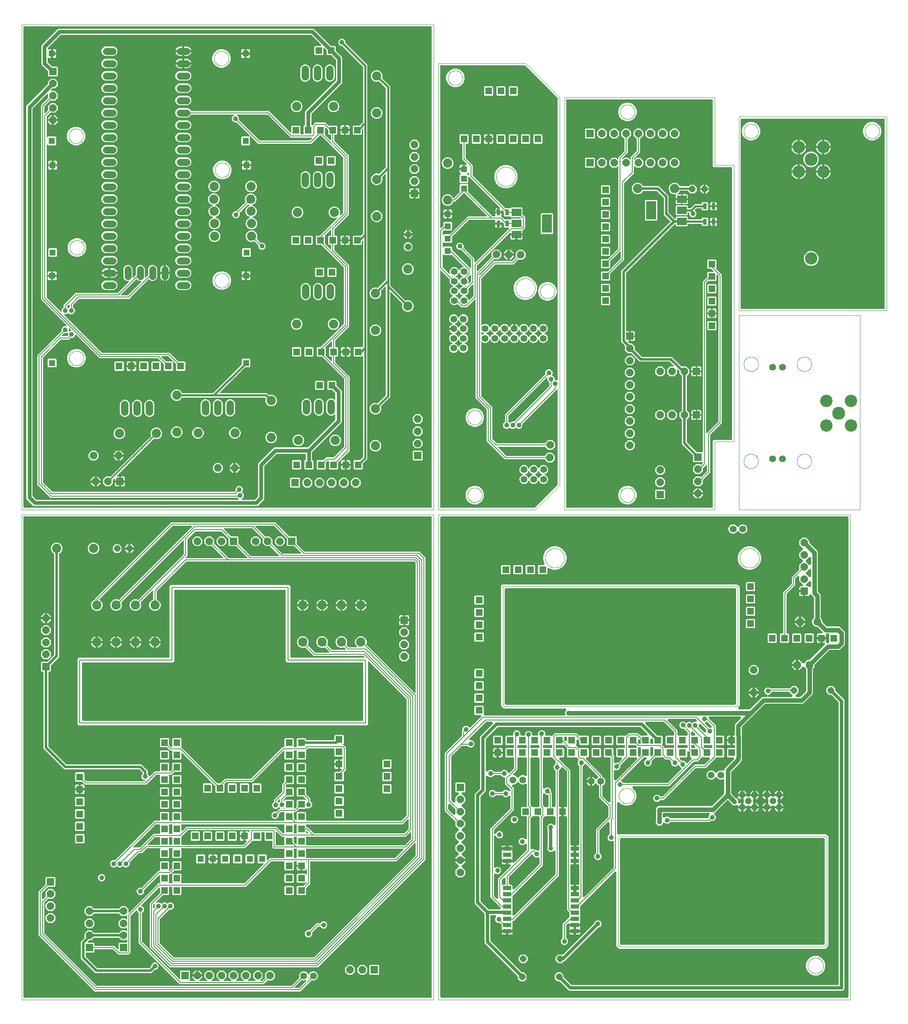
<source format=gbr>
G04 EAGLE Gerber RS-274X export*
G75*
%MOMM*%
%FSLAX34Y34*%
%LPD*%
%INBottom Copper*%
%IPPOS*%
%AMOC8*
5,1,8,0,0,1.08239X$1,22.5*%
G01*
%ADD10C,0.000000*%
%ADD11C,0.200000*%
%ADD12R,1.524000X1.524000*%
%ADD13P,1.649562X8X202.500000*%
%ADD14P,1.649562X8X22.500000*%
%ADD15P,1.649562X8X292.500000*%
%ADD16R,1.300000X1.300000*%
%ADD17R,1.400000X1.400000*%
%ADD18P,1.420962X8X22.500000*%
%ADD19C,1.879600*%
%ADD20P,1.649562X8X112.500000*%
%ADD21C,1.400000*%
%ADD22P,1.420962X8X202.500000*%
%ADD23C,1.340000*%
%ADD24R,1.676400X0.812800*%
%ADD25P,1.732040X8X202.500000*%
%ADD26C,1.600200*%
%ADD27P,1.732040X8X22.500000*%
%ADD28P,1.420962X8X112.500000*%
%ADD29C,1.524000*%
%ADD30C,1.400000*%
%ADD31R,0.800000X1.200000*%
%ADD32R,2.006600X1.498600*%
%ADD33R,2.006600X3.810000*%
%ADD34C,2.667000*%
%ADD35C,2.552700*%
%ADD36C,2.540000*%
%ADD37C,0.500000*%
%ADD38C,1.000000*%
%ADD39C,0.900000*%
%ADD40C,0.700000*%
%ADD41C,0.400000*%
%ADD42C,0.800000*%
%ADD43C,0.300000*%

G36*
X845064Y1014010D02*
X845064Y1014010D01*
X845128Y1014009D01*
X845203Y1014030D01*
X845279Y1014041D01*
X845338Y1014067D01*
X845400Y1014084D01*
X845466Y1014125D01*
X845536Y1014157D01*
X845585Y1014199D01*
X845640Y1014232D01*
X845692Y1014290D01*
X845750Y1014340D01*
X845786Y1014394D01*
X845829Y1014442D01*
X845862Y1014511D01*
X845905Y1014576D01*
X845924Y1014638D01*
X845952Y1014695D01*
X845963Y1014765D01*
X845987Y1014846D01*
X845988Y1014931D01*
X845999Y1015000D01*
X845999Y2005000D01*
X845990Y2005064D01*
X845991Y2005128D01*
X845970Y2005203D01*
X845959Y2005279D01*
X845933Y2005338D01*
X845916Y2005400D01*
X845875Y2005466D01*
X845843Y2005536D01*
X845801Y2005585D01*
X845768Y2005640D01*
X845710Y2005692D01*
X845660Y2005750D01*
X845606Y2005786D01*
X845558Y2005829D01*
X845489Y2005862D01*
X845424Y2005905D01*
X845362Y2005924D01*
X845305Y2005952D01*
X845235Y2005963D01*
X845154Y2005987D01*
X845069Y2005988D01*
X845000Y2005999D01*
X5000Y2005999D01*
X4936Y2005990D01*
X4872Y2005991D01*
X4797Y2005970D01*
X4721Y2005959D01*
X4662Y2005933D01*
X4600Y2005916D01*
X4534Y2005875D01*
X4464Y2005843D01*
X4415Y2005801D01*
X4360Y2005768D01*
X4308Y2005710D01*
X4250Y2005660D01*
X4214Y2005606D01*
X4171Y2005558D01*
X4138Y2005489D01*
X4095Y2005424D01*
X4076Y2005362D01*
X4048Y2005305D01*
X4037Y2005235D01*
X4013Y2005154D01*
X4012Y2005069D01*
X4001Y2005000D01*
X4001Y1015000D01*
X4010Y1014936D01*
X4009Y1014872D01*
X4030Y1014797D01*
X4041Y1014721D01*
X4067Y1014662D01*
X4084Y1014600D01*
X4125Y1014534D01*
X4157Y1014464D01*
X4199Y1014415D01*
X4232Y1014360D01*
X4290Y1014308D01*
X4340Y1014250D01*
X4394Y1014214D01*
X4442Y1014171D01*
X4511Y1014138D01*
X4576Y1014095D01*
X4638Y1014076D01*
X4695Y1014048D01*
X4765Y1014037D01*
X4846Y1014013D01*
X4931Y1014012D01*
X5000Y1014001D01*
X845000Y1014001D01*
X845064Y1014010D01*
G37*
G36*
X845064Y4010D02*
X845064Y4010D01*
X845128Y4009D01*
X845203Y4030D01*
X845279Y4041D01*
X845338Y4067D01*
X845400Y4084D01*
X845466Y4125D01*
X845536Y4157D01*
X845585Y4199D01*
X845640Y4232D01*
X845692Y4290D01*
X845750Y4340D01*
X845786Y4394D01*
X845829Y4442D01*
X845862Y4511D01*
X845905Y4576D01*
X845924Y4638D01*
X845952Y4695D01*
X845963Y4765D01*
X845987Y4846D01*
X845988Y4931D01*
X845999Y5000D01*
X845999Y995000D01*
X845990Y995064D01*
X845991Y995128D01*
X845970Y995203D01*
X845959Y995279D01*
X845933Y995338D01*
X845916Y995400D01*
X845875Y995466D01*
X845843Y995536D01*
X845801Y995585D01*
X845768Y995640D01*
X845710Y995692D01*
X845660Y995750D01*
X845606Y995786D01*
X845558Y995829D01*
X845489Y995862D01*
X845424Y995905D01*
X845362Y995924D01*
X845305Y995952D01*
X845235Y995963D01*
X845154Y995987D01*
X845069Y995988D01*
X845000Y995999D01*
X5000Y995999D01*
X4936Y995990D01*
X4872Y995991D01*
X4797Y995970D01*
X4721Y995959D01*
X4662Y995933D01*
X4600Y995916D01*
X4534Y995875D01*
X4464Y995843D01*
X4415Y995801D01*
X4360Y995768D01*
X4308Y995710D01*
X4250Y995660D01*
X4214Y995606D01*
X4171Y995558D01*
X4138Y995489D01*
X4095Y995424D01*
X4076Y995362D01*
X4048Y995305D01*
X4037Y995235D01*
X4013Y995154D01*
X4012Y995069D01*
X4001Y995000D01*
X4001Y5000D01*
X4010Y4936D01*
X4009Y4872D01*
X4030Y4797D01*
X4041Y4721D01*
X4067Y4662D01*
X4084Y4600D01*
X4125Y4534D01*
X4157Y4464D01*
X4199Y4415D01*
X4232Y4360D01*
X4290Y4308D01*
X4340Y4250D01*
X4394Y4214D01*
X4442Y4171D01*
X4511Y4138D01*
X4576Y4095D01*
X4638Y4076D01*
X4695Y4048D01*
X4765Y4037D01*
X4846Y4013D01*
X4931Y4012D01*
X5000Y4001D01*
X845000Y4001D01*
X845064Y4010D01*
G37*
G36*
X1703550Y4005D02*
X1703550Y4005D01*
X1703600Y4003D01*
X1703772Y4025D01*
X1703945Y4041D01*
X1703993Y4054D01*
X1704043Y4060D01*
X1704208Y4113D01*
X1704376Y4159D01*
X1704421Y4181D01*
X1704468Y4196D01*
X1704622Y4277D01*
X1704778Y4352D01*
X1704819Y4382D01*
X1704863Y4405D01*
X1705000Y4512D01*
X1705140Y4614D01*
X1705175Y4650D01*
X1705214Y4681D01*
X1705330Y4811D01*
X1705450Y4936D01*
X1705477Y4978D01*
X1705511Y5016D01*
X1705601Y5164D01*
X1705697Y5308D01*
X1705717Y5354D01*
X1705743Y5397D01*
X1705805Y5559D01*
X1705874Y5719D01*
X1705885Y5767D01*
X1705903Y5814D01*
X1705936Y5985D01*
X1705975Y6154D01*
X1705978Y6204D01*
X1705987Y6253D01*
X1705999Y6500D01*
X1705999Y993500D01*
X1705995Y993550D01*
X1705997Y993600D01*
X1705975Y993772D01*
X1705959Y993945D01*
X1705946Y993993D01*
X1705940Y994043D01*
X1705887Y994208D01*
X1705841Y994376D01*
X1705819Y994421D01*
X1705804Y994468D01*
X1705723Y994622D01*
X1705648Y994778D01*
X1705618Y994819D01*
X1705595Y994863D01*
X1705488Y995000D01*
X1705386Y995140D01*
X1705350Y995175D01*
X1705319Y995214D01*
X1705189Y995330D01*
X1705064Y995450D01*
X1705022Y995477D01*
X1704984Y995511D01*
X1704836Y995601D01*
X1704692Y995697D01*
X1704646Y995717D01*
X1704603Y995743D01*
X1704441Y995805D01*
X1704281Y995874D01*
X1704233Y995885D01*
X1704186Y995903D01*
X1704015Y995936D01*
X1703846Y995975D01*
X1703796Y995978D01*
X1703747Y995987D01*
X1703500Y995999D01*
X866500Y995999D01*
X866450Y995995D01*
X866400Y995997D01*
X866228Y995975D01*
X866055Y995959D01*
X866007Y995946D01*
X865957Y995940D01*
X865792Y995887D01*
X865624Y995841D01*
X865579Y995819D01*
X865532Y995804D01*
X865378Y995723D01*
X865222Y995648D01*
X865181Y995618D01*
X865137Y995595D01*
X865000Y995488D01*
X864860Y995386D01*
X864825Y995350D01*
X864786Y995319D01*
X864670Y995189D01*
X864550Y995064D01*
X864523Y995022D01*
X864489Y994984D01*
X864399Y994836D01*
X864303Y994692D01*
X864283Y994646D01*
X864257Y994603D01*
X864195Y994441D01*
X864126Y994281D01*
X864115Y994233D01*
X864097Y994186D01*
X864064Y994015D01*
X864025Y993846D01*
X864022Y993796D01*
X864013Y993747D01*
X864001Y993500D01*
X864001Y6500D01*
X864005Y6450D01*
X864003Y6400D01*
X864025Y6228D01*
X864041Y6055D01*
X864054Y6007D01*
X864060Y5957D01*
X864113Y5792D01*
X864159Y5624D01*
X864181Y5579D01*
X864196Y5532D01*
X864277Y5378D01*
X864352Y5222D01*
X864382Y5181D01*
X864405Y5137D01*
X864512Y5000D01*
X864614Y4860D01*
X864650Y4825D01*
X864681Y4786D01*
X864811Y4670D01*
X864936Y4550D01*
X864978Y4523D01*
X865016Y4489D01*
X865164Y4399D01*
X865308Y4303D01*
X865354Y4283D01*
X865397Y4257D01*
X865559Y4195D01*
X865719Y4126D01*
X865767Y4115D01*
X865814Y4097D01*
X865985Y4064D01*
X866154Y4025D01*
X866204Y4022D01*
X866253Y4013D01*
X866500Y4001D01*
X1703500Y4001D01*
X1703550Y4005D01*
G37*
%LPC*%
G36*
X1029145Y37935D02*
X1029145Y37935D01*
X1023835Y43245D01*
X1023835Y46543D01*
X1023833Y46573D01*
X1023833Y46588D01*
X1023827Y46637D01*
X1023819Y46729D01*
X1023807Y46915D01*
X1023799Y46951D01*
X1023795Y46988D01*
X1023746Y47169D01*
X1023702Y47349D01*
X1023687Y47383D01*
X1023677Y47419D01*
X1023596Y47587D01*
X1023520Y47758D01*
X1023500Y47788D01*
X1023484Y47822D01*
X1023374Y47973D01*
X1023269Y48127D01*
X1023235Y48164D01*
X1023222Y48183D01*
X1023195Y48209D01*
X1023103Y48310D01*
X955913Y115501D01*
X954999Y117706D01*
X954999Y176479D01*
X954996Y176518D01*
X954997Y176549D01*
X954984Y176654D01*
X954983Y176665D01*
X954971Y176851D01*
X954963Y176887D01*
X954959Y176924D01*
X954910Y177105D01*
X954866Y177285D01*
X954851Y177319D01*
X954841Y177355D01*
X954760Y177523D01*
X954684Y177693D01*
X954664Y177724D01*
X954648Y177758D01*
X954538Y177909D01*
X954433Y178063D01*
X954399Y178100D01*
X954386Y178119D01*
X954359Y178145D01*
X954267Y178246D01*
X935913Y196601D01*
X934999Y198806D01*
X934999Y422194D01*
X935913Y424399D01*
X937952Y426439D01*
X945267Y433754D01*
X945387Y433897D01*
X945511Y434036D01*
X945530Y434068D01*
X945554Y434096D01*
X945646Y434259D01*
X945743Y434418D01*
X945756Y434453D01*
X945774Y434485D01*
X945836Y434661D01*
X945903Y434835D01*
X945910Y434871D01*
X945923Y434906D01*
X945952Y435090D01*
X945987Y435274D01*
X945990Y435324D01*
X945993Y435347D01*
X945992Y435384D01*
X945999Y435521D01*
X945999Y541194D01*
X946913Y543399D01*
X971746Y568233D01*
X971834Y568338D01*
X971929Y568436D01*
X971977Y568509D01*
X972033Y568576D01*
X972100Y568694D01*
X972176Y568808D01*
X972211Y568888D01*
X972254Y568964D01*
X972299Y569093D01*
X972353Y569219D01*
X972373Y569303D01*
X972402Y569385D01*
X972423Y569521D01*
X972454Y569654D01*
X972459Y569740D01*
X972472Y569826D01*
X972470Y569963D01*
X972476Y570100D01*
X972465Y570186D01*
X972464Y570273D01*
X972436Y570407D01*
X972419Y570543D01*
X972392Y570626D01*
X972375Y570711D01*
X972325Y570838D01*
X972283Y570968D01*
X972243Y571045D01*
X972210Y571126D01*
X972138Y571242D01*
X972074Y571363D01*
X972020Y571431D01*
X971974Y571505D01*
X971883Y571607D01*
X971798Y571714D01*
X971733Y571772D01*
X971674Y571836D01*
X971566Y571920D01*
X971464Y572011D01*
X971389Y572056D01*
X971320Y572109D01*
X971199Y572172D01*
X971082Y572243D01*
X971001Y572274D01*
X970924Y572314D01*
X970793Y572354D01*
X970665Y572403D01*
X970580Y572420D01*
X970497Y572445D01*
X970361Y572461D01*
X970226Y572487D01*
X970090Y572494D01*
X970053Y572498D01*
X970030Y572497D01*
X969979Y572499D01*
X959189Y572499D01*
X959003Y572483D01*
X958817Y572471D01*
X958781Y572463D01*
X958745Y572459D01*
X958564Y572410D01*
X958383Y572366D01*
X958350Y572351D01*
X958314Y572341D01*
X958145Y572260D01*
X957975Y572184D01*
X957944Y572164D01*
X957911Y572148D01*
X957760Y572038D01*
X957606Y571933D01*
X957568Y571899D01*
X957549Y571886D01*
X957524Y571859D01*
X957422Y571767D01*
X924422Y538767D01*
X924334Y538662D01*
X924240Y538564D01*
X924191Y538491D01*
X924136Y538424D01*
X924068Y538306D01*
X923992Y538192D01*
X923958Y538112D01*
X923915Y538036D01*
X923870Y537907D01*
X923815Y537781D01*
X923796Y537697D01*
X923767Y537615D01*
X923745Y537479D01*
X923714Y537346D01*
X923710Y537260D01*
X923696Y537174D01*
X923699Y537037D01*
X923692Y536900D01*
X923703Y536814D01*
X923705Y536727D01*
X923732Y536593D01*
X923750Y536457D01*
X923776Y536374D01*
X923793Y536289D01*
X923844Y536162D01*
X923885Y536032D01*
X923926Y535955D01*
X923958Y535874D01*
X924031Y535758D01*
X924095Y535637D01*
X924148Y535569D01*
X924194Y535495D01*
X924286Y535393D01*
X924371Y535286D01*
X924436Y535228D01*
X924494Y535164D01*
X924603Y535080D01*
X924705Y534989D01*
X924779Y534944D01*
X924848Y534891D01*
X924970Y534828D01*
X925087Y534757D01*
X925168Y534726D01*
X925245Y534686D01*
X925376Y534646D01*
X925503Y534597D01*
X925589Y534580D01*
X925672Y534555D01*
X925808Y534539D01*
X925942Y534513D01*
X926079Y534506D01*
X926115Y534502D01*
X926139Y534503D01*
X926189Y534501D01*
X928492Y534501D01*
X931249Y533359D01*
X933359Y531249D01*
X934501Y528492D01*
X934501Y525508D01*
X933359Y522751D01*
X931249Y520641D01*
X928492Y519499D01*
X925508Y519499D01*
X922751Y520641D01*
X920977Y522415D01*
X920834Y522535D01*
X920694Y522659D01*
X920663Y522678D01*
X920634Y522702D01*
X920472Y522794D01*
X920313Y522891D01*
X920278Y522904D01*
X920246Y522922D01*
X920070Y522984D01*
X919896Y523051D01*
X919860Y523058D01*
X919825Y523070D01*
X919640Y523100D01*
X919457Y523135D01*
X919407Y523137D01*
X919384Y523141D01*
X919347Y523140D01*
X919210Y523147D01*
X909837Y523147D01*
X909651Y523131D01*
X909465Y523119D01*
X909429Y523111D01*
X909392Y523107D01*
X909212Y523058D01*
X909031Y523014D01*
X908998Y522999D01*
X908962Y522989D01*
X908793Y522908D01*
X908623Y522832D01*
X908592Y522812D01*
X908559Y522796D01*
X908408Y522686D01*
X908254Y522581D01*
X908216Y522547D01*
X908197Y522534D01*
X908172Y522507D01*
X908070Y522415D01*
X887073Y501418D01*
X886953Y501275D01*
X886829Y501135D01*
X886810Y501103D01*
X886786Y501075D01*
X886694Y500913D01*
X886597Y500753D01*
X886584Y500719D01*
X886566Y500687D01*
X886504Y500511D01*
X886437Y500337D01*
X886430Y500300D01*
X886417Y500265D01*
X886388Y500081D01*
X886353Y499898D01*
X886350Y499847D01*
X886347Y499824D01*
X886348Y499787D01*
X886341Y499651D01*
X886341Y412145D01*
X886357Y411959D01*
X886369Y411773D01*
X886377Y411737D01*
X886381Y411700D01*
X886430Y411521D01*
X886474Y411339D01*
X886489Y411305D01*
X886499Y411270D01*
X886580Y411102D01*
X886656Y410931D01*
X886676Y410900D01*
X886692Y410867D01*
X886802Y410716D01*
X886907Y410562D01*
X886941Y410524D01*
X886954Y410505D01*
X886981Y410480D01*
X887073Y410378D01*
X890613Y406838D01*
X890718Y406750D01*
X890816Y406656D01*
X890889Y406607D01*
X890956Y406552D01*
X891074Y406484D01*
X891188Y406408D01*
X891268Y406374D01*
X891344Y406331D01*
X891473Y406285D01*
X891599Y406231D01*
X891683Y406212D01*
X891765Y406183D01*
X891901Y406161D01*
X892034Y406130D01*
X892120Y406126D01*
X892206Y406112D01*
X892343Y406115D01*
X892480Y406108D01*
X892566Y406119D01*
X892653Y406121D01*
X892787Y406148D01*
X892923Y406166D01*
X893006Y406192D01*
X893091Y406209D01*
X893218Y406260D01*
X893348Y406301D01*
X893425Y406342D01*
X893506Y406374D01*
X893622Y406446D01*
X893743Y406510D01*
X893811Y406564D01*
X893885Y406610D01*
X893987Y406702D01*
X894094Y406787D01*
X894152Y406852D01*
X894216Y406910D01*
X894300Y407018D01*
X894391Y407121D01*
X894436Y407195D01*
X894489Y407264D01*
X894552Y407385D01*
X894623Y407502D01*
X894654Y407584D01*
X894694Y407661D01*
X894734Y407791D01*
X894783Y407919D01*
X894800Y408005D01*
X894825Y408088D01*
X894841Y408223D01*
X894867Y408358D01*
X894874Y408495D01*
X894878Y408531D01*
X894877Y408555D01*
X894879Y408605D01*
X894879Y416692D01*
X901300Y423113D01*
X901388Y423218D01*
X901482Y423316D01*
X901531Y423389D01*
X901586Y423456D01*
X901654Y423574D01*
X901730Y423688D01*
X901764Y423768D01*
X901807Y423844D01*
X901853Y423973D01*
X901907Y424099D01*
X901926Y424183D01*
X901955Y424265D01*
X901977Y424401D01*
X902008Y424534D01*
X902012Y424620D01*
X902026Y424706D01*
X902023Y424843D01*
X902030Y424980D01*
X902019Y425066D01*
X902017Y425153D01*
X901990Y425287D01*
X901972Y425423D01*
X901946Y425506D01*
X901929Y425591D01*
X901878Y425718D01*
X901837Y425848D01*
X901796Y425925D01*
X901764Y426006D01*
X901692Y426122D01*
X901628Y426243D01*
X901574Y426311D01*
X901528Y426385D01*
X901436Y426487D01*
X901351Y426594D01*
X901286Y426652D01*
X901228Y426716D01*
X901120Y426800D01*
X901017Y426891D01*
X900943Y426936D01*
X900874Y426989D01*
X900752Y427052D01*
X900636Y427123D01*
X900554Y427154D01*
X900477Y427194D01*
X900347Y427234D01*
X900219Y427283D01*
X900133Y427300D01*
X900050Y427325D01*
X899914Y427341D01*
X899780Y427367D01*
X899643Y427374D01*
X899607Y427378D01*
X899583Y427377D01*
X899533Y427379D01*
X896344Y427379D01*
X894879Y428844D01*
X894879Y446156D01*
X896344Y447621D01*
X913656Y447621D01*
X915121Y446156D01*
X915121Y428844D01*
X913656Y427379D01*
X910467Y427379D01*
X910331Y427367D01*
X910194Y427364D01*
X910109Y427347D01*
X910022Y427339D01*
X909890Y427303D01*
X909756Y427276D01*
X909676Y427244D01*
X909592Y427221D01*
X909468Y427162D01*
X909341Y427111D01*
X909267Y427065D01*
X909189Y427028D01*
X909078Y426947D01*
X908962Y426875D01*
X908898Y426817D01*
X908827Y426766D01*
X908732Y426667D01*
X908631Y426575D01*
X908578Y426506D01*
X908518Y426444D01*
X908442Y426330D01*
X908358Y426221D01*
X908318Y426144D01*
X908270Y426072D01*
X908216Y425946D01*
X908153Y425824D01*
X908128Y425741D01*
X908093Y425661D01*
X908062Y425528D01*
X908022Y425397D01*
X908012Y425311D01*
X907992Y425226D01*
X907985Y425090D01*
X907969Y424954D01*
X907974Y424867D01*
X907970Y424780D01*
X907988Y424645D01*
X907996Y424508D01*
X908016Y424423D01*
X908028Y424337D01*
X908069Y424207D01*
X908102Y424074D01*
X908137Y423995D01*
X908163Y423912D01*
X908227Y423791D01*
X908283Y423666D01*
X908332Y423594D01*
X908372Y423517D01*
X908457Y423409D01*
X908534Y423296D01*
X908626Y423195D01*
X908649Y423166D01*
X908666Y423150D01*
X908700Y423113D01*
X915121Y416692D01*
X915121Y408308D01*
X908580Y401767D01*
X908548Y401729D01*
X908511Y401695D01*
X908405Y401557D01*
X908294Y401424D01*
X908269Y401381D01*
X908238Y401341D01*
X908159Y401187D01*
X908073Y401036D01*
X908056Y400989D01*
X908033Y400944D01*
X907983Y400779D01*
X907925Y400615D01*
X907917Y400565D01*
X907902Y400517D01*
X907882Y400345D01*
X907854Y400174D01*
X907855Y400124D01*
X907849Y400074D01*
X907860Y399900D01*
X907863Y399727D01*
X907873Y399678D01*
X907876Y399628D01*
X907917Y399459D01*
X907951Y399289D01*
X907970Y399243D01*
X907982Y399194D01*
X908052Y399035D01*
X908116Y398874D01*
X908143Y398831D01*
X908163Y398786D01*
X908261Y398642D01*
X908352Y398495D01*
X908386Y398458D01*
X908414Y398416D01*
X908580Y398233D01*
X915121Y391692D01*
X915121Y383308D01*
X908580Y376767D01*
X908548Y376729D01*
X908511Y376695D01*
X908405Y376557D01*
X908294Y376424D01*
X908269Y376381D01*
X908238Y376341D01*
X908159Y376187D01*
X908073Y376036D01*
X908056Y375989D01*
X908033Y375944D01*
X907983Y375779D01*
X907925Y375615D01*
X907917Y375565D01*
X907902Y375517D01*
X907882Y375345D01*
X907854Y375174D01*
X907855Y375124D01*
X907849Y375074D01*
X907860Y374900D01*
X907863Y374727D01*
X907873Y374678D01*
X907876Y374628D01*
X907917Y374459D01*
X907951Y374289D01*
X907970Y374243D01*
X907982Y374194D01*
X908052Y374035D01*
X908116Y373874D01*
X908143Y373831D01*
X908163Y373786D01*
X908261Y373642D01*
X908352Y373495D01*
X908386Y373458D01*
X908414Y373416D01*
X908580Y373233D01*
X915121Y366692D01*
X915121Y358308D01*
X908580Y351767D01*
X908548Y351729D01*
X908511Y351695D01*
X908405Y351557D01*
X908294Y351424D01*
X908269Y351381D01*
X908238Y351341D01*
X908159Y351187D01*
X908073Y351036D01*
X908056Y350989D01*
X908033Y350944D01*
X907983Y350779D01*
X907925Y350615D01*
X907917Y350565D01*
X907902Y350517D01*
X907882Y350345D01*
X907854Y350174D01*
X907855Y350124D01*
X907849Y350074D01*
X907860Y349900D01*
X907863Y349727D01*
X907873Y349678D01*
X907876Y349628D01*
X907917Y349459D01*
X907951Y349289D01*
X907970Y349243D01*
X907982Y349194D01*
X908052Y349035D01*
X908116Y348874D01*
X908143Y348831D01*
X908163Y348786D01*
X908261Y348642D01*
X908352Y348495D01*
X908386Y348458D01*
X908414Y348416D01*
X908580Y348233D01*
X915121Y341692D01*
X915121Y333308D01*
X908580Y326767D01*
X908548Y326729D01*
X908511Y326695D01*
X908405Y326557D01*
X908294Y326424D01*
X908269Y326381D01*
X908238Y326341D01*
X908159Y326187D01*
X908073Y326036D01*
X908056Y325989D01*
X908033Y325944D01*
X907983Y325779D01*
X907925Y325615D01*
X907917Y325565D01*
X907902Y325517D01*
X907882Y325345D01*
X907854Y325174D01*
X907855Y325124D01*
X907849Y325074D01*
X907860Y324900D01*
X907863Y324727D01*
X907873Y324678D01*
X907876Y324628D01*
X907917Y324459D01*
X907951Y324289D01*
X907970Y324243D01*
X907982Y324194D01*
X908052Y324035D01*
X908116Y323874D01*
X908143Y323831D01*
X908163Y323786D01*
X908261Y323642D01*
X908352Y323495D01*
X908386Y323458D01*
X908414Y323416D01*
X908580Y323233D01*
X915121Y316692D01*
X915121Y308308D01*
X908608Y301796D01*
X908576Y301757D01*
X908539Y301724D01*
X908433Y301586D01*
X908322Y301453D01*
X908297Y301409D01*
X908267Y301370D01*
X908187Y301215D01*
X908101Y301064D01*
X908085Y301017D01*
X908062Y300973D01*
X908011Y300807D01*
X907953Y300643D01*
X907945Y300593D01*
X907931Y300546D01*
X907910Y300374D01*
X907882Y300202D01*
X907883Y300152D01*
X907877Y300102D01*
X907888Y299929D01*
X907891Y299755D01*
X907901Y299706D01*
X907904Y299656D01*
X907945Y299487D01*
X907980Y299317D01*
X907998Y299271D01*
X908010Y299222D01*
X908080Y299064D01*
X908144Y298902D01*
X908171Y298860D01*
X908191Y298814D01*
X908289Y298670D01*
X908381Y298523D01*
X908414Y298486D01*
X908442Y298445D01*
X908608Y298261D01*
X915161Y291709D01*
X915161Y290039D01*
X905040Y290039D01*
X905012Y290037D01*
X904960Y290039D01*
X894839Y290039D01*
X894839Y291709D01*
X901392Y298261D01*
X901424Y298300D01*
X901461Y298333D01*
X901567Y298471D01*
X901678Y298604D01*
X901703Y298647D01*
X901733Y298687D01*
X901813Y298842D01*
X901899Y298992D01*
X901915Y299039D01*
X901938Y299084D01*
X901989Y299250D01*
X902047Y299414D01*
X902055Y299463D01*
X902069Y299511D01*
X902090Y299683D01*
X902118Y299855D01*
X902117Y299905D01*
X902123Y299954D01*
X902112Y300128D01*
X902109Y300301D01*
X902099Y300350D01*
X902096Y300400D01*
X902055Y300569D01*
X902020Y300739D01*
X902002Y300786D01*
X901990Y300834D01*
X901920Y300993D01*
X901856Y301154D01*
X901829Y301197D01*
X901809Y301243D01*
X901711Y301386D01*
X901619Y301534D01*
X901586Y301571D01*
X901558Y301612D01*
X901392Y301796D01*
X894879Y308308D01*
X894879Y316692D01*
X901420Y323233D01*
X901452Y323271D01*
X901489Y323305D01*
X901595Y323442D01*
X901706Y323576D01*
X901731Y323619D01*
X901762Y323659D01*
X901841Y323813D01*
X901927Y323964D01*
X901944Y324011D01*
X901967Y324056D01*
X902017Y324221D01*
X902075Y324385D01*
X902083Y324435D01*
X902098Y324483D01*
X902118Y324655D01*
X902146Y324826D01*
X902145Y324877D01*
X902151Y324926D01*
X902140Y325100D01*
X902137Y325273D01*
X902127Y325322D01*
X902124Y325372D01*
X902083Y325541D01*
X902049Y325711D01*
X902030Y325757D01*
X902018Y325806D01*
X901948Y325965D01*
X901884Y326126D01*
X901857Y326169D01*
X901837Y326214D01*
X901739Y326358D01*
X901648Y326505D01*
X901614Y326542D01*
X901586Y326584D01*
X901420Y326767D01*
X894879Y333308D01*
X894879Y341692D01*
X901420Y348233D01*
X901452Y348271D01*
X901489Y348305D01*
X901595Y348442D01*
X901706Y348576D01*
X901731Y348619D01*
X901762Y348659D01*
X901841Y348813D01*
X901927Y348964D01*
X901944Y349011D01*
X901967Y349056D01*
X902017Y349221D01*
X902075Y349385D01*
X902083Y349435D01*
X902098Y349483D01*
X902118Y349655D01*
X902146Y349826D01*
X902145Y349877D01*
X902151Y349926D01*
X902140Y350100D01*
X902137Y350273D01*
X902127Y350322D01*
X902124Y350372D01*
X902083Y350541D01*
X902049Y350711D01*
X902030Y350757D01*
X902018Y350806D01*
X901948Y350965D01*
X901884Y351126D01*
X901857Y351169D01*
X901837Y351214D01*
X901739Y351358D01*
X901648Y351505D01*
X901614Y351542D01*
X901586Y351584D01*
X901420Y351767D01*
X894879Y358308D01*
X894879Y366635D01*
X894863Y366821D01*
X894851Y367007D01*
X894843Y367043D01*
X894839Y367080D01*
X894790Y367260D01*
X894746Y367441D01*
X894731Y367474D01*
X894721Y367510D01*
X894640Y367679D01*
X894564Y367849D01*
X894544Y367880D01*
X894528Y367913D01*
X894418Y368064D01*
X894313Y368218D01*
X894279Y368256D01*
X894266Y368275D01*
X894239Y368300D01*
X894147Y368402D01*
X873339Y389210D01*
X873339Y508243D01*
X908291Y543194D01*
X908411Y543338D01*
X908534Y543477D01*
X908554Y543509D01*
X908577Y543537D01*
X908669Y543699D01*
X908766Y543859D01*
X908780Y543893D01*
X908798Y543926D01*
X908860Y544102D01*
X908927Y544276D01*
X908934Y544312D01*
X908946Y544347D01*
X908976Y544531D01*
X909011Y544714D01*
X909013Y544765D01*
X909017Y544788D01*
X909016Y544825D01*
X909023Y544962D01*
X909023Y554021D01*
X909030Y554032D01*
X909054Y554061D01*
X909146Y554223D01*
X909243Y554382D01*
X909256Y554417D01*
X909274Y554449D01*
X909336Y554625D01*
X909403Y554799D01*
X909410Y554836D01*
X909422Y554871D01*
X909452Y555055D01*
X909487Y555238D01*
X909490Y555288D01*
X909493Y555312D01*
X909492Y555349D01*
X909499Y555485D01*
X909499Y558492D01*
X910641Y561249D01*
X912751Y563359D01*
X915508Y564501D01*
X918492Y564501D01*
X921249Y563359D01*
X923085Y561523D01*
X923123Y561491D01*
X923157Y561454D01*
X923294Y561348D01*
X923428Y561236D01*
X923471Y561212D01*
X923511Y561181D01*
X923665Y561101D01*
X923816Y561016D01*
X923863Y560999D01*
X923908Y560976D01*
X924073Y560925D01*
X924237Y560868D01*
X924287Y560860D01*
X924335Y560845D01*
X924507Y560824D01*
X924678Y560797D01*
X924729Y560798D01*
X924778Y560792D01*
X924952Y560802D01*
X925125Y560806D01*
X925174Y560816D01*
X925224Y560819D01*
X925393Y560860D01*
X925563Y560894D01*
X925610Y560913D01*
X925658Y560924D01*
X925817Y560995D01*
X925978Y561059D01*
X926020Y561085D01*
X926066Y561106D01*
X926210Y561203D01*
X926357Y561295D01*
X926394Y561329D01*
X926436Y561357D01*
X926619Y561523D01*
X947629Y582533D01*
X947717Y582638D01*
X947812Y582736D01*
X947860Y582809D01*
X947916Y582876D01*
X947983Y582994D01*
X948059Y583108D01*
X948093Y583188D01*
X948136Y583264D01*
X948182Y583393D01*
X948236Y583519D01*
X948256Y583603D01*
X948285Y583685D01*
X948306Y583821D01*
X948337Y583954D01*
X948341Y584040D01*
X948355Y584126D01*
X948352Y584263D01*
X948359Y584400D01*
X948348Y584486D01*
X948346Y584573D01*
X948319Y584707D01*
X948302Y584843D01*
X948275Y584926D01*
X948258Y585011D01*
X948208Y585138D01*
X948166Y585268D01*
X948125Y585345D01*
X948093Y585426D01*
X948021Y585542D01*
X947957Y585663D01*
X947903Y585732D01*
X947857Y585805D01*
X947765Y585907D01*
X947681Y586014D01*
X947616Y586072D01*
X947557Y586136D01*
X947449Y586220D01*
X947346Y586311D01*
X947272Y586356D01*
X947203Y586409D01*
X947082Y586472D01*
X946965Y586543D01*
X946884Y586574D01*
X946806Y586614D01*
X946676Y586654D01*
X946548Y586703D01*
X946462Y586720D01*
X946379Y586745D01*
X946244Y586761D01*
X946109Y586787D01*
X945973Y586794D01*
X945936Y586798D01*
X945912Y586797D01*
X945862Y586799D01*
X935964Y586799D01*
X934499Y588264D01*
X934499Y604336D01*
X935964Y605801D01*
X952036Y605801D01*
X953501Y604336D01*
X953501Y588000D01*
X953505Y587950D01*
X953503Y587900D01*
X953525Y587728D01*
X953541Y587555D01*
X953554Y587507D01*
X953560Y587457D01*
X953613Y587292D01*
X953659Y587124D01*
X953681Y587079D01*
X953696Y587032D01*
X953777Y586878D01*
X953852Y586722D01*
X953882Y586681D01*
X953905Y586637D01*
X954012Y586500D01*
X954114Y586360D01*
X954150Y586325D01*
X954181Y586286D01*
X954311Y586170D01*
X954436Y586050D01*
X954478Y586023D01*
X954516Y585989D01*
X954664Y585899D01*
X954808Y585803D01*
X954854Y585783D01*
X954897Y585757D01*
X955059Y585695D01*
X955219Y585626D01*
X955267Y585615D01*
X955314Y585597D01*
X955485Y585564D01*
X955654Y585525D01*
X955704Y585522D01*
X955753Y585513D01*
X956000Y585501D01*
X1119419Y585501D01*
X1119512Y585509D01*
X1119605Y585508D01*
X1119734Y585529D01*
X1119864Y585541D01*
X1119954Y585565D01*
X1120046Y585581D01*
X1120169Y585625D01*
X1120294Y585659D01*
X1120379Y585700D01*
X1120467Y585731D01*
X1120580Y585796D01*
X1120697Y585852D01*
X1120773Y585907D01*
X1120854Y585954D01*
X1120953Y586038D01*
X1121059Y586114D01*
X1121124Y586182D01*
X1121195Y586242D01*
X1121278Y586342D01*
X1121368Y586436D01*
X1121420Y586514D01*
X1121480Y586586D01*
X1121544Y586700D01*
X1121616Y586808D01*
X1121653Y586894D01*
X1121699Y586976D01*
X1121741Y587099D01*
X1121793Y587219D01*
X1121814Y587310D01*
X1121844Y587398D01*
X1121864Y587527D01*
X1121894Y587654D01*
X1121899Y587747D01*
X1121913Y587839D01*
X1121910Y587970D01*
X1121916Y588100D01*
X1121904Y588192D01*
X1121902Y588286D01*
X1121875Y588414D01*
X1121858Y588543D01*
X1121830Y588632D01*
X1121811Y588723D01*
X1121728Y588956D01*
X1121499Y589508D01*
X1121499Y592492D01*
X1122641Y595249D01*
X1123125Y595733D01*
X1123213Y595838D01*
X1123308Y595936D01*
X1123356Y596009D01*
X1123412Y596076D01*
X1123479Y596194D01*
X1123555Y596308D01*
X1123589Y596388D01*
X1123632Y596464D01*
X1123678Y596593D01*
X1123732Y596719D01*
X1123752Y596803D01*
X1123780Y596885D01*
X1123802Y597020D01*
X1123833Y597154D01*
X1123837Y597240D01*
X1123851Y597326D01*
X1123848Y597463D01*
X1123855Y597600D01*
X1123844Y597686D01*
X1123842Y597773D01*
X1123815Y597907D01*
X1123798Y598043D01*
X1123771Y598126D01*
X1123754Y598211D01*
X1123703Y598338D01*
X1123662Y598468D01*
X1123621Y598545D01*
X1123589Y598626D01*
X1123517Y598742D01*
X1123453Y598863D01*
X1123399Y598932D01*
X1123353Y599005D01*
X1123261Y599107D01*
X1123177Y599214D01*
X1123112Y599272D01*
X1123053Y599336D01*
X1122945Y599420D01*
X1122842Y599511D01*
X1122768Y599556D01*
X1122699Y599609D01*
X1122577Y599672D01*
X1122461Y599743D01*
X1122380Y599774D01*
X1122302Y599814D01*
X1122172Y599854D01*
X1122044Y599903D01*
X1121958Y599920D01*
X1121875Y599945D01*
X1121740Y599961D01*
X1121605Y599987D01*
X1121468Y599994D01*
X1121432Y599998D01*
X1121408Y599997D01*
X1121358Y599999D01*
X995588Y599999D01*
X991411Y602411D01*
X988999Y606588D01*
X988999Y852796D01*
X989608Y854266D01*
X990734Y855392D01*
X992204Y856001D01*
X1475412Y856001D01*
X1479589Y853589D01*
X1482001Y849412D01*
X1482001Y606588D01*
X1479480Y602223D01*
X1479349Y602090D01*
X1479339Y602076D01*
X1479328Y602064D01*
X1479214Y601892D01*
X1479097Y601721D01*
X1479090Y601706D01*
X1479081Y601692D01*
X1478999Y601502D01*
X1478914Y601313D01*
X1478910Y601297D01*
X1478904Y601281D01*
X1478857Y601080D01*
X1478807Y600880D01*
X1478806Y600863D01*
X1478802Y600846D01*
X1478792Y600640D01*
X1478779Y600434D01*
X1478781Y600417D01*
X1478780Y600400D01*
X1478807Y600195D01*
X1478831Y599990D01*
X1478836Y599974D01*
X1478838Y599957D01*
X1478901Y599760D01*
X1478961Y599563D01*
X1478968Y599548D01*
X1478973Y599532D01*
X1479070Y599349D01*
X1479165Y599165D01*
X1479175Y599152D01*
X1479183Y599137D01*
X1479311Y598974D01*
X1479436Y598810D01*
X1479448Y598799D01*
X1479459Y598786D01*
X1479614Y598648D01*
X1479766Y598510D01*
X1479780Y598501D01*
X1479793Y598489D01*
X1479969Y598382D01*
X1480145Y598272D01*
X1480160Y598266D01*
X1480175Y598257D01*
X1480367Y598183D01*
X1480559Y598106D01*
X1480576Y598103D01*
X1480591Y598097D01*
X1480795Y598058D01*
X1480997Y598017D01*
X1481014Y598016D01*
X1481030Y598013D01*
X1481277Y598001D01*
X1501065Y598001D01*
X1501251Y598017D01*
X1501437Y598029D01*
X1501473Y598037D01*
X1501510Y598041D01*
X1501690Y598090D01*
X1501871Y598134D01*
X1501905Y598149D01*
X1501941Y598159D01*
X1502109Y598240D01*
X1502279Y598316D01*
X1502310Y598336D01*
X1502343Y598352D01*
X1502494Y598462D01*
X1502649Y598567D01*
X1502686Y598601D01*
X1502705Y598614D01*
X1502731Y598641D01*
X1502832Y598733D01*
X1526812Y622712D01*
X1529385Y623778D01*
X1537342Y623778D01*
X1537521Y623794D01*
X1537701Y623804D01*
X1537743Y623814D01*
X1537787Y623818D01*
X1537961Y623866D01*
X1538135Y623907D01*
X1538175Y623925D01*
X1538217Y623936D01*
X1538380Y624015D01*
X1538545Y624087D01*
X1538581Y624111D01*
X1538620Y624130D01*
X1538766Y624235D01*
X1538915Y624336D01*
X1538947Y624366D01*
X1538982Y624392D01*
X1539106Y624521D01*
X1539236Y624647D01*
X1539261Y624682D01*
X1539291Y624714D01*
X1539391Y624864D01*
X1539496Y625010D01*
X1539514Y625049D01*
X1539539Y625086D01*
X1539610Y625251D01*
X1539687Y625414D01*
X1539698Y625456D01*
X1539716Y625496D01*
X1539756Y625670D01*
X1539803Y625845D01*
X1539807Y625889D01*
X1539817Y625931D01*
X1539826Y626110D01*
X1539841Y626290D01*
X1539837Y626334D01*
X1539839Y626377D01*
X1539816Y626556D01*
X1539799Y626735D01*
X1539787Y626777D01*
X1539781Y626820D01*
X1539727Y626992D01*
X1539678Y627165D01*
X1539659Y627204D01*
X1539646Y627246D01*
X1539561Y627405D01*
X1539483Y627567D01*
X1539457Y627602D01*
X1539436Y627640D01*
X1539325Y627782D01*
X1539219Y627927D01*
X1539187Y627957D01*
X1539160Y627991D01*
X1539025Y628111D01*
X1538895Y628235D01*
X1538859Y628259D01*
X1538826Y628288D01*
X1538672Y628381D01*
X1538522Y628480D01*
X1538467Y628506D01*
X1538444Y628520D01*
X1538410Y628533D01*
X1538298Y628586D01*
X1535751Y629641D01*
X1533641Y631751D01*
X1532499Y634508D01*
X1532499Y637492D01*
X1533641Y640249D01*
X1535751Y642359D01*
X1538508Y643501D01*
X1541492Y643501D01*
X1544249Y642359D01*
X1544593Y642015D01*
X1544736Y641895D01*
X1544876Y641771D01*
X1544907Y641752D01*
X1544936Y641728D01*
X1545098Y641636D01*
X1545257Y641539D01*
X1545292Y641526D01*
X1545324Y641508D01*
X1545500Y641446D01*
X1545674Y641379D01*
X1545711Y641372D01*
X1545745Y641359D01*
X1545930Y641330D01*
X1546113Y641295D01*
X1546163Y641292D01*
X1546187Y641289D01*
X1546224Y641290D01*
X1546360Y641283D01*
X1583928Y641283D01*
X1584114Y641299D01*
X1584300Y641311D01*
X1584336Y641319D01*
X1584373Y641323D01*
X1584553Y641372D01*
X1584734Y641416D01*
X1584768Y641431D01*
X1584804Y641441D01*
X1584972Y641522D01*
X1585142Y641598D01*
X1585173Y641618D01*
X1585206Y641634D01*
X1585357Y641744D01*
X1585512Y641849D01*
X1585549Y641883D01*
X1585568Y641896D01*
X1585592Y641921D01*
X1585595Y641923D01*
X1585602Y641930D01*
X1585695Y642015D01*
X1590045Y646365D01*
X1597555Y646365D01*
X1602865Y641055D01*
X1602865Y633545D01*
X1597364Y628044D01*
X1597276Y627940D01*
X1597181Y627841D01*
X1597133Y627768D01*
X1597078Y627702D01*
X1597010Y627583D01*
X1596934Y627469D01*
X1596900Y627389D01*
X1596857Y627313D01*
X1596811Y627184D01*
X1596757Y627059D01*
X1596738Y626974D01*
X1596709Y626892D01*
X1596687Y626757D01*
X1596656Y626624D01*
X1596652Y626537D01*
X1596638Y626451D01*
X1596641Y626314D01*
X1596634Y626177D01*
X1596645Y626091D01*
X1596647Y626004D01*
X1596674Y625870D01*
X1596692Y625734D01*
X1596718Y625652D01*
X1596735Y625566D01*
X1596786Y625439D01*
X1596827Y625309D01*
X1596868Y625232D01*
X1596900Y625151D01*
X1596972Y625035D01*
X1597036Y624914D01*
X1597090Y624846D01*
X1597136Y624772D01*
X1597228Y624671D01*
X1597312Y624563D01*
X1597378Y624505D01*
X1597436Y624441D01*
X1597544Y624357D01*
X1597647Y624267D01*
X1597721Y624221D01*
X1597790Y624168D01*
X1597911Y624106D01*
X1598028Y624034D01*
X1598109Y624003D01*
X1598187Y623963D01*
X1598317Y623923D01*
X1598445Y623874D01*
X1598531Y623858D01*
X1598614Y623832D01*
X1598749Y623816D01*
X1598884Y623790D01*
X1599021Y623783D01*
X1599057Y623779D01*
X1599081Y623780D01*
X1599131Y623778D01*
X1605542Y623778D01*
X1605728Y623795D01*
X1605914Y623806D01*
X1605950Y623815D01*
X1605987Y623818D01*
X1606168Y623868D01*
X1606348Y623912D01*
X1606382Y623927D01*
X1606418Y623936D01*
X1606586Y624017D01*
X1606757Y624093D01*
X1606787Y624114D01*
X1606821Y624130D01*
X1606972Y624239D01*
X1607126Y624344D01*
X1607163Y624378D01*
X1607182Y624392D01*
X1607208Y624418D01*
X1607309Y624510D01*
X1617967Y635168D01*
X1618087Y635311D01*
X1618211Y635451D01*
X1618230Y635482D01*
X1618254Y635511D01*
X1618346Y635673D01*
X1618443Y635832D01*
X1618456Y635867D01*
X1618474Y635899D01*
X1618536Y636075D01*
X1618603Y636249D01*
X1618610Y636285D01*
X1618623Y636320D01*
X1618652Y636505D01*
X1618687Y636688D01*
X1618690Y636738D01*
X1618693Y636761D01*
X1618692Y636798D01*
X1618699Y636935D01*
X1618699Y681114D01*
X1618683Y681300D01*
X1618671Y681486D01*
X1618663Y681522D01*
X1618659Y681559D01*
X1618610Y681739D01*
X1618566Y681920D01*
X1618551Y681954D01*
X1618541Y681989D01*
X1618460Y682158D01*
X1618384Y682328D01*
X1618364Y682359D01*
X1618348Y682392D01*
X1618238Y682543D01*
X1618133Y682698D01*
X1618099Y682735D01*
X1618086Y682754D01*
X1618059Y682780D01*
X1617967Y682881D01*
X1614796Y686053D01*
X1614757Y686085D01*
X1614724Y686122D01*
X1614586Y686228D01*
X1614453Y686339D01*
X1614409Y686364D01*
X1614370Y686394D01*
X1614215Y686474D01*
X1614064Y686560D01*
X1614017Y686577D01*
X1613973Y686600D01*
X1613807Y686650D01*
X1613643Y686708D01*
X1613593Y686716D01*
X1613546Y686731D01*
X1613374Y686751D01*
X1613202Y686779D01*
X1613152Y686778D01*
X1613102Y686784D01*
X1612929Y686773D01*
X1612755Y686770D01*
X1612706Y686760D01*
X1612656Y686757D01*
X1612487Y686716D01*
X1612317Y686682D01*
X1612271Y686663D01*
X1612222Y686651D01*
X1612064Y686581D01*
X1611902Y686517D01*
X1611860Y686490D01*
X1611814Y686470D01*
X1611670Y686372D01*
X1611523Y686281D01*
X1611486Y686247D01*
X1611445Y686219D01*
X1611261Y686053D01*
X1604666Y679458D01*
X1602799Y679458D01*
X1602799Y690000D01*
X1602799Y700542D01*
X1604667Y700542D01*
X1611261Y693947D01*
X1611299Y693915D01*
X1611333Y693878D01*
X1611471Y693772D01*
X1611604Y693661D01*
X1611647Y693636D01*
X1611687Y693606D01*
X1611841Y693526D01*
X1611992Y693440D01*
X1612039Y693423D01*
X1612084Y693400D01*
X1612249Y693350D01*
X1612414Y693292D01*
X1612463Y693284D01*
X1612511Y693269D01*
X1612683Y693249D01*
X1612855Y693221D01*
X1612905Y693222D01*
X1612954Y693216D01*
X1613128Y693227D01*
X1613301Y693230D01*
X1613350Y693240D01*
X1613400Y693243D01*
X1613569Y693284D01*
X1613739Y693318D01*
X1613786Y693337D01*
X1613834Y693349D01*
X1613993Y693419D01*
X1614154Y693483D01*
X1614197Y693510D01*
X1614243Y693530D01*
X1614386Y693628D01*
X1614534Y693719D01*
X1614571Y693753D01*
X1614612Y693781D01*
X1614796Y693947D01*
X1621350Y700502D01*
X1625266Y700502D01*
X1625452Y700518D01*
X1625638Y700530D01*
X1625674Y700538D01*
X1625711Y700542D01*
X1625891Y700591D01*
X1626072Y700635D01*
X1626106Y700650D01*
X1626142Y700660D01*
X1626310Y700741D01*
X1626480Y700817D01*
X1626511Y700837D01*
X1626544Y700853D01*
X1626695Y700963D01*
X1626850Y701068D01*
X1626887Y701102D01*
X1626906Y701115D01*
X1626932Y701142D01*
X1627033Y701234D01*
X1656992Y731193D01*
X1657080Y731298D01*
X1657175Y731396D01*
X1657223Y731469D01*
X1657279Y731536D01*
X1657346Y731654D01*
X1657422Y731768D01*
X1657456Y731848D01*
X1657499Y731924D01*
X1657545Y732053D01*
X1657599Y732179D01*
X1657619Y732263D01*
X1657648Y732345D01*
X1657669Y732481D01*
X1657700Y732614D01*
X1657704Y732700D01*
X1657718Y732786D01*
X1657715Y732923D01*
X1657722Y733060D01*
X1657711Y733146D01*
X1657709Y733233D01*
X1657682Y733367D01*
X1657665Y733503D01*
X1657638Y733586D01*
X1657621Y733671D01*
X1657571Y733798D01*
X1657529Y733928D01*
X1657488Y734005D01*
X1657456Y734086D01*
X1657384Y734202D01*
X1657320Y734323D01*
X1657266Y734391D01*
X1657220Y734465D01*
X1657128Y734567D01*
X1657044Y734674D01*
X1656979Y734732D01*
X1656920Y734796D01*
X1656812Y734880D01*
X1656709Y734971D01*
X1656635Y735016D01*
X1656566Y735069D01*
X1656445Y735132D01*
X1656328Y735203D01*
X1656247Y735234D01*
X1656169Y735274D01*
X1656039Y735314D01*
X1655911Y735363D01*
X1655825Y735380D01*
X1655742Y735405D01*
X1655607Y735421D01*
X1655472Y735447D01*
X1655336Y735454D01*
X1655299Y735458D01*
X1655275Y735457D01*
X1655225Y735459D01*
X1652899Y735459D01*
X1652899Y742501D01*
X1659941Y742501D01*
X1659941Y737460D01*
X1659945Y737410D01*
X1659943Y737360D01*
X1659965Y737188D01*
X1659981Y737015D01*
X1659994Y736967D01*
X1660000Y736917D01*
X1660053Y736752D01*
X1660099Y736584D01*
X1660121Y736539D01*
X1660136Y736492D01*
X1660217Y736338D01*
X1660292Y736182D01*
X1660322Y736141D01*
X1660345Y736097D01*
X1660452Y735960D01*
X1660554Y735820D01*
X1660590Y735785D01*
X1660621Y735746D01*
X1660751Y735630D01*
X1660876Y735510D01*
X1660918Y735483D01*
X1660956Y735449D01*
X1661104Y735359D01*
X1661248Y735263D01*
X1661294Y735243D01*
X1661337Y735217D01*
X1661499Y735155D01*
X1661659Y735086D01*
X1661707Y735075D01*
X1661754Y735057D01*
X1661925Y735024D01*
X1662094Y734985D01*
X1662144Y734982D01*
X1662193Y734973D01*
X1662440Y734961D01*
X1663800Y734961D01*
X1663850Y734965D01*
X1663900Y734963D01*
X1664072Y734985D01*
X1664245Y735001D01*
X1664293Y735014D01*
X1664343Y735020D01*
X1664508Y735073D01*
X1664676Y735119D01*
X1664721Y735141D01*
X1664768Y735156D01*
X1664922Y735237D01*
X1665078Y735312D01*
X1665119Y735342D01*
X1665163Y735365D01*
X1665300Y735472D01*
X1665440Y735574D01*
X1665475Y735610D01*
X1665514Y735641D01*
X1665630Y735771D01*
X1665750Y735896D01*
X1665777Y735938D01*
X1665811Y735976D01*
X1665901Y736124D01*
X1665997Y736268D01*
X1666017Y736314D01*
X1666043Y736357D01*
X1666105Y736519D01*
X1666174Y736679D01*
X1666185Y736727D01*
X1666203Y736774D01*
X1666236Y736945D01*
X1666275Y737114D01*
X1666278Y737164D01*
X1666287Y737213D01*
X1666299Y737460D01*
X1666299Y752540D01*
X1666295Y752590D01*
X1666297Y752640D01*
X1666275Y752812D01*
X1666259Y752985D01*
X1666246Y753033D01*
X1666240Y753083D01*
X1666187Y753248D01*
X1666141Y753416D01*
X1666119Y753461D01*
X1666104Y753508D01*
X1666023Y753662D01*
X1665948Y753818D01*
X1665918Y753859D01*
X1665895Y753903D01*
X1665788Y754040D01*
X1665686Y754180D01*
X1665650Y754215D01*
X1665619Y754254D01*
X1665489Y754370D01*
X1665364Y754490D01*
X1665322Y754517D01*
X1665284Y754551D01*
X1665136Y754641D01*
X1664992Y754737D01*
X1664946Y754757D01*
X1664903Y754783D01*
X1664741Y754845D01*
X1664581Y754914D01*
X1664533Y754925D01*
X1664486Y754943D01*
X1664315Y754976D01*
X1664146Y755015D01*
X1664096Y755018D01*
X1664047Y755027D01*
X1663800Y755039D01*
X1662440Y755039D01*
X1662390Y755035D01*
X1662340Y755037D01*
X1662168Y755015D01*
X1661995Y754999D01*
X1661947Y754986D01*
X1661897Y754980D01*
X1661732Y754927D01*
X1661564Y754881D01*
X1661519Y754859D01*
X1661472Y754844D01*
X1661318Y754763D01*
X1661162Y754688D01*
X1661121Y754658D01*
X1661077Y754635D01*
X1660940Y754528D01*
X1660800Y754426D01*
X1660765Y754390D01*
X1660726Y754359D01*
X1660610Y754229D01*
X1660490Y754104D01*
X1660463Y754062D01*
X1660429Y754024D01*
X1660339Y753876D01*
X1660243Y753732D01*
X1660223Y753686D01*
X1660197Y753643D01*
X1660135Y753481D01*
X1660066Y753321D01*
X1660055Y753273D01*
X1660037Y753226D01*
X1660004Y753055D01*
X1659965Y752886D01*
X1659962Y752836D01*
X1659953Y752787D01*
X1659941Y752540D01*
X1659941Y747499D01*
X1650400Y747499D01*
X1640859Y747499D01*
X1640859Y752334D01*
X1641032Y752981D01*
X1641367Y753560D01*
X1641840Y754033D01*
X1642419Y754368D01*
X1643066Y754541D01*
X1650305Y754541D01*
X1650441Y754553D01*
X1650578Y754556D01*
X1650663Y754573D01*
X1650750Y754581D01*
X1650882Y754617D01*
X1651016Y754644D01*
X1651097Y754676D01*
X1651181Y754699D01*
X1651304Y754758D01*
X1651431Y754809D01*
X1651505Y754855D01*
X1651583Y754892D01*
X1651694Y754973D01*
X1651810Y755045D01*
X1651875Y755103D01*
X1651945Y755154D01*
X1652040Y755253D01*
X1652141Y755345D01*
X1652195Y755414D01*
X1652255Y755476D01*
X1652330Y755590D01*
X1652414Y755699D01*
X1652454Y755776D01*
X1652502Y755848D01*
X1652556Y755974D01*
X1652619Y756096D01*
X1652644Y756179D01*
X1652679Y756259D01*
X1652710Y756392D01*
X1652750Y756523D01*
X1652760Y756609D01*
X1652780Y756694D01*
X1652787Y756830D01*
X1652803Y756966D01*
X1652798Y757053D01*
X1652802Y757140D01*
X1652785Y757275D01*
X1652776Y757412D01*
X1652756Y757497D01*
X1652745Y757583D01*
X1652703Y757713D01*
X1652671Y757846D01*
X1652635Y757925D01*
X1652609Y758008D01*
X1652545Y758129D01*
X1652489Y758254D01*
X1652441Y758326D01*
X1652400Y758403D01*
X1652315Y758511D01*
X1652238Y758624D01*
X1652146Y758725D01*
X1652124Y758754D01*
X1652106Y758770D01*
X1652072Y758807D01*
X1643113Y767766D01*
X1642970Y767886D01*
X1642830Y768010D01*
X1642799Y768029D01*
X1642770Y768053D01*
X1642608Y768145D01*
X1642449Y768242D01*
X1642414Y768255D01*
X1642382Y768273D01*
X1642206Y768335D01*
X1642032Y768402D01*
X1641996Y768409D01*
X1641961Y768422D01*
X1641776Y768451D01*
X1641593Y768486D01*
X1641543Y768489D01*
X1641520Y768492D01*
X1641483Y768491D01*
X1641346Y768498D01*
X1639691Y768498D01*
X1635831Y770097D01*
X1632877Y773051D01*
X1631278Y776911D01*
X1631278Y781089D01*
X1632877Y784949D01*
X1634047Y786119D01*
X1634167Y786262D01*
X1634291Y786402D01*
X1634310Y786433D01*
X1634334Y786462D01*
X1634426Y786624D01*
X1634523Y786783D01*
X1634536Y786818D01*
X1634554Y786850D01*
X1634616Y787026D01*
X1634683Y787200D01*
X1634690Y787237D01*
X1634703Y787272D01*
X1634732Y787456D01*
X1634767Y787639D01*
X1634770Y787689D01*
X1634773Y787713D01*
X1634772Y787750D01*
X1634779Y787886D01*
X1634779Y828285D01*
X1634763Y828471D01*
X1634751Y828657D01*
X1634743Y828693D01*
X1634739Y828730D01*
X1634690Y828910D01*
X1634646Y829091D01*
X1634631Y829125D01*
X1634621Y829161D01*
X1634540Y829329D01*
X1634464Y829499D01*
X1634444Y829530D01*
X1634428Y829563D01*
X1634318Y829714D01*
X1634213Y829869D01*
X1634179Y829906D01*
X1634166Y829925D01*
X1634139Y829951D01*
X1634047Y830052D01*
X1630065Y834034D01*
X1630057Y834054D01*
X1630021Y834123D01*
X1629994Y834194D01*
X1629918Y834320D01*
X1629850Y834450D01*
X1629802Y834511D01*
X1629763Y834577D01*
X1629665Y834687D01*
X1629575Y834803D01*
X1629518Y834854D01*
X1629467Y834912D01*
X1629352Y835003D01*
X1629243Y835101D01*
X1629177Y835141D01*
X1629117Y835189D01*
X1628987Y835258D01*
X1628862Y835335D01*
X1628791Y835363D01*
X1628723Y835399D01*
X1628583Y835444D01*
X1628446Y835498D01*
X1628371Y835512D01*
X1628298Y835536D01*
X1628152Y835555D01*
X1628008Y835584D01*
X1627931Y835585D01*
X1627855Y835595D01*
X1627708Y835588D01*
X1627561Y835590D01*
X1627485Y835578D01*
X1627409Y835574D01*
X1627265Y835541D01*
X1627121Y835517D01*
X1627048Y835491D01*
X1626973Y835474D01*
X1626838Y835416D01*
X1626700Y835367D01*
X1626633Y835329D01*
X1626563Y835298D01*
X1626440Y835217D01*
X1626313Y835144D01*
X1626254Y835094D01*
X1626190Y835052D01*
X1626084Y834951D01*
X1625971Y834856D01*
X1625922Y834797D01*
X1625867Y834744D01*
X1625781Y834625D01*
X1625687Y834512D01*
X1625649Y834445D01*
X1625604Y834382D01*
X1625540Y834250D01*
X1625468Y834122D01*
X1625443Y834050D01*
X1625409Y833980D01*
X1625334Y833745D01*
X1625188Y833199D01*
X1624853Y832620D01*
X1624380Y832147D01*
X1623801Y831812D01*
X1623154Y831639D01*
X1617739Y831639D01*
X1617739Y841760D01*
X1617735Y841810D01*
X1617737Y841860D01*
X1617715Y842031D01*
X1617699Y842205D01*
X1617686Y842253D01*
X1617680Y842303D01*
X1617627Y842468D01*
X1617581Y842635D01*
X1617559Y842681D01*
X1617544Y842728D01*
X1617463Y842881D01*
X1617388Y843038D01*
X1617358Y843079D01*
X1617335Y843123D01*
X1617228Y843259D01*
X1617126Y843400D01*
X1617090Y843435D01*
X1617059Y843474D01*
X1617002Y843524D01*
X1616978Y843554D01*
X1616848Y843670D01*
X1616723Y843790D01*
X1616682Y843817D01*
X1616644Y843851D01*
X1616496Y843941D01*
X1616351Y844037D01*
X1616305Y844057D01*
X1616263Y844083D01*
X1616101Y844145D01*
X1615941Y844214D01*
X1615893Y844225D01*
X1615846Y844243D01*
X1615675Y844276D01*
X1615506Y844315D01*
X1615456Y844318D01*
X1615407Y844327D01*
X1615160Y844339D01*
X1605039Y844339D01*
X1605039Y849754D01*
X1605212Y850401D01*
X1605547Y850980D01*
X1606020Y851453D01*
X1606599Y851788D01*
X1607246Y851961D01*
X1609693Y851961D01*
X1609829Y851973D01*
X1609966Y851976D01*
X1610051Y851993D01*
X1610138Y852001D01*
X1610270Y852037D01*
X1610404Y852064D01*
X1610484Y852096D01*
X1610568Y852119D01*
X1610692Y852178D01*
X1610819Y852229D01*
X1610893Y852275D01*
X1610971Y852312D01*
X1611082Y852393D01*
X1611198Y852465D01*
X1611262Y852523D01*
X1611333Y852574D01*
X1611428Y852673D01*
X1611529Y852765D01*
X1611582Y852834D01*
X1611642Y852896D01*
X1611718Y853010D01*
X1611802Y853119D01*
X1611842Y853196D01*
X1611890Y853268D01*
X1611944Y853394D01*
X1612007Y853516D01*
X1612032Y853599D01*
X1612067Y853679D01*
X1612098Y853812D01*
X1612138Y853943D01*
X1612148Y854029D01*
X1612168Y854114D01*
X1612175Y854250D01*
X1612191Y854386D01*
X1612186Y854473D01*
X1612190Y854560D01*
X1612172Y854695D01*
X1612164Y854832D01*
X1612144Y854917D01*
X1612132Y855003D01*
X1612091Y855133D01*
X1612058Y855266D01*
X1612023Y855345D01*
X1611997Y855428D01*
X1611933Y855549D01*
X1611877Y855674D01*
X1611828Y855746D01*
X1611788Y855823D01*
X1611703Y855931D01*
X1611626Y856044D01*
X1611534Y856145D01*
X1611511Y856174D01*
X1611494Y856190D01*
X1611460Y856227D01*
X1605079Y862608D01*
X1605079Y870695D01*
X1605067Y870831D01*
X1605064Y870968D01*
X1605047Y871053D01*
X1605039Y871140D01*
X1605003Y871272D01*
X1604976Y871406D01*
X1604944Y871487D01*
X1604921Y871570D01*
X1604862Y871694D01*
X1604811Y871821D01*
X1604765Y871895D01*
X1604728Y871973D01*
X1604647Y872084D01*
X1604575Y872200D01*
X1604517Y872264D01*
X1604466Y872335D01*
X1604367Y872430D01*
X1604275Y872531D01*
X1604206Y872584D01*
X1604144Y872644D01*
X1604030Y872720D01*
X1603921Y872804D01*
X1603844Y872844D01*
X1603772Y872892D01*
X1603646Y872946D01*
X1603524Y873009D01*
X1603441Y873034D01*
X1603361Y873069D01*
X1603228Y873100D01*
X1603097Y873140D01*
X1603011Y873150D01*
X1602926Y873170D01*
X1602790Y873177D01*
X1602654Y873193D01*
X1602567Y873188D01*
X1602480Y873192D01*
X1602345Y873174D01*
X1602208Y873166D01*
X1602123Y873146D01*
X1602037Y873134D01*
X1601907Y873093D01*
X1601774Y873060D01*
X1601695Y873025D01*
X1601612Y872999D01*
X1601491Y872935D01*
X1601366Y872879D01*
X1601294Y872830D01*
X1601217Y872790D01*
X1601109Y872705D01*
X1600996Y872628D01*
X1600895Y872536D01*
X1600866Y872513D01*
X1600850Y872496D01*
X1600813Y872462D01*
X1597099Y868749D01*
X1596980Y868605D01*
X1596856Y868466D01*
X1596837Y868434D01*
X1596813Y868406D01*
X1596721Y868243D01*
X1596624Y868084D01*
X1596611Y868050D01*
X1596592Y868017D01*
X1596531Y867842D01*
X1596463Y867667D01*
X1596456Y867631D01*
X1596444Y867596D01*
X1596415Y867412D01*
X1596380Y867229D01*
X1596377Y867178D01*
X1596373Y867155D01*
X1596374Y867118D01*
X1596367Y866981D01*
X1596367Y854417D01*
X1579233Y837282D01*
X1579113Y837139D01*
X1578989Y836999D01*
X1578970Y836967D01*
X1578946Y836939D01*
X1578854Y836777D01*
X1578757Y836618D01*
X1578744Y836583D01*
X1578726Y836551D01*
X1578664Y836375D01*
X1578597Y836201D01*
X1578590Y836164D01*
X1578577Y836129D01*
X1578548Y835945D01*
X1578513Y835762D01*
X1578510Y835712D01*
X1578507Y835688D01*
X1578508Y835651D01*
X1578501Y835515D01*
X1578501Y757000D01*
X1578505Y756950D01*
X1578503Y756900D01*
X1578525Y756728D01*
X1578541Y756555D01*
X1578554Y756507D01*
X1578560Y756457D01*
X1578613Y756292D01*
X1578659Y756124D01*
X1578681Y756079D01*
X1578696Y756032D01*
X1578777Y755878D01*
X1578852Y755722D01*
X1578882Y755681D01*
X1578905Y755637D01*
X1579012Y755500D01*
X1579114Y755360D01*
X1579150Y755325D01*
X1579181Y755286D01*
X1579311Y755170D01*
X1579436Y755050D01*
X1579478Y755023D01*
X1579516Y754989D01*
X1579664Y754899D01*
X1579808Y754803D01*
X1579854Y754783D01*
X1579897Y754757D01*
X1580059Y754695D01*
X1580219Y754626D01*
X1580267Y754615D01*
X1580314Y754597D01*
X1580485Y754564D01*
X1580654Y754525D01*
X1580704Y754522D01*
X1580753Y754513D01*
X1581000Y754501D01*
X1582236Y754501D01*
X1583701Y753036D01*
X1583701Y736964D01*
X1582236Y735499D01*
X1566164Y735499D01*
X1564699Y736964D01*
X1564699Y753036D01*
X1566164Y754501D01*
X1569000Y754501D01*
X1569050Y754505D01*
X1569100Y754503D01*
X1569272Y754525D01*
X1569445Y754541D01*
X1569493Y754554D01*
X1569543Y754560D01*
X1569708Y754613D01*
X1569876Y754659D01*
X1569921Y754681D01*
X1569968Y754696D01*
X1570122Y754777D01*
X1570278Y754852D01*
X1570319Y754882D01*
X1570363Y754905D01*
X1570500Y755012D01*
X1570640Y755114D01*
X1570675Y755150D01*
X1570714Y755181D01*
X1570830Y755311D01*
X1570950Y755436D01*
X1570977Y755478D01*
X1571011Y755516D01*
X1571101Y755664D01*
X1571197Y755808D01*
X1571217Y755854D01*
X1571243Y755897D01*
X1571305Y756059D01*
X1571374Y756219D01*
X1571385Y756267D01*
X1571403Y756314D01*
X1571436Y756485D01*
X1571475Y756654D01*
X1571478Y756704D01*
X1571487Y756753D01*
X1571499Y757000D01*
X1571499Y839450D01*
X1588634Y856585D01*
X1588754Y856728D01*
X1588877Y856868D01*
X1588897Y856899D01*
X1588920Y856928D01*
X1589012Y857090D01*
X1589109Y857249D01*
X1589123Y857284D01*
X1589141Y857316D01*
X1589203Y857492D01*
X1589270Y857666D01*
X1589277Y857702D01*
X1589289Y857737D01*
X1589319Y857922D01*
X1589354Y858105D01*
X1589356Y858155D01*
X1589360Y858178D01*
X1589359Y858215D01*
X1589366Y858352D01*
X1589366Y870917D01*
X1604347Y885898D01*
X1604467Y886041D01*
X1604591Y886181D01*
X1604610Y886213D01*
X1604634Y886241D01*
X1604726Y886403D01*
X1604823Y886562D01*
X1604836Y886597D01*
X1604854Y886629D01*
X1604916Y886805D01*
X1604983Y886979D01*
X1604990Y887016D01*
X1605003Y887051D01*
X1605032Y887235D01*
X1605067Y887418D01*
X1605070Y887468D01*
X1605073Y887492D01*
X1605072Y887529D01*
X1605079Y887665D01*
X1605079Y895992D01*
X1611620Y902533D01*
X1611652Y902571D01*
X1611689Y902605D01*
X1611795Y902743D01*
X1611906Y902876D01*
X1611931Y902919D01*
X1611962Y902959D01*
X1612041Y903113D01*
X1612127Y903264D01*
X1612144Y903311D01*
X1612167Y903356D01*
X1612217Y903521D01*
X1612275Y903685D01*
X1612283Y903735D01*
X1612298Y903783D01*
X1612318Y903955D01*
X1612346Y904126D01*
X1612345Y904176D01*
X1612351Y904226D01*
X1612340Y904400D01*
X1612337Y904573D01*
X1612327Y904622D01*
X1612324Y904672D01*
X1612283Y904841D01*
X1612249Y905011D01*
X1612230Y905057D01*
X1612218Y905106D01*
X1612148Y905265D01*
X1612084Y905426D01*
X1612057Y905469D01*
X1612037Y905514D01*
X1611939Y905658D01*
X1611848Y905805D01*
X1611814Y905842D01*
X1611786Y905884D01*
X1611620Y906067D01*
X1605079Y912608D01*
X1605079Y920992D01*
X1611620Y927533D01*
X1611652Y927571D01*
X1611689Y927605D01*
X1611795Y927743D01*
X1611906Y927876D01*
X1611931Y927919D01*
X1611962Y927959D01*
X1612041Y928113D01*
X1612127Y928264D01*
X1612144Y928311D01*
X1612167Y928356D01*
X1612217Y928521D01*
X1612275Y928685D01*
X1612283Y928735D01*
X1612298Y928783D01*
X1612318Y928955D01*
X1612346Y929126D01*
X1612345Y929176D01*
X1612351Y929226D01*
X1612340Y929400D01*
X1612337Y929573D01*
X1612327Y929622D01*
X1612324Y929672D01*
X1612283Y929841D01*
X1612249Y930011D01*
X1612230Y930057D01*
X1612218Y930106D01*
X1612148Y930265D01*
X1612084Y930426D01*
X1612057Y930469D01*
X1612037Y930514D01*
X1611939Y930658D01*
X1611848Y930805D01*
X1611814Y930842D01*
X1611786Y930884D01*
X1611620Y931067D01*
X1605079Y937608D01*
X1605079Y945992D01*
X1611008Y951921D01*
X1619392Y951921D01*
X1625321Y945992D01*
X1625321Y942615D01*
X1625337Y942429D01*
X1625349Y942243D01*
X1625357Y942207D01*
X1625361Y942170D01*
X1625410Y941990D01*
X1625454Y941809D01*
X1625469Y941775D01*
X1625479Y941739D01*
X1625560Y941571D01*
X1625636Y941401D01*
X1625656Y941370D01*
X1625672Y941337D01*
X1625782Y941186D01*
X1625887Y941031D01*
X1625921Y940994D01*
X1625934Y940975D01*
X1625961Y940949D01*
X1626053Y940848D01*
X1641935Y924966D01*
X1643001Y922393D01*
X1643001Y841935D01*
X1643017Y841749D01*
X1643029Y841563D01*
X1643037Y841527D01*
X1643041Y841490D01*
X1643090Y841310D01*
X1643134Y841129D01*
X1643149Y841095D01*
X1643159Y841059D01*
X1643240Y840891D01*
X1643316Y840721D01*
X1643336Y840690D01*
X1643352Y840657D01*
X1643462Y840506D01*
X1643567Y840351D01*
X1643601Y840314D01*
X1643614Y840295D01*
X1643641Y840269D01*
X1643733Y840168D01*
X1647715Y836186D01*
X1648781Y833613D01*
X1648781Y787886D01*
X1648797Y787700D01*
X1648809Y787514D01*
X1648817Y787478D01*
X1648821Y787441D01*
X1648870Y787261D01*
X1648914Y787080D01*
X1648929Y787046D01*
X1648939Y787011D01*
X1649020Y786842D01*
X1649096Y786672D01*
X1649116Y786641D01*
X1649132Y786608D01*
X1649242Y786457D01*
X1649347Y786302D01*
X1649381Y786265D01*
X1649394Y786246D01*
X1649421Y786220D01*
X1649513Y786119D01*
X1650683Y784949D01*
X1652282Y781089D01*
X1652282Y779434D01*
X1652298Y779248D01*
X1652310Y779062D01*
X1652318Y779026D01*
X1652322Y778989D01*
X1652371Y778808D01*
X1652415Y778628D01*
X1652430Y778594D01*
X1652440Y778558D01*
X1652521Y778390D01*
X1652597Y778220D01*
X1652617Y778189D01*
X1652633Y778156D01*
X1652743Y778004D01*
X1652848Y777850D01*
X1652882Y777813D01*
X1652895Y777794D01*
X1652922Y777768D01*
X1653014Y777667D01*
X1660908Y769773D01*
X1661051Y769653D01*
X1661191Y769529D01*
X1661222Y769510D01*
X1661251Y769486D01*
X1661413Y769394D01*
X1661572Y769297D01*
X1661607Y769284D01*
X1661639Y769266D01*
X1661815Y769204D01*
X1661989Y769137D01*
X1662025Y769130D01*
X1662060Y769117D01*
X1662245Y769088D01*
X1662428Y769053D01*
X1662478Y769050D01*
X1662501Y769047D01*
X1662538Y769048D01*
X1662675Y769041D01*
X1686425Y769041D01*
X1688998Y767975D01*
X1697775Y759198D01*
X1698841Y756625D01*
X1698841Y733375D01*
X1697775Y730802D01*
X1691319Y724346D01*
X1688998Y722025D01*
X1686425Y720959D01*
X1667595Y720959D01*
X1667409Y720943D01*
X1667223Y720931D01*
X1667187Y720923D01*
X1667150Y720919D01*
X1666970Y720870D01*
X1666789Y720826D01*
X1666755Y720811D01*
X1666719Y720801D01*
X1666551Y720720D01*
X1666381Y720644D01*
X1666350Y720624D01*
X1666317Y720608D01*
X1666166Y720498D01*
X1666011Y720393D01*
X1665974Y720359D01*
X1665955Y720346D01*
X1665929Y720319D01*
X1665828Y720227D01*
X1636934Y691333D01*
X1636814Y691190D01*
X1636690Y691050D01*
X1636671Y691019D01*
X1636647Y690990D01*
X1636555Y690828D01*
X1636458Y690669D01*
X1636445Y690634D01*
X1636427Y690602D01*
X1636365Y690426D01*
X1636298Y690252D01*
X1636291Y690216D01*
X1636278Y690181D01*
X1636249Y689996D01*
X1636214Y689813D01*
X1636211Y689763D01*
X1636208Y689740D01*
X1636209Y689703D01*
X1636202Y689566D01*
X1636202Y685650D01*
X1633433Y682881D01*
X1633313Y682738D01*
X1633189Y682598D01*
X1633170Y682567D01*
X1633146Y682538D01*
X1633054Y682376D01*
X1632957Y682217D01*
X1632944Y682182D01*
X1632926Y682150D01*
X1632864Y681974D01*
X1632797Y681800D01*
X1632790Y681763D01*
X1632777Y681729D01*
X1632748Y681544D01*
X1632713Y681361D01*
X1632710Y681311D01*
X1632707Y681287D01*
X1632708Y681250D01*
X1632701Y681114D01*
X1632701Y631607D01*
X1631635Y629034D01*
X1613443Y610842D01*
X1610870Y609777D01*
X1534712Y609777D01*
X1534526Y609760D01*
X1534340Y609749D01*
X1534304Y609740D01*
X1534267Y609737D01*
X1534087Y609687D01*
X1533906Y609643D01*
X1533873Y609628D01*
X1533837Y609618D01*
X1533668Y609537D01*
X1533498Y609462D01*
X1533467Y609441D01*
X1533434Y609425D01*
X1533283Y609316D01*
X1533129Y609211D01*
X1533091Y609177D01*
X1533072Y609163D01*
X1533047Y609136D01*
X1532945Y609045D01*
X1511286Y587386D01*
X1486549Y562648D01*
X1486429Y562505D01*
X1486305Y562365D01*
X1486286Y562334D01*
X1486262Y562305D01*
X1486170Y562143D01*
X1486073Y561984D01*
X1486060Y561949D01*
X1486042Y561917D01*
X1485980Y561741D01*
X1485913Y561567D01*
X1485906Y561531D01*
X1485893Y561496D01*
X1485864Y561311D01*
X1485829Y561128D01*
X1485826Y561078D01*
X1485823Y561055D01*
X1485824Y561018D01*
X1485817Y560881D01*
X1485817Y547358D01*
X1485830Y547215D01*
X1485833Y547072D01*
X1485849Y546993D01*
X1485857Y546913D01*
X1485895Y546775D01*
X1485924Y546634D01*
X1485965Y546518D01*
X1485975Y546482D01*
X1485987Y546458D01*
X1486007Y546401D01*
X1486301Y545692D01*
X1486301Y497708D01*
X1486007Y496999D01*
X1485964Y496862D01*
X1485913Y496728D01*
X1485898Y496649D01*
X1485874Y496572D01*
X1485856Y496430D01*
X1485829Y496290D01*
X1485823Y496166D01*
X1485818Y496129D01*
X1485820Y496102D01*
X1485817Y496042D01*
X1485817Y493224D01*
X1484751Y490651D01*
X1482430Y488330D01*
X1464733Y470633D01*
X1464618Y470495D01*
X1464550Y470425D01*
X1464534Y470400D01*
X1464489Y470350D01*
X1464470Y470318D01*
X1464446Y470290D01*
X1464362Y470142D01*
X1464303Y470053D01*
X1464289Y470021D01*
X1464257Y469968D01*
X1464244Y469934D01*
X1464226Y469902D01*
X1464172Y469750D01*
X1464126Y469643D01*
X1464117Y469605D01*
X1464097Y469551D01*
X1464090Y469515D01*
X1464077Y469480D01*
X1464054Y469331D01*
X1464025Y469208D01*
X1464023Y469163D01*
X1464013Y469113D01*
X1464010Y469062D01*
X1464007Y469039D01*
X1464008Y469002D01*
X1464001Y468865D01*
X1464001Y449196D01*
X1464014Y449054D01*
X1464017Y448910D01*
X1464033Y448832D01*
X1464041Y448751D01*
X1464079Y448613D01*
X1464108Y448473D01*
X1464149Y448357D01*
X1464159Y448321D01*
X1464171Y448296D01*
X1464191Y448240D01*
X1464501Y447492D01*
X1464501Y444508D01*
X1464191Y443760D01*
X1464148Y443624D01*
X1464097Y443490D01*
X1464082Y443411D01*
X1464058Y443334D01*
X1464040Y443192D01*
X1464013Y443051D01*
X1464007Y442928D01*
X1464002Y442891D01*
X1464004Y442864D01*
X1464001Y442804D01*
X1464001Y425935D01*
X1464017Y425749D01*
X1464029Y425563D01*
X1464037Y425527D01*
X1464041Y425490D01*
X1464090Y425310D01*
X1464134Y425129D01*
X1464149Y425095D01*
X1464159Y425059D01*
X1464240Y424891D01*
X1464316Y424721D01*
X1464336Y424690D01*
X1464352Y424657D01*
X1464462Y424506D01*
X1464567Y424351D01*
X1464601Y424314D01*
X1464614Y424295D01*
X1464641Y424269D01*
X1464733Y424168D01*
X1473690Y415210D01*
X1473800Y415119D01*
X1473904Y415020D01*
X1473971Y414975D01*
X1474033Y414924D01*
X1474157Y414853D01*
X1474277Y414774D01*
X1474389Y414722D01*
X1474421Y414703D01*
X1474447Y414694D01*
X1474501Y414669D01*
X1475672Y414184D01*
X1475683Y414180D01*
X1475693Y414175D01*
X1475896Y414114D01*
X1476098Y414050D01*
X1476109Y414049D01*
X1476120Y414046D01*
X1476332Y414021D01*
X1476541Y413995D01*
X1476553Y413996D01*
X1476564Y413994D01*
X1476775Y414008D01*
X1476987Y414019D01*
X1476998Y414022D01*
X1477010Y414023D01*
X1477214Y414073D01*
X1477422Y414123D01*
X1477432Y414127D01*
X1477443Y414130D01*
X1477636Y414217D01*
X1477831Y414302D01*
X1477841Y414308D01*
X1477851Y414313D01*
X1478025Y414432D01*
X1478202Y414551D01*
X1478210Y414559D01*
X1478219Y414565D01*
X1478370Y414715D01*
X1478522Y414862D01*
X1478529Y414871D01*
X1478537Y414879D01*
X1478660Y415054D01*
X1478782Y415225D01*
X1478787Y415236D01*
X1478794Y415245D01*
X1478883Y415439D01*
X1478974Y415629D01*
X1478976Y415640D01*
X1478981Y415650D01*
X1479035Y415858D01*
X1479090Y416060D01*
X1479091Y416072D01*
X1479094Y416083D01*
X1479110Y416296D01*
X1479127Y416506D01*
X1479126Y416517D01*
X1479127Y416528D01*
X1479105Y416739D01*
X1479085Y416950D01*
X1479082Y416961D01*
X1479081Y416973D01*
X1479022Y417176D01*
X1478964Y417380D01*
X1478959Y417391D01*
X1478956Y417402D01*
X1478855Y417627D01*
X1478536Y418253D01*
X1478196Y419301D01*
X1484601Y419301D01*
X1484601Y412896D01*
X1483553Y413236D01*
X1482257Y413897D01*
X1481443Y414488D01*
X1481265Y414594D01*
X1481089Y414703D01*
X1481074Y414709D01*
X1481060Y414717D01*
X1480865Y414790D01*
X1480673Y414866D01*
X1480657Y414869D01*
X1480642Y414874D01*
X1480438Y414912D01*
X1480234Y414952D01*
X1480218Y414952D01*
X1480202Y414955D01*
X1479995Y414955D01*
X1479788Y414958D01*
X1479772Y414956D01*
X1479756Y414956D01*
X1479551Y414919D01*
X1479347Y414885D01*
X1479332Y414880D01*
X1479316Y414877D01*
X1479121Y414805D01*
X1478926Y414735D01*
X1478912Y414727D01*
X1478897Y414721D01*
X1478720Y414616D01*
X1478539Y414512D01*
X1478527Y414502D01*
X1478513Y414493D01*
X1478357Y414358D01*
X1478198Y414224D01*
X1478187Y414211D01*
X1478175Y414201D01*
X1478046Y414040D01*
X1477913Y413880D01*
X1477905Y413865D01*
X1477895Y413853D01*
X1477796Y413672D01*
X1477694Y413490D01*
X1477689Y413475D01*
X1477681Y413461D01*
X1477616Y413264D01*
X1477548Y413068D01*
X1477546Y413052D01*
X1477541Y413037D01*
X1477512Y412832D01*
X1477480Y412627D01*
X1477480Y412610D01*
X1477478Y412594D01*
X1477486Y412388D01*
X1477491Y412180D01*
X1477494Y412164D01*
X1477495Y412148D01*
X1477540Y411946D01*
X1477582Y411743D01*
X1477589Y411723D01*
X1477591Y411712D01*
X1477601Y411688D01*
X1477665Y411509D01*
X1478501Y409492D01*
X1478501Y406468D01*
X1478518Y406278D01*
X1478530Y406086D01*
X1478538Y406055D01*
X1478541Y406023D01*
X1478591Y405839D01*
X1478637Y405653D01*
X1478651Y405623D01*
X1478659Y405592D01*
X1478742Y405420D01*
X1478820Y405245D01*
X1478838Y405219D01*
X1478852Y405190D01*
X1478965Y405034D01*
X1479073Y404877D01*
X1479095Y404854D01*
X1479114Y404828D01*
X1479253Y404695D01*
X1479387Y404559D01*
X1479413Y404541D01*
X1479436Y404518D01*
X1479596Y404412D01*
X1479752Y404302D01*
X1479782Y404289D01*
X1479808Y404271D01*
X1479984Y404195D01*
X1480158Y404115D01*
X1480189Y404107D01*
X1480219Y404094D01*
X1480405Y404051D01*
X1480590Y404003D01*
X1480622Y404000D01*
X1480654Y403993D01*
X1480845Y403983D01*
X1481036Y403969D01*
X1481068Y403972D01*
X1481100Y403971D01*
X1481289Y403995D01*
X1481480Y404015D01*
X1481511Y404024D01*
X1481543Y404028D01*
X1481725Y404086D01*
X1481909Y404140D01*
X1481949Y404158D01*
X1481968Y404164D01*
X1482000Y404181D01*
X1482135Y404241D01*
X1483553Y404964D01*
X1484601Y405304D01*
X1484601Y398899D01*
X1478128Y398899D01*
X1478129Y398996D01*
X1478140Y399153D01*
X1478132Y399219D01*
X1478133Y399285D01*
X1478108Y399440D01*
X1478090Y399597D01*
X1478071Y399661D01*
X1478060Y399726D01*
X1478007Y399874D01*
X1477962Y400025D01*
X1477932Y400084D01*
X1477910Y400146D01*
X1477831Y400283D01*
X1477760Y400424D01*
X1477720Y400476D01*
X1477687Y400534D01*
X1477586Y400654D01*
X1477490Y400780D01*
X1477442Y400824D01*
X1477399Y400875D01*
X1477278Y400975D01*
X1477162Y401082D01*
X1477106Y401117D01*
X1477055Y401159D01*
X1476918Y401237D01*
X1476784Y401321D01*
X1476723Y401346D01*
X1476665Y401378D01*
X1476516Y401430D01*
X1476370Y401489D01*
X1476306Y401502D01*
X1476243Y401524D01*
X1476087Y401548D01*
X1475933Y401581D01*
X1475867Y401582D01*
X1475802Y401593D01*
X1475644Y401589D01*
X1475487Y401593D01*
X1475421Y401583D01*
X1475355Y401581D01*
X1475201Y401549D01*
X1475045Y401526D01*
X1474983Y401504D01*
X1474918Y401491D01*
X1474685Y401407D01*
X1472492Y400499D01*
X1469508Y400499D01*
X1466751Y401641D01*
X1464641Y403751D01*
X1464331Y404499D01*
X1464265Y404626D01*
X1464207Y404757D01*
X1464161Y404824D01*
X1464124Y404895D01*
X1464037Y405008D01*
X1463956Y405126D01*
X1463873Y405218D01*
X1463850Y405247D01*
X1463830Y405265D01*
X1463790Y405310D01*
X1458767Y410332D01*
X1458729Y410364D01*
X1458695Y410401D01*
X1458557Y410508D01*
X1458424Y410619D01*
X1458381Y410643D01*
X1458341Y410674D01*
X1458187Y410754D01*
X1458036Y410839D01*
X1457989Y410856D01*
X1457944Y410879D01*
X1457779Y410930D01*
X1457615Y410987D01*
X1457565Y410995D01*
X1457517Y411010D01*
X1457345Y411031D01*
X1457174Y411058D01*
X1457124Y411057D01*
X1457074Y411063D01*
X1456900Y411053D01*
X1456727Y411049D01*
X1456678Y411039D01*
X1456628Y411036D01*
X1456459Y410995D01*
X1456289Y410961D01*
X1456243Y410943D01*
X1456194Y410931D01*
X1456035Y410860D01*
X1455874Y410796D01*
X1455831Y410770D01*
X1455786Y410749D01*
X1455642Y410652D01*
X1455495Y410560D01*
X1455458Y410527D01*
X1455416Y410498D01*
X1455233Y410332D01*
X1433286Y388386D01*
X1430966Y386065D01*
X1430587Y385908D01*
X1430504Y385865D01*
X1430417Y385830D01*
X1430307Y385762D01*
X1430191Y385701D01*
X1430117Y385643D01*
X1430038Y385594D01*
X1429941Y385507D01*
X1429838Y385427D01*
X1429776Y385357D01*
X1429707Y385294D01*
X1429627Y385191D01*
X1429540Y385094D01*
X1429491Y385014D01*
X1429434Y384940D01*
X1429374Y384825D01*
X1429306Y384714D01*
X1429272Y384627D01*
X1429229Y384543D01*
X1429191Y384419D01*
X1429143Y384298D01*
X1429125Y384206D01*
X1429098Y384116D01*
X1429082Y383987D01*
X1429057Y383859D01*
X1429056Y383766D01*
X1429045Y383673D01*
X1429053Y383543D01*
X1429051Y383413D01*
X1429066Y383320D01*
X1429072Y383227D01*
X1429102Y383100D01*
X1429124Y382972D01*
X1429155Y382884D01*
X1429177Y382793D01*
X1429230Y382674D01*
X1429274Y382551D01*
X1429321Y382470D01*
X1429359Y382385D01*
X1429432Y382277D01*
X1429497Y382164D01*
X1429557Y382092D01*
X1429610Y382015D01*
X1429776Y381832D01*
X1431359Y380249D01*
X1432501Y377492D01*
X1432501Y374508D01*
X1431359Y371751D01*
X1429249Y369641D01*
X1426492Y368499D01*
X1423485Y368499D01*
X1423299Y368483D01*
X1423113Y368471D01*
X1423077Y368463D01*
X1423040Y368459D01*
X1422860Y368410D01*
X1422679Y368366D01*
X1422646Y368351D01*
X1422610Y368341D01*
X1422441Y368260D01*
X1422271Y368184D01*
X1422240Y368164D01*
X1422207Y368148D01*
X1422056Y368038D01*
X1421902Y367933D01*
X1421864Y367899D01*
X1421845Y367886D01*
X1421820Y367859D01*
X1421718Y367767D01*
X1420450Y366499D01*
X1340142Y366499D01*
X1339956Y366483D01*
X1339770Y366471D01*
X1339734Y366463D01*
X1339697Y366459D01*
X1339517Y366410D01*
X1339336Y366366D01*
X1339302Y366351D01*
X1339267Y366341D01*
X1339098Y366260D01*
X1338928Y366184D01*
X1338897Y366164D01*
X1338864Y366148D01*
X1338713Y366038D01*
X1338558Y365933D01*
X1338521Y365899D01*
X1338502Y365886D01*
X1338476Y365859D01*
X1338375Y365767D01*
X1336249Y363641D01*
X1333492Y362499D01*
X1330508Y362499D01*
X1327751Y363641D01*
X1327137Y364256D01*
X1327065Y364316D01*
X1327000Y364383D01*
X1326894Y364459D01*
X1326794Y364542D01*
X1326712Y364588D01*
X1326637Y364643D01*
X1326519Y364698D01*
X1326406Y364763D01*
X1326317Y364794D01*
X1326233Y364834D01*
X1326107Y364868D01*
X1325984Y364911D01*
X1325892Y364926D01*
X1325802Y364950D01*
X1325672Y364961D01*
X1325543Y364982D01*
X1325450Y364980D01*
X1325356Y364988D01*
X1325227Y364975D01*
X1325096Y364973D01*
X1325005Y364954D01*
X1324912Y364945D01*
X1324786Y364910D01*
X1324659Y364885D01*
X1324571Y364850D01*
X1324482Y364825D01*
X1324364Y364768D01*
X1324243Y364720D01*
X1324164Y364670D01*
X1324080Y364629D01*
X1323975Y364552D01*
X1323864Y364484D01*
X1323795Y364421D01*
X1323719Y364366D01*
X1323630Y364271D01*
X1323533Y364184D01*
X1323476Y364110D01*
X1323412Y364042D01*
X1323340Y363933D01*
X1323261Y363830D01*
X1323218Y363747D01*
X1323166Y363669D01*
X1323060Y363445D01*
X1322359Y361751D01*
X1320249Y359641D01*
X1317492Y358499D01*
X1314508Y358499D01*
X1311751Y359641D01*
X1309641Y361751D01*
X1308499Y364508D01*
X1308499Y367492D01*
X1308809Y368240D01*
X1308852Y368376D01*
X1308903Y368510D01*
X1308918Y368589D01*
X1308942Y368666D01*
X1308960Y368808D01*
X1308987Y368949D01*
X1308993Y369072D01*
X1308998Y369109D01*
X1308996Y369136D01*
X1308999Y369196D01*
X1308999Y393393D01*
X1310065Y395966D01*
X1312034Y397935D01*
X1314607Y399001D01*
X1423065Y399001D01*
X1423251Y399017D01*
X1423437Y399029D01*
X1423473Y399037D01*
X1423510Y399041D01*
X1423690Y399090D01*
X1423871Y399134D01*
X1423905Y399149D01*
X1423941Y399159D01*
X1424109Y399240D01*
X1424279Y399316D01*
X1424310Y399336D01*
X1424343Y399352D01*
X1424494Y399462D01*
X1424649Y399567D01*
X1424686Y399601D01*
X1424705Y399614D01*
X1424731Y399641D01*
X1424832Y399733D01*
X1449267Y424168D01*
X1449387Y424311D01*
X1449511Y424451D01*
X1449530Y424482D01*
X1449554Y424511D01*
X1449646Y424673D01*
X1449743Y424832D01*
X1449756Y424867D01*
X1449774Y424899D01*
X1449836Y425075D01*
X1449903Y425249D01*
X1449910Y425285D01*
X1449923Y425320D01*
X1449952Y425505D01*
X1449987Y425688D01*
X1449990Y425738D01*
X1449993Y425761D01*
X1449992Y425798D01*
X1449999Y425935D01*
X1449999Y442804D01*
X1449986Y442946D01*
X1449983Y443090D01*
X1449967Y443168D01*
X1449959Y443249D01*
X1449921Y443387D01*
X1449892Y443527D01*
X1449851Y443643D01*
X1449841Y443679D01*
X1449829Y443704D01*
X1449809Y443760D01*
X1449499Y444508D01*
X1449499Y447492D01*
X1449809Y448240D01*
X1449852Y448376D01*
X1449903Y448510D01*
X1449918Y448589D01*
X1449942Y448666D01*
X1449960Y448808D01*
X1449987Y448949D01*
X1449993Y449072D01*
X1449998Y449109D01*
X1449996Y449136D01*
X1449999Y449196D01*
X1449999Y451875D01*
X1449991Y451968D01*
X1449992Y452062D01*
X1449971Y452190D01*
X1449959Y452320D01*
X1449935Y452410D01*
X1449919Y452503D01*
X1449875Y452625D01*
X1449841Y452751D01*
X1449800Y452835D01*
X1449769Y452923D01*
X1449704Y453036D01*
X1449648Y453154D01*
X1449593Y453229D01*
X1449546Y453310D01*
X1449462Y453410D01*
X1449386Y453516D01*
X1449318Y453580D01*
X1449258Y453652D01*
X1449158Y453735D01*
X1449064Y453825D01*
X1448986Y453877D01*
X1448914Y453936D01*
X1448800Y454000D01*
X1448692Y454072D01*
X1448606Y454109D01*
X1448524Y454155D01*
X1448401Y454198D01*
X1448281Y454249D01*
X1448191Y454270D01*
X1448102Y454301D01*
X1447973Y454321D01*
X1447846Y454350D01*
X1447753Y454355D01*
X1447661Y454369D01*
X1447530Y454366D01*
X1447400Y454373D01*
X1447308Y454360D01*
X1447214Y454358D01*
X1447086Y454332D01*
X1446957Y454315D01*
X1446868Y454287D01*
X1446777Y454268D01*
X1446544Y454184D01*
X1444890Y453499D01*
X1441110Y453499D01*
X1437618Y454946D01*
X1434767Y457797D01*
X1434729Y457829D01*
X1434695Y457866D01*
X1434557Y457972D01*
X1434424Y458083D01*
X1434381Y458108D01*
X1434341Y458138D01*
X1434187Y458218D01*
X1434036Y458304D01*
X1433989Y458320D01*
X1433944Y458343D01*
X1433779Y458394D01*
X1433615Y458452D01*
X1433565Y458460D01*
X1433517Y458475D01*
X1433345Y458495D01*
X1433174Y458523D01*
X1433124Y458522D01*
X1433074Y458528D01*
X1432900Y458517D01*
X1432727Y458514D01*
X1432678Y458504D01*
X1432628Y458501D01*
X1432459Y458460D01*
X1432289Y458425D01*
X1432243Y458407D01*
X1432194Y458395D01*
X1432035Y458325D01*
X1431874Y458261D01*
X1431831Y458234D01*
X1431786Y458214D01*
X1431642Y458116D01*
X1431495Y458025D01*
X1431458Y457991D01*
X1431416Y457963D01*
X1431233Y457797D01*
X1428382Y454946D01*
X1424890Y453499D01*
X1421110Y453499D01*
X1417618Y454946D01*
X1414946Y457618D01*
X1413499Y461110D01*
X1413499Y464890D01*
X1414946Y468382D01*
X1417618Y471054D01*
X1421110Y472501D01*
X1424890Y472501D01*
X1428382Y471054D01*
X1431233Y468203D01*
X1431271Y468171D01*
X1431305Y468134D01*
X1431442Y468028D01*
X1431576Y467917D01*
X1431619Y467892D01*
X1431659Y467862D01*
X1431813Y467782D01*
X1431964Y467696D01*
X1432011Y467680D01*
X1432056Y467657D01*
X1432221Y467606D01*
X1432385Y467548D01*
X1432435Y467540D01*
X1432483Y467525D01*
X1432655Y467505D01*
X1432826Y467477D01*
X1432877Y467478D01*
X1432926Y467472D01*
X1433100Y467483D01*
X1433273Y467486D01*
X1433322Y467496D01*
X1433372Y467499D01*
X1433541Y467540D01*
X1433711Y467575D01*
X1433757Y467593D01*
X1433806Y467605D01*
X1433965Y467675D01*
X1434126Y467739D01*
X1434169Y467766D01*
X1434214Y467786D01*
X1434358Y467884D01*
X1434505Y467975D01*
X1434542Y468009D01*
X1434584Y468037D01*
X1434767Y468203D01*
X1437618Y471054D01*
X1441110Y472501D01*
X1444890Y472501D01*
X1446544Y471816D01*
X1446633Y471788D01*
X1446719Y471751D01*
X1446845Y471721D01*
X1446970Y471682D01*
X1447063Y471671D01*
X1447154Y471650D01*
X1447284Y471643D01*
X1447413Y471627D01*
X1447507Y471632D01*
X1447600Y471627D01*
X1447729Y471644D01*
X1447859Y471651D01*
X1447950Y471673D01*
X1448043Y471685D01*
X1448167Y471725D01*
X1448294Y471755D01*
X1448379Y471792D01*
X1448468Y471821D01*
X1448584Y471882D01*
X1448703Y471934D01*
X1448780Y471986D01*
X1448863Y472030D01*
X1448966Y472110D01*
X1449074Y472183D01*
X1449141Y472248D01*
X1449214Y472306D01*
X1449301Y472403D01*
X1449394Y472494D01*
X1449449Y472570D01*
X1449511Y472640D01*
X1449578Y472751D01*
X1449654Y472858D01*
X1449694Y472942D01*
X1449743Y473022D01*
X1449790Y473143D01*
X1449845Y473261D01*
X1449870Y473351D01*
X1449903Y473439D01*
X1449928Y473567D01*
X1449962Y473693D01*
X1449969Y473786D01*
X1449987Y473878D01*
X1449999Y474125D01*
X1449999Y474193D01*
X1451065Y476766D01*
X1453386Y479087D01*
X1469532Y495233D01*
X1469620Y495338D01*
X1469714Y495436D01*
X1469762Y495509D01*
X1469818Y495576D01*
X1469886Y495694D01*
X1469961Y495808D01*
X1469996Y495888D01*
X1470039Y495964D01*
X1470084Y496093D01*
X1470138Y496219D01*
X1470158Y496303D01*
X1470187Y496385D01*
X1470209Y496521D01*
X1470240Y496654D01*
X1470244Y496740D01*
X1470258Y496826D01*
X1470255Y496963D01*
X1470262Y497100D01*
X1470251Y497186D01*
X1470249Y497273D01*
X1470222Y497407D01*
X1470204Y497543D01*
X1470178Y497626D01*
X1470161Y497711D01*
X1470110Y497838D01*
X1470069Y497968D01*
X1470028Y498045D01*
X1469996Y498126D01*
X1469923Y498242D01*
X1469859Y498363D01*
X1469806Y498431D01*
X1469760Y498505D01*
X1469668Y498607D01*
X1469583Y498714D01*
X1469518Y498772D01*
X1469460Y498836D01*
X1469351Y498920D01*
X1469249Y499011D01*
X1469175Y499056D01*
X1469106Y499109D01*
X1468984Y499172D01*
X1468867Y499243D01*
X1468786Y499274D01*
X1468709Y499314D01*
X1468578Y499354D01*
X1468450Y499403D01*
X1468365Y499420D01*
X1468282Y499445D01*
X1468146Y499461D01*
X1468012Y499487D01*
X1467875Y499494D01*
X1467838Y499498D01*
X1467815Y499497D01*
X1467765Y499499D01*
X1457264Y499499D01*
X1455799Y500964D01*
X1455799Y517036D01*
X1457264Y518501D01*
X1469800Y518501D01*
X1469850Y518505D01*
X1469900Y518503D01*
X1470072Y518525D01*
X1470245Y518541D01*
X1470293Y518554D01*
X1470343Y518560D01*
X1470508Y518613D01*
X1470676Y518659D01*
X1470721Y518681D01*
X1470768Y518696D01*
X1470922Y518777D01*
X1471078Y518852D01*
X1471119Y518882D01*
X1471163Y518905D01*
X1471300Y519012D01*
X1471440Y519114D01*
X1471475Y519150D01*
X1471514Y519181D01*
X1471630Y519311D01*
X1471750Y519436D01*
X1471777Y519478D01*
X1471811Y519516D01*
X1471901Y519664D01*
X1471997Y519808D01*
X1472017Y519854D01*
X1472043Y519897D01*
X1472105Y520059D01*
X1472174Y520219D01*
X1472185Y520267D01*
X1472203Y520314D01*
X1472236Y520485D01*
X1472275Y520654D01*
X1472278Y520704D01*
X1472287Y520753D01*
X1472299Y521000D01*
X1472299Y522360D01*
X1472295Y522410D01*
X1472297Y522460D01*
X1472275Y522632D01*
X1472259Y522805D01*
X1472246Y522853D01*
X1472240Y522903D01*
X1472187Y523068D01*
X1472141Y523236D01*
X1472119Y523281D01*
X1472104Y523328D01*
X1472023Y523482D01*
X1471948Y523638D01*
X1471918Y523679D01*
X1471895Y523723D01*
X1471788Y523860D01*
X1471686Y524000D01*
X1471650Y524035D01*
X1471619Y524074D01*
X1471489Y524190D01*
X1471364Y524310D01*
X1471322Y524337D01*
X1471284Y524371D01*
X1471136Y524461D01*
X1470992Y524557D01*
X1470946Y524577D01*
X1470903Y524603D01*
X1470741Y524665D01*
X1470581Y524734D01*
X1470533Y524745D01*
X1470486Y524763D01*
X1470315Y524796D01*
X1470146Y524835D01*
X1470096Y524838D01*
X1470047Y524847D01*
X1469800Y524859D01*
X1467799Y524859D01*
X1467799Y534400D01*
X1467799Y543941D01*
X1469316Y543941D01*
X1469366Y543945D01*
X1469416Y543943D01*
X1469588Y543965D01*
X1469761Y543981D01*
X1469809Y543994D01*
X1469859Y544000D01*
X1470024Y544053D01*
X1470192Y544099D01*
X1470237Y544121D01*
X1470284Y544136D01*
X1470438Y544217D01*
X1470594Y544292D01*
X1470635Y544322D01*
X1470679Y544345D01*
X1470815Y544452D01*
X1470956Y544554D01*
X1470991Y544590D01*
X1471030Y544621D01*
X1471146Y544751D01*
X1471266Y544876D01*
X1471293Y544918D01*
X1471327Y544956D01*
X1471417Y545104D01*
X1471513Y545248D01*
X1471533Y545294D01*
X1471559Y545337D01*
X1471621Y545499D01*
X1471690Y545659D01*
X1471701Y545707D01*
X1471719Y545754D01*
X1471752Y545925D01*
X1471791Y546094D01*
X1471794Y546144D01*
X1471803Y546193D01*
X1471815Y546440D01*
X1471815Y566209D01*
X1472881Y568782D01*
X1475202Y571102D01*
X1475202Y571103D01*
X1483832Y579733D01*
X1483920Y579838D01*
X1484015Y579936D01*
X1484063Y580009D01*
X1484119Y580076D01*
X1484186Y580194D01*
X1484262Y580308D01*
X1484296Y580388D01*
X1484339Y580464D01*
X1484385Y580593D01*
X1484439Y580719D01*
X1484459Y580803D01*
X1484488Y580885D01*
X1484509Y581021D01*
X1484540Y581154D01*
X1484544Y581240D01*
X1484558Y581326D01*
X1484555Y581463D01*
X1484562Y581600D01*
X1484551Y581686D01*
X1484549Y581773D01*
X1484522Y581907D01*
X1484505Y582043D01*
X1484478Y582126D01*
X1484461Y582211D01*
X1484411Y582338D01*
X1484369Y582468D01*
X1484328Y582545D01*
X1484296Y582626D01*
X1484224Y582742D01*
X1484160Y582863D01*
X1484106Y582931D01*
X1484060Y583005D01*
X1483968Y583107D01*
X1483884Y583214D01*
X1483819Y583272D01*
X1483760Y583336D01*
X1483652Y583420D01*
X1483549Y583511D01*
X1483475Y583556D01*
X1483406Y583609D01*
X1483285Y583672D01*
X1483168Y583743D01*
X1483087Y583774D01*
X1483009Y583814D01*
X1482879Y583854D01*
X1482751Y583903D01*
X1482665Y583920D01*
X1482582Y583945D01*
X1482447Y583961D01*
X1482312Y583987D01*
X1482176Y583994D01*
X1482139Y583998D01*
X1482115Y583997D01*
X1482065Y583999D01*
X1420364Y583999D01*
X1420351Y583998D01*
X1420338Y583999D01*
X1420129Y583978D01*
X1419919Y583959D01*
X1419906Y583956D01*
X1419894Y583955D01*
X1419693Y583897D01*
X1419488Y583841D01*
X1419477Y583835D01*
X1419464Y583832D01*
X1419277Y583740D01*
X1419085Y583648D01*
X1419075Y583640D01*
X1419064Y583635D01*
X1418895Y583510D01*
X1418723Y583386D01*
X1418715Y583377D01*
X1418704Y583369D01*
X1418560Y583215D01*
X1418414Y583064D01*
X1418407Y583053D01*
X1418398Y583044D01*
X1418283Y582867D01*
X1418167Y582692D01*
X1418162Y582680D01*
X1418155Y582669D01*
X1418073Y582474D01*
X1417990Y582281D01*
X1417987Y582269D01*
X1417982Y582257D01*
X1417936Y582050D01*
X1417889Y581846D01*
X1417888Y581834D01*
X1417885Y581821D01*
X1417877Y581609D01*
X1417866Y581400D01*
X1417868Y581388D01*
X1417868Y581375D01*
X1417897Y581165D01*
X1417924Y580957D01*
X1417928Y580945D01*
X1417930Y580933D01*
X1417996Y580732D01*
X1418060Y580532D01*
X1418066Y580520D01*
X1418070Y580508D01*
X1418179Y580286D01*
X1418652Y579435D01*
X1418652Y579434D01*
X1418803Y579212D01*
X1418903Y579065D01*
X1419070Y578881D01*
X1432501Y565450D01*
X1432501Y546400D01*
X1432505Y546350D01*
X1432503Y546300D01*
X1432525Y546128D01*
X1432541Y545955D01*
X1432554Y545907D01*
X1432560Y545857D01*
X1432613Y545692D01*
X1432659Y545524D01*
X1432681Y545479D01*
X1432696Y545432D01*
X1432777Y545278D01*
X1432852Y545122D01*
X1432882Y545081D01*
X1432905Y545037D01*
X1433012Y544900D01*
X1433114Y544760D01*
X1433150Y544725D01*
X1433181Y544686D01*
X1433311Y544570D01*
X1433436Y544450D01*
X1433478Y544423D01*
X1433516Y544389D01*
X1433664Y544299D01*
X1433808Y544203D01*
X1433854Y544183D01*
X1433897Y544157D01*
X1434059Y544095D01*
X1434219Y544026D01*
X1434267Y544015D01*
X1434314Y543997D01*
X1434485Y543964D01*
X1434654Y543925D01*
X1434704Y543922D01*
X1434753Y543913D01*
X1435000Y543901D01*
X1447936Y543901D01*
X1449401Y542436D01*
X1449401Y526364D01*
X1447936Y524899D01*
X1435000Y524899D01*
X1434950Y524895D01*
X1434900Y524897D01*
X1434728Y524875D01*
X1434555Y524859D01*
X1434507Y524846D01*
X1434457Y524840D01*
X1434292Y524787D01*
X1434124Y524741D01*
X1434079Y524719D01*
X1434032Y524704D01*
X1433878Y524623D01*
X1433722Y524548D01*
X1433681Y524518D01*
X1433637Y524495D01*
X1433500Y524388D01*
X1433360Y524286D01*
X1433325Y524250D01*
X1433286Y524219D01*
X1433170Y524089D01*
X1433050Y523964D01*
X1433023Y523922D01*
X1432989Y523884D01*
X1432899Y523736D01*
X1432803Y523592D01*
X1432783Y523546D01*
X1432757Y523503D01*
X1432695Y523341D01*
X1432626Y523181D01*
X1432615Y523133D01*
X1432597Y523086D01*
X1432564Y522915D01*
X1432525Y522746D01*
X1432522Y522696D01*
X1432513Y522647D01*
X1432501Y522400D01*
X1432501Y521000D01*
X1432505Y520950D01*
X1432503Y520900D01*
X1432525Y520728D01*
X1432541Y520555D01*
X1432554Y520507D01*
X1432560Y520457D01*
X1432613Y520292D01*
X1432659Y520124D01*
X1432681Y520079D01*
X1432696Y520032D01*
X1432777Y519878D01*
X1432852Y519722D01*
X1432882Y519681D01*
X1432905Y519637D01*
X1433012Y519500D01*
X1433114Y519360D01*
X1433150Y519325D01*
X1433181Y519286D01*
X1433311Y519170D01*
X1433436Y519050D01*
X1433478Y519023D01*
X1433516Y518989D01*
X1433664Y518899D01*
X1433808Y518803D01*
X1433854Y518783D01*
X1433897Y518757D01*
X1434059Y518695D01*
X1434219Y518626D01*
X1434267Y518615D01*
X1434314Y518597D01*
X1434485Y518564D01*
X1434654Y518525D01*
X1434704Y518522D01*
X1434753Y518513D01*
X1435000Y518501D01*
X1447936Y518501D01*
X1449401Y517036D01*
X1449401Y500964D01*
X1447936Y499499D01*
X1434485Y499499D01*
X1434299Y499483D01*
X1434113Y499471D01*
X1434077Y499463D01*
X1434040Y499459D01*
X1433860Y499410D01*
X1433679Y499366D01*
X1433646Y499351D01*
X1433610Y499341D01*
X1433441Y499260D01*
X1433271Y499184D01*
X1433240Y499164D01*
X1433207Y499148D01*
X1433056Y499038D01*
X1432902Y498933D01*
X1432864Y498899D01*
X1432845Y498886D01*
X1432820Y498859D01*
X1432718Y498767D01*
X1411450Y477499D01*
X1392485Y477499D01*
X1392299Y477483D01*
X1392113Y477471D01*
X1392077Y477463D01*
X1392040Y477459D01*
X1391860Y477410D01*
X1391679Y477366D01*
X1391645Y477351D01*
X1391610Y477341D01*
X1391441Y477260D01*
X1391271Y477184D01*
X1391240Y477164D01*
X1391207Y477148D01*
X1391056Y477038D01*
X1390901Y476933D01*
X1390864Y476899D01*
X1390845Y476886D01*
X1390820Y476859D01*
X1390718Y476767D01*
X1328233Y414282D01*
X1325450Y411499D01*
X1319142Y411499D01*
X1318956Y411483D01*
X1318770Y411471D01*
X1318734Y411463D01*
X1318697Y411459D01*
X1318517Y411410D01*
X1318336Y411366D01*
X1318302Y411351D01*
X1318267Y411341D01*
X1318098Y411260D01*
X1317928Y411184D01*
X1317897Y411164D01*
X1317864Y411148D01*
X1317713Y411038D01*
X1317558Y410933D01*
X1317521Y410899D01*
X1317502Y410886D01*
X1317476Y410859D01*
X1317375Y410767D01*
X1315249Y408641D01*
X1312492Y407499D01*
X1309508Y407499D01*
X1306751Y408641D01*
X1304641Y410751D01*
X1303499Y413508D01*
X1303499Y416492D01*
X1304641Y419249D01*
X1306751Y421359D01*
X1309508Y422501D01*
X1312492Y422501D01*
X1315249Y421359D01*
X1317375Y419233D01*
X1317518Y419113D01*
X1317658Y418989D01*
X1317689Y418970D01*
X1317718Y418946D01*
X1317880Y418854D01*
X1318039Y418757D01*
X1318074Y418744D01*
X1318106Y418726D01*
X1318282Y418664D01*
X1318456Y418597D01*
X1318493Y418590D01*
X1318527Y418577D01*
X1318712Y418548D01*
X1318895Y418513D01*
X1318945Y418510D01*
X1318969Y418507D01*
X1319006Y418508D01*
X1319142Y418501D01*
X1321515Y418501D01*
X1321701Y418517D01*
X1321887Y418529D01*
X1321923Y418537D01*
X1321960Y418541D01*
X1322140Y418590D01*
X1322321Y418634D01*
X1322354Y418649D01*
X1322390Y418659D01*
X1322559Y418740D01*
X1322729Y418816D01*
X1322760Y418836D01*
X1322793Y418852D01*
X1322944Y418962D01*
X1323098Y419067D01*
X1323136Y419101D01*
X1323155Y419114D01*
X1323180Y419141D01*
X1323282Y419233D01*
X1385767Y481718D01*
X1388550Y484501D01*
X1407515Y484501D01*
X1407701Y484517D01*
X1407887Y484529D01*
X1407923Y484537D01*
X1407960Y484541D01*
X1408140Y484590D01*
X1408321Y484634D01*
X1408354Y484649D01*
X1408390Y484659D01*
X1408559Y484740D01*
X1408729Y484816D01*
X1408760Y484836D01*
X1408793Y484852D01*
X1408944Y484962D01*
X1409098Y485067D01*
X1409136Y485101D01*
X1409155Y485114D01*
X1409180Y485141D01*
X1409282Y485233D01*
X1419282Y495233D01*
X1419370Y495338D01*
X1419464Y495436D01*
X1419513Y495509D01*
X1419568Y495576D01*
X1419636Y495694D01*
X1419712Y495808D01*
X1419746Y495888D01*
X1419789Y495964D01*
X1419835Y496093D01*
X1419889Y496219D01*
X1419908Y496303D01*
X1419937Y496385D01*
X1419959Y496521D01*
X1419990Y496654D01*
X1419994Y496740D01*
X1420008Y496826D01*
X1420005Y496963D01*
X1420012Y497100D01*
X1420001Y497186D01*
X1419999Y497273D01*
X1419972Y497407D01*
X1419954Y497543D01*
X1419928Y497626D01*
X1419911Y497711D01*
X1419860Y497838D01*
X1419819Y497968D01*
X1419778Y498045D01*
X1419746Y498126D01*
X1419674Y498242D01*
X1419610Y498363D01*
X1419556Y498431D01*
X1419510Y498505D01*
X1419418Y498607D01*
X1419333Y498714D01*
X1419268Y498772D01*
X1419210Y498836D01*
X1419102Y498920D01*
X1418999Y499011D01*
X1418925Y499056D01*
X1418856Y499109D01*
X1418734Y499172D01*
X1418618Y499243D01*
X1418536Y499274D01*
X1418459Y499314D01*
X1418329Y499354D01*
X1418201Y499403D01*
X1418115Y499420D01*
X1418032Y499445D01*
X1417897Y499461D01*
X1417762Y499487D01*
X1417625Y499494D01*
X1417589Y499498D01*
X1417565Y499497D01*
X1417515Y499499D01*
X1406408Y499499D01*
X1406406Y499501D01*
X1406363Y499525D01*
X1406323Y499556D01*
X1406169Y499636D01*
X1406018Y499721D01*
X1405971Y499738D01*
X1405926Y499761D01*
X1405761Y499812D01*
X1405597Y499869D01*
X1405547Y499877D01*
X1405499Y499892D01*
X1405327Y499913D01*
X1405156Y499940D01*
X1405105Y499939D01*
X1405056Y499945D01*
X1404883Y499935D01*
X1404709Y499931D01*
X1404660Y499921D01*
X1404610Y499918D01*
X1404442Y499877D01*
X1404271Y499843D01*
X1404225Y499825D01*
X1404176Y499813D01*
X1404017Y499742D01*
X1403856Y499678D01*
X1403813Y499652D01*
X1403768Y499631D01*
X1403624Y499534D01*
X1403477Y499442D01*
X1403440Y499408D01*
X1403398Y499380D01*
X1403215Y499214D01*
X1397783Y493782D01*
X1397782Y493782D01*
X1395000Y490999D01*
X1390864Y490999D01*
X1390682Y490983D01*
X1390501Y490973D01*
X1390445Y490962D01*
X1390419Y490959D01*
X1390383Y490949D01*
X1390258Y490925D01*
X1390087Y490882D01*
X1389988Y490848D01*
X1389886Y490823D01*
X1389777Y490775D01*
X1389665Y490735D01*
X1389574Y490684D01*
X1389478Y490642D01*
X1389379Y490575D01*
X1389275Y490516D01*
X1389195Y490449D01*
X1389109Y490391D01*
X1389091Y490374D01*
X1388364Y490374D01*
X1388182Y490358D01*
X1388000Y490348D01*
X1387945Y490337D01*
X1387919Y490334D01*
X1387883Y490324D01*
X1387758Y490300D01*
X1387086Y490132D01*
X1386988Y490098D01*
X1386886Y490073D01*
X1386778Y490025D01*
X1386664Y489985D01*
X1386573Y489934D01*
X1386478Y489892D01*
X1386379Y489824D01*
X1386275Y489766D01*
X1386195Y489699D01*
X1386109Y489641D01*
X1385939Y489487D01*
X1385931Y489481D01*
X1385930Y489478D01*
X1385925Y489474D01*
X1338983Y442532D01*
X1336200Y439749D01*
X1262970Y439749D01*
X1262833Y439737D01*
X1262697Y439734D01*
X1262612Y439717D01*
X1262525Y439709D01*
X1262393Y439673D01*
X1262259Y439646D01*
X1262178Y439614D01*
X1262094Y439591D01*
X1261971Y439532D01*
X1261844Y439481D01*
X1261770Y439435D01*
X1261691Y439398D01*
X1261580Y439317D01*
X1261464Y439245D01*
X1261400Y439187D01*
X1261330Y439136D01*
X1261235Y439037D01*
X1261133Y438945D01*
X1261080Y438876D01*
X1261020Y438814D01*
X1260944Y438700D01*
X1260861Y438591D01*
X1260821Y438514D01*
X1260773Y438442D01*
X1260719Y438316D01*
X1260656Y438194D01*
X1260630Y438111D01*
X1260596Y438031D01*
X1260565Y437898D01*
X1260525Y437767D01*
X1260514Y437681D01*
X1260495Y437596D01*
X1260488Y437460D01*
X1260472Y437324D01*
X1260477Y437237D01*
X1260473Y437150D01*
X1260490Y437015D01*
X1260498Y436878D01*
X1260519Y436793D01*
X1260530Y436707D01*
X1260572Y436577D01*
X1260604Y436444D01*
X1260639Y436365D01*
X1260666Y436282D01*
X1260730Y436161D01*
X1260785Y436036D01*
X1260834Y435964D01*
X1260875Y435887D01*
X1260960Y435779D01*
X1261036Y435666D01*
X1261128Y435565D01*
X1261151Y435536D01*
X1261169Y435520D01*
X1261203Y435483D01*
X1265356Y431330D01*
X1268401Y423978D01*
X1268401Y416022D01*
X1265356Y408671D01*
X1259729Y403044D01*
X1252378Y399999D01*
X1244422Y399999D01*
X1237070Y403044D01*
X1233392Y406722D01*
X1233287Y406810D01*
X1233189Y406905D01*
X1233116Y406953D01*
X1233049Y407009D01*
X1232931Y407076D01*
X1232817Y407152D01*
X1232737Y407187D01*
X1232661Y407230D01*
X1232532Y407275D01*
X1232406Y407329D01*
X1232322Y407349D01*
X1232240Y407378D01*
X1232104Y407399D01*
X1231971Y407430D01*
X1231885Y407435D01*
X1231799Y407448D01*
X1231662Y407446D01*
X1231525Y407452D01*
X1231439Y407441D01*
X1231352Y407440D01*
X1231218Y407412D01*
X1231082Y407395D01*
X1230999Y407368D01*
X1230914Y407351D01*
X1230787Y407301D01*
X1230657Y407259D01*
X1230580Y407219D01*
X1230499Y407186D01*
X1230383Y407114D01*
X1230262Y407050D01*
X1230194Y406996D01*
X1230120Y406950D01*
X1230018Y406859D01*
X1229911Y406774D01*
X1229853Y406709D01*
X1229789Y406650D01*
X1229705Y406542D01*
X1229614Y406440D01*
X1229569Y406365D01*
X1229516Y406296D01*
X1229453Y406175D01*
X1229382Y406058D01*
X1229351Y405977D01*
X1229311Y405900D01*
X1229271Y405769D01*
X1229222Y405641D01*
X1229205Y405556D01*
X1229180Y405473D01*
X1229164Y405337D01*
X1229138Y405202D01*
X1229131Y405066D01*
X1229127Y405029D01*
X1229128Y405006D01*
X1229126Y404955D01*
X1229126Y342753D01*
X1229129Y342720D01*
X1229127Y342687D01*
X1229149Y342498D01*
X1229166Y342308D01*
X1229175Y342276D01*
X1229178Y342243D01*
X1229234Y342061D01*
X1229284Y341877D01*
X1229299Y341847D01*
X1229308Y341815D01*
X1229395Y341647D01*
X1229477Y341475D01*
X1229497Y341448D01*
X1229512Y341418D01*
X1229627Y341267D01*
X1229739Y341113D01*
X1229763Y341090D01*
X1229784Y341063D01*
X1229924Y340935D01*
X1230061Y340803D01*
X1230089Y340785D01*
X1230114Y340762D01*
X1230275Y340662D01*
X1230433Y340556D01*
X1230464Y340543D01*
X1230492Y340525D01*
X1230669Y340454D01*
X1230844Y340379D01*
X1230876Y340372D01*
X1230907Y340359D01*
X1231094Y340321D01*
X1231279Y340278D01*
X1231312Y340276D01*
X1231345Y340270D01*
X1231536Y340265D01*
X1231725Y340256D01*
X1231758Y340260D01*
X1231791Y340259D01*
X1231980Y340289D01*
X1232168Y340314D01*
X1232199Y340324D01*
X1232233Y340329D01*
X1232412Y340391D01*
X1232593Y340449D01*
X1232623Y340465D01*
X1232654Y340476D01*
X1232875Y340589D01*
X1233588Y341001D01*
X1658796Y341001D01*
X1660266Y340392D01*
X1664392Y336266D01*
X1665001Y334796D01*
X1665001Y111588D01*
X1662589Y107411D01*
X1658412Y104999D01*
X1233588Y104999D01*
X1229411Y107411D01*
X1226999Y111588D01*
X1226999Y261515D01*
X1226987Y261651D01*
X1226984Y261788D01*
X1226967Y261873D01*
X1226959Y261960D01*
X1226923Y262092D01*
X1226896Y262226D01*
X1226864Y262306D01*
X1226841Y262390D01*
X1226782Y262514D01*
X1226731Y262641D01*
X1226685Y262715D01*
X1226648Y262793D01*
X1226567Y262904D01*
X1226495Y263020D01*
X1226437Y263084D01*
X1226386Y263155D01*
X1226287Y263250D01*
X1226195Y263351D01*
X1226126Y263404D01*
X1226064Y263464D01*
X1225950Y263540D01*
X1225841Y263624D01*
X1225764Y263664D01*
X1225692Y263712D01*
X1225566Y263766D01*
X1225444Y263829D01*
X1225361Y263854D01*
X1225281Y263889D01*
X1225148Y263920D01*
X1225017Y263960D01*
X1224931Y263970D01*
X1224846Y263990D01*
X1224710Y263997D01*
X1224574Y264013D01*
X1224487Y264008D01*
X1224400Y264012D01*
X1224265Y263994D01*
X1224128Y263986D01*
X1224043Y263966D01*
X1223957Y263954D01*
X1223827Y263913D01*
X1223694Y263880D01*
X1223615Y263845D01*
X1223532Y263819D01*
X1223411Y263755D01*
X1223286Y263699D01*
X1223214Y263650D01*
X1223137Y263610D01*
X1223029Y263525D01*
X1222916Y263448D01*
X1222815Y263356D01*
X1222786Y263333D01*
X1222770Y263316D01*
X1222733Y263282D01*
X1153115Y193664D01*
X1152995Y193521D01*
X1152871Y193381D01*
X1152852Y193349D01*
X1152828Y193321D01*
X1152736Y193159D01*
X1152639Y193000D01*
X1152626Y192965D01*
X1152608Y192933D01*
X1152546Y192757D01*
X1152479Y192583D01*
X1152472Y192546D01*
X1152459Y192511D01*
X1152430Y192327D01*
X1152395Y192144D01*
X1152392Y192094D01*
X1152389Y192070D01*
X1152390Y192033D01*
X1152383Y191897D01*
X1152383Y186458D01*
X1152376Y186439D01*
X1152353Y186394D01*
X1152302Y186229D01*
X1152245Y186065D01*
X1152237Y186015D01*
X1152222Y185967D01*
X1152201Y185795D01*
X1152174Y185624D01*
X1152175Y185574D01*
X1152169Y185524D01*
X1152179Y185351D01*
X1152183Y185177D01*
X1152193Y185128D01*
X1152196Y185078D01*
X1152237Y184910D01*
X1152271Y184739D01*
X1152290Y184693D01*
X1152301Y184644D01*
X1152372Y184485D01*
X1152383Y184458D01*
X1152383Y173758D01*
X1152376Y173739D01*
X1152353Y173694D01*
X1152302Y173529D01*
X1152245Y173365D01*
X1152237Y173315D01*
X1152222Y173267D01*
X1152201Y173095D01*
X1152174Y172924D01*
X1152175Y172874D01*
X1152169Y172824D01*
X1152179Y172651D01*
X1152183Y172477D01*
X1152193Y172428D01*
X1152196Y172378D01*
X1152237Y172210D01*
X1152271Y172039D01*
X1152290Y171993D01*
X1152301Y171944D01*
X1152372Y171785D01*
X1152383Y171758D01*
X1152383Y161206D01*
X1152349Y161146D01*
X1152258Y161002D01*
X1152238Y160952D01*
X1152212Y160905D01*
X1152155Y160745D01*
X1152092Y160587D01*
X1152082Y160534D01*
X1152064Y160484D01*
X1152037Y160316D01*
X1152003Y160149D01*
X1152002Y160096D01*
X1151993Y160043D01*
X1151996Y159873D01*
X1151993Y159703D01*
X1152001Y159650D01*
X1152002Y159596D01*
X1152036Y159430D01*
X1152062Y159261D01*
X1152080Y159211D01*
X1152090Y159158D01*
X1152153Y159001D01*
X1152209Y158840D01*
X1152241Y158777D01*
X1152423Y158098D01*
X1152423Y156199D01*
X1141500Y156199D01*
X1129988Y156199D01*
X1129964Y156233D01*
X1129865Y156328D01*
X1129773Y156429D01*
X1129704Y156482D01*
X1129642Y156542D01*
X1129528Y156618D01*
X1129419Y156702D01*
X1129342Y156742D01*
X1129270Y156790D01*
X1129144Y156844D01*
X1129022Y156907D01*
X1128939Y156932D01*
X1128859Y156967D01*
X1128726Y156998D01*
X1128595Y157038D01*
X1128509Y157048D01*
X1128424Y157068D01*
X1128288Y157075D01*
X1128152Y157091D01*
X1128065Y157086D01*
X1127978Y157090D01*
X1127843Y157072D01*
X1127706Y157064D01*
X1127621Y157044D01*
X1127535Y157032D01*
X1127405Y156991D01*
X1127272Y156958D01*
X1127193Y156923D01*
X1127110Y156897D01*
X1126989Y156833D01*
X1126864Y156777D01*
X1126792Y156728D01*
X1126715Y156688D01*
X1126607Y156603D01*
X1126494Y156526D01*
X1126393Y156434D01*
X1126364Y156411D01*
X1126348Y156394D01*
X1126311Y156360D01*
X1124233Y154282D01*
X1124113Y154139D01*
X1123989Y153999D01*
X1123970Y153968D01*
X1123946Y153939D01*
X1123854Y153777D01*
X1123757Y153618D01*
X1123744Y153583D01*
X1123726Y153551D01*
X1123664Y153375D01*
X1123597Y153201D01*
X1123590Y153164D01*
X1123577Y153129D01*
X1123548Y152945D01*
X1123513Y152762D01*
X1123510Y152711D01*
X1123507Y152688D01*
X1123508Y152651D01*
X1123501Y152515D01*
X1123501Y128142D01*
X1123517Y127956D01*
X1123529Y127770D01*
X1123537Y127734D01*
X1123541Y127697D01*
X1123590Y127517D01*
X1123634Y127336D01*
X1123649Y127302D01*
X1123659Y127267D01*
X1123740Y127098D01*
X1123816Y126928D01*
X1123836Y126897D01*
X1123852Y126864D01*
X1123962Y126713D01*
X1124067Y126558D01*
X1124101Y126521D01*
X1124114Y126502D01*
X1124141Y126476D01*
X1124233Y126375D01*
X1126359Y124249D01*
X1127501Y121492D01*
X1127501Y118508D01*
X1126359Y115751D01*
X1124249Y113641D01*
X1121492Y112499D01*
X1118508Y112499D01*
X1115751Y113641D01*
X1113641Y115751D01*
X1112499Y118508D01*
X1112499Y121492D01*
X1113641Y124249D01*
X1115767Y126375D01*
X1115887Y126518D01*
X1116011Y126658D01*
X1116030Y126689D01*
X1116054Y126718D01*
X1116146Y126880D01*
X1116243Y127039D01*
X1116256Y127074D01*
X1116274Y127106D01*
X1116336Y127282D01*
X1116403Y127456D01*
X1116410Y127493D01*
X1116423Y127527D01*
X1116452Y127712D01*
X1116487Y127895D01*
X1116490Y127945D01*
X1116493Y127969D01*
X1116492Y128006D01*
X1116499Y128142D01*
X1116499Y156450D01*
X1129885Y169836D01*
X1130005Y169979D01*
X1130129Y170119D01*
X1130148Y170151D01*
X1130172Y170179D01*
X1130264Y170341D01*
X1130361Y170500D01*
X1130374Y170535D01*
X1130392Y170567D01*
X1130454Y170743D01*
X1130521Y170917D01*
X1130528Y170954D01*
X1130541Y170989D01*
X1130570Y171173D01*
X1130605Y171356D01*
X1130608Y171406D01*
X1130611Y171430D01*
X1130610Y171467D01*
X1130617Y171603D01*
X1130617Y171742D01*
X1130624Y171761D01*
X1130647Y171806D01*
X1130698Y171971D01*
X1130755Y172135D01*
X1130763Y172185D01*
X1130778Y172233D01*
X1130799Y172405D01*
X1130826Y172576D01*
X1130825Y172627D01*
X1130831Y172676D01*
X1130821Y172850D01*
X1130817Y173023D01*
X1130807Y173072D01*
X1130804Y173122D01*
X1130763Y173291D01*
X1130729Y173461D01*
X1130711Y173507D01*
X1130699Y173556D01*
X1130628Y173715D01*
X1130617Y173742D01*
X1130617Y179022D01*
X1130615Y179045D01*
X1130615Y179048D01*
X1130614Y179057D01*
X1130601Y179208D01*
X1130589Y179394D01*
X1130581Y179430D01*
X1130577Y179467D01*
X1130528Y179647D01*
X1130484Y179828D01*
X1130469Y179861D01*
X1130459Y179897D01*
X1130378Y180066D01*
X1130302Y180236D01*
X1130282Y180267D01*
X1130266Y180300D01*
X1130156Y180451D01*
X1130051Y180605D01*
X1130017Y180643D01*
X1130004Y180662D01*
X1129977Y180687D01*
X1129885Y180789D01*
X1125374Y185300D01*
X1125374Y375460D01*
X1125370Y375510D01*
X1125372Y375560D01*
X1125350Y375732D01*
X1125334Y375905D01*
X1125321Y375953D01*
X1125315Y376003D01*
X1125262Y376168D01*
X1125216Y376336D01*
X1125194Y376381D01*
X1125179Y376428D01*
X1125098Y376582D01*
X1125023Y376738D01*
X1124993Y376779D01*
X1124970Y376823D01*
X1124863Y376960D01*
X1124761Y377100D01*
X1124725Y377135D01*
X1124694Y377174D01*
X1124564Y377290D01*
X1124439Y377410D01*
X1124397Y377437D01*
X1124359Y377471D01*
X1124211Y377561D01*
X1124067Y377657D01*
X1124021Y377677D01*
X1123978Y377703D01*
X1123815Y377765D01*
X1123656Y377834D01*
X1123608Y377845D01*
X1123561Y377863D01*
X1123390Y377896D01*
X1123221Y377935D01*
X1123171Y377938D01*
X1123122Y377947D01*
X1122875Y377959D01*
X1118499Y377959D01*
X1118499Y387500D01*
X1118499Y397041D01*
X1122875Y397041D01*
X1122925Y397045D01*
X1122975Y397043D01*
X1123147Y397065D01*
X1123320Y397081D01*
X1123368Y397094D01*
X1123418Y397100D01*
X1123583Y397153D01*
X1123751Y397199D01*
X1123796Y397221D01*
X1123843Y397236D01*
X1123997Y397317D01*
X1124153Y397392D01*
X1124194Y397422D01*
X1124238Y397445D01*
X1124375Y397552D01*
X1124515Y397654D01*
X1124550Y397690D01*
X1124589Y397721D01*
X1124705Y397851D01*
X1124825Y397976D01*
X1124852Y398018D01*
X1124886Y398056D01*
X1124976Y398204D01*
X1125072Y398348D01*
X1125092Y398394D01*
X1125118Y398437D01*
X1125180Y398599D01*
X1125249Y398759D01*
X1125260Y398807D01*
X1125278Y398854D01*
X1125311Y399025D01*
X1125350Y399194D01*
X1125353Y399244D01*
X1125362Y399293D01*
X1125374Y399540D01*
X1125374Y468890D01*
X1125371Y468929D01*
X1125372Y468961D01*
X1125358Y469070D01*
X1125358Y469076D01*
X1125346Y469262D01*
X1125338Y469298D01*
X1125334Y469335D01*
X1125285Y469515D01*
X1125241Y469696D01*
X1125226Y469729D01*
X1125216Y469765D01*
X1125135Y469934D01*
X1125059Y470104D01*
X1125039Y470135D01*
X1125023Y470168D01*
X1124913Y470319D01*
X1124808Y470473D01*
X1124774Y470511D01*
X1124761Y470530D01*
X1124734Y470555D01*
X1124642Y470657D01*
X1116799Y478501D01*
X1116727Y478560D01*
X1116662Y478628D01*
X1116556Y478703D01*
X1116456Y478787D01*
X1116375Y478833D01*
X1116299Y478887D01*
X1116181Y478943D01*
X1116068Y479008D01*
X1115979Y479039D01*
X1115895Y479079D01*
X1115769Y479113D01*
X1115646Y479156D01*
X1115554Y479171D01*
X1115464Y479195D01*
X1115334Y479206D01*
X1115205Y479227D01*
X1115112Y479225D01*
X1115018Y479233D01*
X1114889Y479220D01*
X1114758Y479218D01*
X1114667Y479199D01*
X1114574Y479190D01*
X1114448Y479155D01*
X1114321Y479129D01*
X1114234Y479095D01*
X1114144Y479070D01*
X1114027Y479013D01*
X1113905Y478964D01*
X1113826Y478915D01*
X1113742Y478874D01*
X1113637Y478797D01*
X1113526Y478728D01*
X1113457Y478666D01*
X1113381Y478610D01*
X1113292Y478516D01*
X1113195Y478429D01*
X1113138Y478354D01*
X1113074Y478287D01*
X1113002Y478178D01*
X1112923Y478075D01*
X1112880Y477991D01*
X1112828Y477913D01*
X1112722Y477690D01*
X1111609Y475001D01*
X1109233Y472625D01*
X1109113Y472482D01*
X1108989Y472342D01*
X1108970Y472311D01*
X1108946Y472282D01*
X1108854Y472120D01*
X1108757Y471961D01*
X1108744Y471926D01*
X1108726Y471894D01*
X1108664Y471718D01*
X1108597Y471544D01*
X1108590Y471507D01*
X1108577Y471473D01*
X1108548Y471288D01*
X1108513Y471105D01*
X1108510Y471055D01*
X1108507Y471031D01*
X1108508Y470995D01*
X1108501Y470858D01*
X1108501Y399540D01*
X1108505Y399490D01*
X1108503Y399440D01*
X1108525Y399268D01*
X1108541Y399095D01*
X1108554Y399047D01*
X1108560Y398997D01*
X1108613Y398832D01*
X1108659Y398664D01*
X1108681Y398619D01*
X1108696Y398572D01*
X1108777Y398418D01*
X1108852Y398262D01*
X1108882Y398221D01*
X1108905Y398177D01*
X1109013Y398040D01*
X1109114Y397900D01*
X1109150Y397865D01*
X1109181Y397826D01*
X1109311Y397710D01*
X1109436Y397590D01*
X1109478Y397563D01*
X1109516Y397529D01*
X1109664Y397439D01*
X1109808Y397343D01*
X1109854Y397323D01*
X1109897Y397297D01*
X1110059Y397235D01*
X1110219Y397166D01*
X1110267Y397155D01*
X1110314Y397137D01*
X1110485Y397104D01*
X1110654Y397065D01*
X1110704Y397062D01*
X1110753Y397053D01*
X1111000Y397041D01*
X1113501Y397041D01*
X1113501Y387500D01*
X1113501Y377959D01*
X1111000Y377959D01*
X1110950Y377955D01*
X1110900Y377957D01*
X1110728Y377935D01*
X1110555Y377919D01*
X1110507Y377906D01*
X1110457Y377900D01*
X1110292Y377847D01*
X1110124Y377801D01*
X1110079Y377779D01*
X1110032Y377764D01*
X1109878Y377683D01*
X1109722Y377608D01*
X1109681Y377578D01*
X1109637Y377555D01*
X1109500Y377447D01*
X1109360Y377346D01*
X1109325Y377310D01*
X1109286Y377279D01*
X1109171Y377149D01*
X1109050Y377024D01*
X1109023Y376982D01*
X1108989Y376944D01*
X1108899Y376796D01*
X1108803Y376652D01*
X1108783Y376606D01*
X1108757Y376563D01*
X1108695Y376401D01*
X1108626Y376241D01*
X1108615Y376193D01*
X1108597Y376146D01*
X1108564Y375975D01*
X1108525Y375806D01*
X1108522Y375756D01*
X1108513Y375707D01*
X1108501Y375460D01*
X1108501Y255550D01*
X1015450Y162499D01*
X1015017Y162499D01*
X1014881Y162487D01*
X1014744Y162484D01*
X1014659Y162467D01*
X1014572Y162459D01*
X1014440Y162423D01*
X1014306Y162396D01*
X1014225Y162364D01*
X1014141Y162341D01*
X1014018Y162282D01*
X1013891Y162231D01*
X1013817Y162185D01*
X1013739Y162148D01*
X1013628Y162067D01*
X1013512Y161995D01*
X1013447Y161937D01*
X1013377Y161886D01*
X1013282Y161787D01*
X1013180Y161695D01*
X1013127Y161626D01*
X1013067Y161564D01*
X1012992Y161450D01*
X1012908Y161341D01*
X1012868Y161264D01*
X1012820Y161192D01*
X1012766Y161066D01*
X1012703Y160944D01*
X1012677Y160861D01*
X1012643Y160781D01*
X1012612Y160648D01*
X1012572Y160517D01*
X1012562Y160431D01*
X1012542Y160346D01*
X1012535Y160210D01*
X1012519Y160074D01*
X1012524Y159987D01*
X1012520Y159900D01*
X1012537Y159765D01*
X1012546Y159628D01*
X1012566Y159543D01*
X1012577Y159457D01*
X1012619Y159327D01*
X1012651Y159194D01*
X1012683Y159123D01*
X1012683Y148506D01*
X1012648Y148446D01*
X1012558Y148302D01*
X1012538Y148252D01*
X1012512Y148205D01*
X1012455Y148045D01*
X1012392Y147887D01*
X1012382Y147835D01*
X1012364Y147784D01*
X1012337Y147616D01*
X1012303Y147450D01*
X1012302Y147396D01*
X1012293Y147343D01*
X1012296Y147173D01*
X1012293Y147003D01*
X1012301Y146950D01*
X1012302Y146896D01*
X1012336Y146729D01*
X1012362Y146562D01*
X1012380Y146511D01*
X1012390Y146458D01*
X1012453Y146300D01*
X1012509Y146140D01*
X1012541Y146078D01*
X1012723Y145398D01*
X1012723Y143499D01*
X1001800Y143499D01*
X990877Y143499D01*
X990877Y145398D01*
X991067Y146108D01*
X991128Y146225D01*
X991143Y146276D01*
X991166Y146325D01*
X991209Y146489D01*
X991259Y146652D01*
X991265Y146705D01*
X991279Y146757D01*
X991292Y146927D01*
X991312Y147095D01*
X991309Y147149D01*
X991313Y147203D01*
X991295Y147372D01*
X991285Y147541D01*
X991272Y147593D01*
X991267Y147647D01*
X991220Y147811D01*
X991179Y147975D01*
X991158Y148024D01*
X991143Y148076D01*
X991067Y148228D01*
X990998Y148384D01*
X990968Y148428D01*
X990944Y148476D01*
X990917Y148512D01*
X990917Y153347D01*
X990901Y153533D01*
X990889Y153719D01*
X990881Y153755D01*
X990877Y153792D01*
X990828Y153972D01*
X990784Y154153D01*
X990769Y154186D01*
X990759Y154222D01*
X990678Y154391D01*
X990602Y154561D01*
X990582Y154592D01*
X990566Y154625D01*
X990456Y154776D01*
X990351Y154930D01*
X990317Y154968D01*
X990304Y154987D01*
X990277Y155012D01*
X990185Y155114D01*
X988157Y157142D01*
X988014Y157262D01*
X987874Y157386D01*
X987842Y157405D01*
X987814Y157429D01*
X987652Y157521D01*
X987493Y157618D01*
X987458Y157631D01*
X987426Y157649D01*
X987250Y157711D01*
X987076Y157778D01*
X987039Y157785D01*
X987004Y157798D01*
X986820Y157827D01*
X986637Y157862D01*
X986587Y157865D01*
X986563Y157868D01*
X986526Y157867D01*
X986390Y157874D01*
X983383Y157874D01*
X980626Y159016D01*
X978516Y161126D01*
X977374Y163883D01*
X977374Y166867D01*
X978516Y169624D01*
X978625Y169733D01*
X978713Y169838D01*
X978808Y169936D01*
X978856Y170009D01*
X978911Y170076D01*
X978979Y170194D01*
X979055Y170308D01*
X979089Y170388D01*
X979132Y170464D01*
X979178Y170593D01*
X979232Y170719D01*
X979252Y170803D01*
X979280Y170885D01*
X979302Y171021D01*
X979333Y171154D01*
X979337Y171240D01*
X979351Y171326D01*
X979348Y171463D01*
X979355Y171600D01*
X979344Y171686D01*
X979342Y171773D01*
X979315Y171907D01*
X979298Y172043D01*
X979271Y172126D01*
X979254Y172211D01*
X979203Y172338D01*
X979162Y172468D01*
X979121Y172545D01*
X979089Y172626D01*
X979017Y172742D01*
X978953Y172863D01*
X978899Y172932D01*
X978853Y173005D01*
X978761Y173107D01*
X978677Y173214D01*
X978612Y173272D01*
X978553Y173336D01*
X978445Y173420D01*
X978342Y173511D01*
X978268Y173556D01*
X978199Y173609D01*
X978078Y173672D01*
X977961Y173743D01*
X977880Y173774D01*
X977802Y173814D01*
X977672Y173854D01*
X977544Y173903D01*
X977458Y173920D01*
X977375Y173945D01*
X977240Y173961D01*
X977105Y173987D01*
X976969Y173994D01*
X976932Y173998D01*
X976908Y173997D01*
X976858Y173999D01*
X969500Y173999D01*
X969450Y173995D01*
X969400Y173997D01*
X969228Y173975D01*
X969055Y173959D01*
X969007Y173946D01*
X968957Y173940D01*
X968792Y173887D01*
X968624Y173841D01*
X968579Y173819D01*
X968532Y173804D01*
X968378Y173723D01*
X968222Y173648D01*
X968181Y173618D01*
X968137Y173595D01*
X968000Y173488D01*
X967860Y173386D01*
X967825Y173350D01*
X967786Y173319D01*
X967670Y173189D01*
X967550Y173064D01*
X967523Y173022D01*
X967489Y172984D01*
X967399Y172836D01*
X967303Y172692D01*
X967283Y172646D01*
X967257Y172603D01*
X967195Y172441D01*
X967126Y172281D01*
X967115Y172233D01*
X967097Y172186D01*
X967064Y172015D01*
X967025Y171846D01*
X967022Y171796D01*
X967013Y171747D01*
X967001Y171500D01*
X967001Y122421D01*
X967017Y122235D01*
X967029Y122049D01*
X967037Y122013D01*
X967041Y121976D01*
X967090Y121795D01*
X967134Y121615D01*
X967149Y121581D01*
X967159Y121545D01*
X967240Y121377D01*
X967316Y121207D01*
X967336Y121176D01*
X967352Y121142D01*
X967462Y120991D01*
X967567Y120837D01*
X967601Y120800D01*
X967614Y120781D01*
X967641Y120755D01*
X967733Y120654D01*
X1031590Y56797D01*
X1031733Y56677D01*
X1031872Y56553D01*
X1031904Y56534D01*
X1031932Y56510D01*
X1032095Y56418D01*
X1032254Y56321D01*
X1032288Y56308D01*
X1032321Y56290D01*
X1032497Y56228D01*
X1032671Y56161D01*
X1032707Y56154D01*
X1032742Y56141D01*
X1032926Y56112D01*
X1033110Y56077D01*
X1033160Y56074D01*
X1033183Y56071D01*
X1033220Y56072D01*
X1033357Y56065D01*
X1036655Y56065D01*
X1041965Y50755D01*
X1041965Y43245D01*
X1036655Y37935D01*
X1029145Y37935D01*
G37*
%LPD*%
%LPC*%
G36*
X326550Y31499D02*
X326550Y31499D01*
X241499Y116550D01*
X241499Y178393D01*
X241498Y178402D01*
X241499Y178412D01*
X241478Y178542D01*
X241459Y178672D01*
X241456Y178681D01*
X241454Y178690D01*
X241397Y178810D01*
X241343Y178929D01*
X241337Y178936D01*
X241333Y178945D01*
X241245Y179043D01*
X241160Y179143D01*
X241152Y179148D01*
X241146Y179155D01*
X241080Y179196D01*
X240924Y179298D01*
X240901Y179305D01*
X240882Y179316D01*
X240751Y179370D01*
X238641Y181480D01*
X237761Y183606D01*
X237700Y183708D01*
X237645Y183813D01*
X237629Y183829D01*
X237617Y183849D01*
X237531Y183930D01*
X237448Y184015D01*
X237428Y184026D01*
X237411Y184042D01*
X237306Y184095D01*
X237202Y184154D01*
X237180Y184159D01*
X237160Y184169D01*
X237044Y184191D01*
X236928Y184219D01*
X236905Y184218D01*
X236883Y184222D01*
X236765Y184210D01*
X236646Y184204D01*
X236625Y184197D01*
X236602Y184195D01*
X236492Y184151D01*
X236380Y184112D01*
X236362Y184099D01*
X236340Y184090D01*
X236193Y183975D01*
X236131Y183930D01*
X224913Y172713D01*
X224856Y172636D01*
X224791Y172564D01*
X224771Y172523D01*
X224744Y172487D01*
X224710Y172397D01*
X224668Y172311D01*
X224662Y172269D01*
X224645Y172223D01*
X224635Y172096D01*
X224621Y172006D01*
X224621Y96980D01*
X220520Y92879D01*
X199480Y92879D01*
X188653Y103707D01*
X188576Y103764D01*
X188505Y103829D01*
X188464Y103849D01*
X188427Y103876D01*
X188337Y103910D01*
X188251Y103952D01*
X188209Y103958D01*
X188163Y103975D01*
X188036Y103985D01*
X187946Y103999D01*
X151120Y103999D01*
X151056Y103990D01*
X150992Y103991D01*
X150917Y103970D01*
X150841Y103959D01*
X150782Y103933D01*
X150720Y103916D01*
X150654Y103875D01*
X150584Y103843D01*
X150535Y103801D01*
X150480Y103768D01*
X150428Y103710D01*
X150370Y103660D01*
X150334Y103606D01*
X150291Y103558D01*
X150258Y103489D01*
X150215Y103424D01*
X150196Y103362D01*
X150168Y103305D01*
X150157Y103235D01*
X150133Y103154D01*
X150132Y103069D01*
X150121Y103000D01*
X150121Y98844D01*
X148656Y97379D01*
X133380Y97379D01*
X133316Y97370D01*
X133252Y97371D01*
X133177Y97350D01*
X133101Y97339D01*
X133042Y97313D01*
X132980Y97296D01*
X132914Y97255D01*
X132844Y97223D01*
X132795Y97181D01*
X132740Y97148D01*
X132688Y97090D01*
X132630Y97040D01*
X132594Y96986D01*
X132551Y96938D01*
X132518Y96869D01*
X132475Y96804D01*
X132456Y96742D01*
X132428Y96685D01*
X132417Y96615D01*
X132393Y96534D01*
X132392Y96449D01*
X132381Y96380D01*
X132381Y89105D01*
X132394Y89010D01*
X132399Y88914D01*
X132414Y88871D01*
X132421Y88826D01*
X132460Y88739D01*
X132492Y88648D01*
X132517Y88613D01*
X132537Y88569D01*
X132620Y88472D01*
X132673Y88399D01*
X155779Y65293D01*
X155855Y65236D01*
X155927Y65171D01*
X155968Y65151D01*
X156004Y65124D01*
X156094Y65090D01*
X156181Y65048D01*
X156223Y65042D01*
X156268Y65025D01*
X156396Y65015D01*
X156485Y65001D01*
X263515Y65001D01*
X263610Y65014D01*
X263706Y65019D01*
X263749Y65034D01*
X263794Y65041D01*
X263881Y65080D01*
X263972Y65112D01*
X264007Y65137D01*
X264051Y65157D01*
X264148Y65240D01*
X264221Y65293D01*
X267207Y68279D01*
X267216Y68291D01*
X267217Y68292D01*
X267220Y68297D01*
X267264Y68355D01*
X267329Y68427D01*
X267349Y68468D01*
X267376Y68504D01*
X267410Y68594D01*
X267452Y68681D01*
X267458Y68723D01*
X267475Y68768D01*
X267485Y68896D01*
X267499Y68985D01*
X267499Y70492D01*
X268641Y73249D01*
X270751Y75359D01*
X273508Y76501D01*
X276492Y76501D01*
X279249Y75359D01*
X281359Y73249D01*
X282501Y70492D01*
X282501Y67508D01*
X281359Y64751D01*
X279249Y62641D01*
X276492Y61499D01*
X274985Y61499D01*
X274890Y61486D01*
X274794Y61481D01*
X274751Y61466D01*
X274706Y61459D01*
X274619Y61420D01*
X274528Y61388D01*
X274493Y61363D01*
X274449Y61343D01*
X274352Y61260D01*
X274279Y61207D01*
X268071Y54999D01*
X151929Y54999D01*
X122379Y84549D01*
X122379Y119262D01*
X129945Y126829D01*
X129984Y126880D01*
X130030Y126925D01*
X130068Y126992D01*
X130115Y127054D01*
X130137Y127114D01*
X130169Y127170D01*
X130187Y127246D01*
X130214Y127318D01*
X130219Y127382D01*
X130234Y127445D01*
X130230Y127522D01*
X130236Y127599D01*
X130223Y127662D01*
X130220Y127726D01*
X130194Y127800D01*
X130178Y127875D01*
X130148Y127932D01*
X130127Y127993D01*
X130086Y128049D01*
X130046Y128124D01*
X129987Y128185D01*
X129945Y128242D01*
X129879Y128308D01*
X129879Y136692D01*
X135808Y142621D01*
X144192Y142621D01*
X149019Y137793D01*
X149096Y137736D01*
X149168Y137671D01*
X149209Y137651D01*
X149245Y137624D01*
X149335Y137590D01*
X149421Y137548D01*
X149464Y137542D01*
X149509Y137525D01*
X149637Y137515D01*
X149726Y137501D01*
X200274Y137501D01*
X200369Y137514D01*
X200465Y137519D01*
X200508Y137534D01*
X200553Y137541D01*
X200641Y137580D01*
X200732Y137612D01*
X200766Y137637D01*
X200810Y137657D01*
X200907Y137740D01*
X200981Y137793D01*
X205808Y142621D01*
X214192Y142621D01*
X215913Y140899D01*
X215939Y140880D01*
X215960Y140856D01*
X216052Y140796D01*
X216139Y140730D01*
X216169Y140719D01*
X216196Y140701D01*
X216301Y140669D01*
X216403Y140631D01*
X216435Y140628D01*
X216466Y140619D01*
X216575Y140617D01*
X216684Y140609D01*
X216716Y140615D01*
X216748Y140615D01*
X216853Y140644D01*
X216960Y140666D01*
X216989Y140682D01*
X217020Y140690D01*
X217113Y140748D01*
X217209Y140799D01*
X217232Y140821D01*
X217260Y140838D01*
X217333Y140919D01*
X217411Y140996D01*
X217427Y141024D01*
X217449Y141048D01*
X217496Y141146D01*
X217550Y141241D01*
X217558Y141272D01*
X217572Y141301D01*
X217586Y141391D01*
X217615Y141515D01*
X217613Y141564D01*
X217619Y141606D01*
X217619Y148394D01*
X217615Y148426D01*
X217617Y148458D01*
X217595Y148565D01*
X217579Y148673D01*
X217566Y148703D01*
X217560Y148734D01*
X217508Y148831D01*
X217463Y148930D01*
X217442Y148955D01*
X217427Y148983D01*
X217351Y149061D01*
X217280Y149144D01*
X217253Y149162D01*
X217230Y149185D01*
X217135Y149239D01*
X217044Y149299D01*
X217013Y149308D01*
X216985Y149324D01*
X216879Y149349D01*
X216774Y149381D01*
X216742Y149382D01*
X216711Y149389D01*
X216601Y149384D01*
X216492Y149385D01*
X216461Y149376D01*
X216429Y149375D01*
X216326Y149339D01*
X216220Y149310D01*
X216193Y149293D01*
X216162Y149282D01*
X216089Y149229D01*
X215980Y149162D01*
X215948Y149126D01*
X215913Y149101D01*
X214192Y147379D01*
X205808Y147379D01*
X199879Y153308D01*
X199879Y161692D01*
X205808Y167621D01*
X214192Y167621D01*
X215913Y165899D01*
X215939Y165880D01*
X215960Y165856D01*
X216052Y165796D01*
X216139Y165730D01*
X216169Y165719D01*
X216196Y165701D01*
X216301Y165669D01*
X216403Y165631D01*
X216435Y165628D01*
X216466Y165619D01*
X216575Y165617D01*
X216684Y165609D01*
X216716Y165615D01*
X216748Y165615D01*
X216853Y165644D01*
X216960Y165666D01*
X216989Y165682D01*
X217020Y165690D01*
X217113Y165748D01*
X217209Y165799D01*
X217232Y165821D01*
X217260Y165838D01*
X217333Y165919D01*
X217411Y165996D01*
X217427Y166024D01*
X217449Y166048D01*
X217496Y166146D01*
X217550Y166241D01*
X217558Y166272D01*
X217572Y166301D01*
X217586Y166391D01*
X217615Y166515D01*
X217613Y166564D01*
X217619Y166606D01*
X217619Y173394D01*
X217615Y173426D01*
X217617Y173458D01*
X217595Y173565D01*
X217579Y173673D01*
X217566Y173703D01*
X217560Y173734D01*
X217508Y173831D01*
X217463Y173930D01*
X217442Y173955D01*
X217427Y173983D01*
X217351Y174061D01*
X217280Y174144D01*
X217253Y174162D01*
X217230Y174185D01*
X217135Y174239D01*
X217044Y174299D01*
X217013Y174308D01*
X216985Y174324D01*
X216879Y174349D01*
X216774Y174381D01*
X216742Y174382D01*
X216711Y174389D01*
X216601Y174384D01*
X216492Y174385D01*
X216461Y174376D01*
X216429Y174375D01*
X216326Y174339D01*
X216220Y174310D01*
X216193Y174293D01*
X216162Y174282D01*
X216089Y174229D01*
X215980Y174162D01*
X215948Y174126D01*
X215913Y174101D01*
X214192Y172379D01*
X205808Y172379D01*
X200981Y177207D01*
X200904Y177264D01*
X200832Y177329D01*
X200791Y177349D01*
X200755Y177376D01*
X200665Y177410D01*
X200579Y177452D01*
X200536Y177458D01*
X200491Y177475D01*
X200363Y177485D01*
X200274Y177499D01*
X149726Y177499D01*
X149631Y177486D01*
X149535Y177481D01*
X149492Y177466D01*
X149447Y177459D01*
X149359Y177420D01*
X149268Y177388D01*
X149234Y177363D01*
X149190Y177343D01*
X149093Y177260D01*
X149019Y177207D01*
X144192Y172379D01*
X135808Y172379D01*
X129879Y178308D01*
X129879Y186692D01*
X135808Y192621D01*
X144192Y192621D01*
X149019Y187793D01*
X149096Y187736D01*
X149168Y187671D01*
X149209Y187651D01*
X149245Y187624D01*
X149335Y187590D01*
X149421Y187548D01*
X149464Y187542D01*
X149509Y187525D01*
X149637Y187515D01*
X149726Y187501D01*
X200274Y187501D01*
X200369Y187514D01*
X200465Y187519D01*
X200508Y187534D01*
X200553Y187541D01*
X200641Y187580D01*
X200732Y187612D01*
X200766Y187637D01*
X200810Y187657D01*
X200907Y187740D01*
X200981Y187793D01*
X205808Y192621D01*
X214192Y192621D01*
X220121Y186692D01*
X220121Y180234D01*
X220125Y180202D01*
X220123Y180170D01*
X220145Y180063D01*
X220161Y179955D01*
X220174Y179925D01*
X220180Y179894D01*
X220232Y179797D01*
X220277Y179698D01*
X220298Y179673D01*
X220313Y179645D01*
X220389Y179566D01*
X220460Y179483D01*
X220487Y179466D01*
X220510Y179443D01*
X220605Y179389D01*
X220696Y179329D01*
X220727Y179320D01*
X220755Y179304D01*
X220862Y179278D01*
X220966Y179247D01*
X220998Y179246D01*
X221029Y179239D01*
X221139Y179244D01*
X221248Y179243D01*
X221279Y179251D01*
X221311Y179253D01*
X221414Y179289D01*
X221520Y179318D01*
X221547Y179335D01*
X221578Y179346D01*
X221651Y179399D01*
X221760Y179466D01*
X221792Y179502D01*
X221827Y179527D01*
X279457Y237157D01*
X279514Y237234D01*
X279579Y237306D01*
X279599Y237347D01*
X279626Y237383D01*
X279660Y237473D01*
X279702Y237559D01*
X279708Y237601D01*
X279725Y237647D01*
X279728Y237679D01*
X281800Y239751D01*
X285400Y239751D01*
X285432Y239755D01*
X285464Y239753D01*
X285571Y239775D01*
X285680Y239791D01*
X285709Y239804D01*
X285740Y239810D01*
X285837Y239862D01*
X285936Y239907D01*
X285961Y239928D01*
X285989Y239943D01*
X286068Y240019D01*
X286151Y240090D01*
X286168Y240117D01*
X286191Y240140D01*
X286245Y240235D01*
X286305Y240326D01*
X286315Y240357D01*
X286331Y240385D01*
X286356Y240491D01*
X286388Y240596D01*
X286388Y240628D01*
X286395Y240659D01*
X286390Y240769D01*
X286391Y240878D01*
X286383Y240909D01*
X286381Y240941D01*
X286345Y241044D01*
X286316Y241150D01*
X286299Y241177D01*
X286289Y241208D01*
X286235Y241281D01*
X286168Y241390D01*
X286132Y241422D01*
X286107Y241457D01*
X285199Y242364D01*
X285199Y255836D01*
X285195Y255868D01*
X285197Y255900D01*
X285191Y255930D01*
X285191Y255940D01*
X285183Y255970D01*
X285175Y256007D01*
X285159Y256115D01*
X285146Y256145D01*
X285140Y256176D01*
X285088Y256273D01*
X285043Y256372D01*
X285022Y256397D01*
X285007Y256425D01*
X284931Y256504D01*
X284860Y256587D01*
X284833Y256604D01*
X284810Y256627D01*
X284715Y256681D01*
X284624Y256741D01*
X284593Y256750D01*
X284565Y256766D01*
X284458Y256792D01*
X284354Y256823D01*
X284322Y256824D01*
X284291Y256831D01*
X284181Y256826D01*
X284072Y256827D01*
X284041Y256819D01*
X284009Y256817D01*
X283906Y256781D01*
X283800Y256752D01*
X283773Y256735D01*
X283742Y256724D01*
X283669Y256671D01*
X283653Y256661D01*
X283639Y256655D01*
X283630Y256647D01*
X283560Y256604D01*
X283528Y256568D01*
X283493Y256543D01*
X252663Y225712D01*
X252657Y225705D01*
X252650Y225699D01*
X252572Y225591D01*
X252494Y225487D01*
X252490Y225478D01*
X252485Y225470D01*
X252441Y225346D01*
X252394Y225223D01*
X252393Y225213D01*
X252390Y225204D01*
X252383Y225073D01*
X252372Y224942D01*
X252374Y224932D01*
X252374Y224923D01*
X252392Y224847D01*
X252430Y224665D01*
X252441Y224644D01*
X252446Y224623D01*
X252501Y224492D01*
X252501Y221508D01*
X251359Y218751D01*
X249249Y216641D01*
X246492Y215499D01*
X243508Y215499D01*
X240751Y216641D01*
X238641Y218751D01*
X237499Y221508D01*
X237499Y224492D01*
X238641Y227249D01*
X240751Y229359D01*
X243508Y230501D01*
X246492Y230501D01*
X246623Y230446D01*
X246632Y230444D01*
X246641Y230439D01*
X246769Y230409D01*
X246896Y230376D01*
X246906Y230377D01*
X246915Y230374D01*
X247048Y230381D01*
X247178Y230385D01*
X247187Y230388D01*
X247197Y230389D01*
X247322Y230432D01*
X247446Y230473D01*
X247454Y230478D01*
X247463Y230481D01*
X247525Y230527D01*
X247679Y230632D01*
X247695Y230650D01*
X247712Y230663D01*
X280207Y263157D01*
X282550Y265501D01*
X285050Y265501D01*
X285082Y265505D01*
X285114Y265503D01*
X285221Y265525D01*
X285330Y265541D01*
X285359Y265554D01*
X285390Y265560D01*
X285487Y265612D01*
X285586Y265657D01*
X285611Y265678D01*
X285639Y265693D01*
X285718Y265769D01*
X285801Y265840D01*
X285818Y265867D01*
X285841Y265890D01*
X285895Y265985D01*
X285955Y266076D01*
X285965Y266107D01*
X285981Y266135D01*
X286006Y266241D01*
X286038Y266346D01*
X286038Y266378D01*
X286045Y266409D01*
X286040Y266519D01*
X286041Y266628D01*
X286033Y266659D01*
X286031Y266691D01*
X285995Y266794D01*
X285966Y266900D01*
X285949Y266927D01*
X285939Y266958D01*
X285885Y267031D01*
X285818Y267140D01*
X285782Y267172D01*
X285757Y267207D01*
X285199Y267764D01*
X285199Y283836D01*
X286664Y285301D01*
X302736Y285301D01*
X304201Y283836D01*
X304201Y267764D01*
X303643Y267207D01*
X303624Y267181D01*
X303599Y267160D01*
X303539Y267068D01*
X303474Y266981D01*
X303463Y266951D01*
X303445Y266924D01*
X303413Y266819D01*
X303374Y266717D01*
X303372Y266685D01*
X303362Y266654D01*
X303361Y266545D01*
X303353Y266436D01*
X303359Y266404D01*
X303359Y266372D01*
X303388Y266267D01*
X303410Y266160D01*
X303425Y266131D01*
X303434Y266100D01*
X303491Y266007D01*
X303543Y265911D01*
X303565Y265888D01*
X303582Y265860D01*
X303663Y265787D01*
X303739Y265709D01*
X303767Y265693D01*
X303791Y265671D01*
X303889Y265624D01*
X303985Y265570D01*
X304016Y265562D01*
X304045Y265548D01*
X304135Y265534D01*
X304259Y265505D01*
X304308Y265507D01*
X304350Y265501D01*
X304436Y265501D01*
X304531Y265514D01*
X304627Y265519D01*
X304670Y265534D01*
X304715Y265541D01*
X304803Y265580D01*
X304894Y265612D01*
X304928Y265637D01*
X304972Y265657D01*
X305069Y265740D01*
X305143Y265793D01*
X310307Y270957D01*
X310364Y271034D01*
X310429Y271106D01*
X310449Y271146D01*
X310476Y271183D01*
X310510Y271273D01*
X310552Y271359D01*
X310558Y271401D01*
X310575Y271447D01*
X310585Y271574D01*
X310599Y271664D01*
X310599Y283836D01*
X312064Y285301D01*
X328136Y285301D01*
X329601Y283836D01*
X329601Y267764D01*
X328136Y266299D01*
X315964Y266299D01*
X315869Y266286D01*
X315773Y266281D01*
X315730Y266266D01*
X315685Y266259D01*
X315597Y266220D01*
X315506Y266188D01*
X315472Y266163D01*
X315428Y266143D01*
X315331Y266060D01*
X315257Y266007D01*
X310093Y260843D01*
X310093Y260842D01*
X307750Y258499D01*
X305200Y258499D01*
X305136Y258490D01*
X305072Y258491D01*
X304997Y258470D01*
X304921Y258459D01*
X304862Y258433D01*
X304800Y258416D01*
X304734Y258375D01*
X304664Y258343D01*
X304615Y258301D01*
X304560Y258268D01*
X304508Y258210D01*
X304450Y258160D01*
X304414Y258106D01*
X304371Y258058D01*
X304338Y257989D01*
X304295Y257924D01*
X304276Y257862D01*
X304248Y257805D01*
X304237Y257735D01*
X304213Y257654D01*
X304212Y257569D01*
X304201Y257500D01*
X304201Y242364D01*
X303293Y241457D01*
X303274Y241431D01*
X303249Y241410D01*
X303189Y241318D01*
X303124Y241231D01*
X303113Y241201D01*
X303095Y241174D01*
X303063Y241069D01*
X303024Y240967D01*
X303022Y240935D01*
X303012Y240904D01*
X303011Y240795D01*
X303003Y240686D01*
X303009Y240654D01*
X303009Y240622D01*
X303038Y240517D01*
X303060Y240410D01*
X303075Y240381D01*
X303084Y240350D01*
X303141Y240257D01*
X303193Y240161D01*
X303215Y240138D01*
X303232Y240110D01*
X303313Y240037D01*
X303389Y239959D01*
X303417Y239943D01*
X303441Y239921D01*
X303540Y239874D01*
X303635Y239820D01*
X303666Y239812D01*
X303695Y239798D01*
X303785Y239784D01*
X303909Y239755D01*
X303958Y239757D01*
X304000Y239751D01*
X310800Y239751D01*
X310832Y239755D01*
X310864Y239753D01*
X310971Y239775D01*
X311080Y239791D01*
X311109Y239804D01*
X311140Y239810D01*
X311237Y239862D01*
X311336Y239907D01*
X311361Y239928D01*
X311389Y239943D01*
X311468Y240019D01*
X311551Y240090D01*
X311568Y240117D01*
X311591Y240140D01*
X311645Y240235D01*
X311705Y240326D01*
X311715Y240357D01*
X311731Y240385D01*
X311756Y240491D01*
X311788Y240596D01*
X311788Y240628D01*
X311795Y240659D01*
X311790Y240769D01*
X311791Y240878D01*
X311783Y240909D01*
X311781Y240941D01*
X311745Y241044D01*
X311716Y241150D01*
X311699Y241177D01*
X311689Y241208D01*
X311635Y241281D01*
X311568Y241390D01*
X311532Y241422D01*
X311507Y241457D01*
X310599Y242364D01*
X310599Y258436D01*
X312064Y259901D01*
X328136Y259901D01*
X329601Y258436D01*
X329601Y242364D01*
X328693Y241457D01*
X328674Y241431D01*
X328649Y241410D01*
X328589Y241318D01*
X328524Y241231D01*
X328513Y241201D01*
X328495Y241174D01*
X328463Y241069D01*
X328424Y240967D01*
X328422Y240935D01*
X328412Y240904D01*
X328411Y240795D01*
X328403Y240686D01*
X328409Y240654D01*
X328409Y240622D01*
X328438Y240517D01*
X328460Y240410D01*
X328475Y240381D01*
X328484Y240350D01*
X328541Y240257D01*
X328593Y240161D01*
X328615Y240138D01*
X328632Y240110D01*
X328713Y240037D01*
X328789Y239959D01*
X328817Y239943D01*
X328841Y239921D01*
X328940Y239874D01*
X329035Y239820D01*
X329066Y239812D01*
X329095Y239798D01*
X329185Y239784D01*
X329309Y239755D01*
X329358Y239757D01*
X329400Y239751D01*
X459386Y239751D01*
X459481Y239764D01*
X459577Y239769D01*
X459620Y239784D01*
X459665Y239791D01*
X459753Y239830D01*
X459844Y239862D01*
X459878Y239887D01*
X459922Y239907D01*
X460020Y239990D01*
X460093Y240043D01*
X499543Y279493D01*
X499562Y279519D01*
X499587Y279540D01*
X499646Y279632D01*
X499712Y279719D01*
X499723Y279749D01*
X499741Y279776D01*
X499773Y279881D01*
X499811Y279983D01*
X499814Y280015D01*
X499823Y280046D01*
X499825Y280155D01*
X499833Y280264D01*
X499827Y280296D01*
X499827Y280328D01*
X499798Y280433D01*
X499776Y280540D01*
X499761Y280569D01*
X499752Y280600D01*
X499695Y280693D01*
X499643Y280789D01*
X499621Y280812D01*
X499604Y280840D01*
X499523Y280913D01*
X499446Y280991D01*
X499418Y281007D01*
X499394Y281029D01*
X499296Y281076D01*
X499201Y281130D01*
X499170Y281138D01*
X499141Y281152D01*
X499051Y281166D01*
X498927Y281195D01*
X498878Y281193D01*
X498836Y281199D01*
X488764Y281199D01*
X487299Y282664D01*
X487299Y297736D01*
X488764Y299201D01*
X503836Y299201D01*
X505301Y297736D01*
X505301Y287664D01*
X505305Y287632D01*
X505303Y287600D01*
X505325Y287493D01*
X505341Y287385D01*
X505354Y287355D01*
X505360Y287324D01*
X505412Y287227D01*
X505457Y287128D01*
X505478Y287103D01*
X505493Y287075D01*
X505569Y286997D01*
X505640Y286913D01*
X505667Y286896D01*
X505690Y286873D01*
X505785Y286819D01*
X505876Y286759D01*
X505907Y286750D01*
X505935Y286734D01*
X506042Y286708D01*
X506146Y286677D01*
X506178Y286676D01*
X506209Y286669D01*
X506319Y286674D01*
X506428Y286673D01*
X506459Y286681D01*
X506491Y286683D01*
X506594Y286719D01*
X506700Y286748D01*
X506727Y286765D01*
X506758Y286776D01*
X506831Y286829D01*
X506940Y286896D01*
X506972Y286932D01*
X507007Y286957D01*
X512050Y292001D01*
X541400Y292001D01*
X541464Y292010D01*
X541528Y292009D01*
X541603Y292030D01*
X541679Y292041D01*
X541738Y292067D01*
X541800Y292084D01*
X541866Y292125D01*
X541936Y292157D01*
X541985Y292199D01*
X542040Y292232D01*
X542092Y292290D01*
X542150Y292340D01*
X542186Y292394D01*
X542229Y292442D01*
X542262Y292511D01*
X542305Y292576D01*
X542324Y292638D01*
X542352Y292695D01*
X542363Y292765D01*
X542387Y292846D01*
X542388Y292931D01*
X542399Y293000D01*
X542399Y309136D01*
X542557Y309293D01*
X542576Y309319D01*
X542601Y309340D01*
X542661Y309432D01*
X542726Y309519D01*
X542738Y309549D01*
X542755Y309576D01*
X542787Y309681D01*
X542826Y309783D01*
X542828Y309815D01*
X542838Y309846D01*
X542839Y309955D01*
X542847Y310064D01*
X542841Y310096D01*
X542841Y310128D01*
X542812Y310233D01*
X542790Y310340D01*
X542775Y310369D01*
X542766Y310400D01*
X542709Y310493D01*
X542657Y310589D01*
X542635Y310612D01*
X542618Y310640D01*
X542537Y310713D01*
X542461Y310791D01*
X542433Y310807D01*
X542409Y310829D01*
X542310Y310876D01*
X542215Y310930D01*
X542184Y310938D01*
X542155Y310952D01*
X542065Y310966D01*
X541941Y310995D01*
X541892Y310993D01*
X541850Y310999D01*
X519800Y310999D01*
X517749Y313050D01*
X517749Y326600D01*
X517740Y326664D01*
X517741Y326728D01*
X517720Y326803D01*
X517709Y326879D01*
X517683Y326938D01*
X517666Y327000D01*
X517625Y327066D01*
X517593Y327136D01*
X517551Y327185D01*
X517518Y327240D01*
X517460Y327292D01*
X517410Y327350D01*
X517356Y327386D01*
X517308Y327429D01*
X517239Y327462D01*
X517174Y327505D01*
X517112Y327524D01*
X517055Y327552D01*
X516985Y327563D01*
X516904Y327587D01*
X516819Y327588D01*
X516750Y327599D01*
X502564Y327599D01*
X501099Y329064D01*
X501099Y344000D01*
X501090Y344064D01*
X501091Y344128D01*
X501070Y344203D01*
X501059Y344279D01*
X501033Y344338D01*
X501016Y344400D01*
X500975Y344466D01*
X500943Y344536D01*
X500901Y344585D01*
X500868Y344640D01*
X500810Y344692D01*
X500760Y344750D01*
X500706Y344786D01*
X500658Y344829D01*
X500589Y344862D01*
X500524Y344905D01*
X500462Y344924D01*
X500405Y344952D01*
X500335Y344963D01*
X500254Y344987D01*
X500169Y344988D01*
X500100Y344999D01*
X495700Y344999D01*
X495636Y344990D01*
X495572Y344991D01*
X495497Y344970D01*
X495421Y344959D01*
X495362Y344933D01*
X495300Y344916D01*
X495234Y344875D01*
X495164Y344843D01*
X495115Y344801D01*
X495060Y344768D01*
X495008Y344710D01*
X494950Y344660D01*
X494914Y344606D01*
X494871Y344558D01*
X494838Y344489D01*
X494795Y344424D01*
X494776Y344362D01*
X494748Y344305D01*
X494737Y344235D01*
X494713Y344154D01*
X494712Y344069D01*
X494701Y344000D01*
X494701Y329064D01*
X493236Y327599D01*
X477156Y327599D01*
X477137Y327613D01*
X477092Y327659D01*
X477025Y327698D01*
X476963Y327744D01*
X476903Y327767D01*
X476847Y327798D01*
X476772Y327816D01*
X476699Y327844D01*
X476635Y327849D01*
X476573Y327863D01*
X476495Y327859D01*
X476418Y327865D01*
X476355Y327852D01*
X476291Y327849D01*
X476218Y327824D01*
X476142Y327808D01*
X476085Y327778D01*
X476024Y327756D01*
X475968Y327715D01*
X475893Y327675D01*
X475832Y327616D01*
X475776Y327575D01*
X462293Y314093D01*
X459950Y311749D01*
X329500Y311749D01*
X329468Y311745D01*
X329436Y311747D01*
X329329Y311725D01*
X329220Y311709D01*
X329191Y311696D01*
X329160Y311690D01*
X329063Y311638D01*
X328964Y311593D01*
X328939Y311572D01*
X328911Y311557D01*
X328832Y311481D01*
X328749Y311410D01*
X328732Y311383D01*
X328709Y311360D01*
X328655Y311265D01*
X328595Y311174D01*
X328585Y311143D01*
X328569Y311115D01*
X328544Y311009D01*
X328512Y310904D01*
X328512Y310872D01*
X328505Y310841D01*
X328510Y310731D01*
X328509Y310622D01*
X328517Y310591D01*
X328519Y310559D01*
X328555Y310456D01*
X328584Y310350D01*
X328601Y310323D01*
X328611Y310292D01*
X328665Y310219D01*
X328732Y310110D01*
X328768Y310078D01*
X328793Y310043D01*
X329601Y309236D01*
X329601Y293164D01*
X328136Y291699D01*
X312064Y291699D01*
X310599Y293164D01*
X310599Y309236D01*
X311407Y310043D01*
X311426Y310069D01*
X311451Y310090D01*
X311511Y310182D01*
X311576Y310269D01*
X311587Y310299D01*
X311605Y310326D01*
X311637Y310431D01*
X311676Y310533D01*
X311678Y310565D01*
X311688Y310596D01*
X311689Y310705D01*
X311697Y310814D01*
X311691Y310846D01*
X311691Y310878D01*
X311662Y310983D01*
X311640Y311090D01*
X311625Y311119D01*
X311616Y311150D01*
X311559Y311243D01*
X311507Y311339D01*
X311485Y311362D01*
X311468Y311390D01*
X311387Y311463D01*
X311311Y311541D01*
X311283Y311557D01*
X311259Y311579D01*
X311161Y311626D01*
X311065Y311680D01*
X311034Y311688D01*
X311005Y311702D01*
X310915Y311716D01*
X310791Y311745D01*
X310742Y311743D01*
X310700Y311749D01*
X304100Y311749D01*
X304068Y311745D01*
X304036Y311747D01*
X303929Y311725D01*
X303820Y311709D01*
X303791Y311696D01*
X303760Y311690D01*
X303663Y311638D01*
X303564Y311593D01*
X303539Y311572D01*
X303511Y311557D01*
X303432Y311481D01*
X303349Y311410D01*
X303332Y311383D01*
X303309Y311360D01*
X303255Y311265D01*
X303195Y311174D01*
X303185Y311143D01*
X303169Y311115D01*
X303144Y311009D01*
X303112Y310904D01*
X303112Y310872D01*
X303105Y310841D01*
X303110Y310731D01*
X303109Y310622D01*
X303117Y310591D01*
X303119Y310559D01*
X303155Y310456D01*
X303184Y310350D01*
X303201Y310323D01*
X303211Y310292D01*
X303265Y310219D01*
X303332Y310110D01*
X303368Y310078D01*
X303393Y310043D01*
X304201Y309236D01*
X304201Y293164D01*
X302736Y291699D01*
X286664Y291699D01*
X285199Y293164D01*
X285199Y309236D01*
X286007Y310043D01*
X286026Y310069D01*
X286051Y310090D01*
X286111Y310182D01*
X286176Y310269D01*
X286187Y310299D01*
X286205Y310326D01*
X286237Y310431D01*
X286276Y310533D01*
X286278Y310565D01*
X286288Y310596D01*
X286289Y310705D01*
X286297Y310814D01*
X286291Y310846D01*
X286291Y310878D01*
X286262Y310983D01*
X286240Y311090D01*
X286225Y311119D01*
X286216Y311150D01*
X286159Y311243D01*
X286107Y311339D01*
X286085Y311362D01*
X286068Y311390D01*
X285987Y311463D01*
X285911Y311541D01*
X285883Y311557D01*
X285859Y311579D01*
X285761Y311626D01*
X285665Y311680D01*
X285634Y311688D01*
X285605Y311702D01*
X285515Y311716D01*
X285391Y311745D01*
X285342Y311743D01*
X285300Y311749D01*
X258478Y311749D01*
X258383Y311736D01*
X258287Y311731D01*
X258244Y311716D01*
X258199Y311709D01*
X258111Y311670D01*
X258020Y311638D01*
X257986Y311613D01*
X257942Y311593D01*
X257844Y311510D01*
X257771Y311457D01*
X248314Y301999D01*
X242364Y301999D01*
X242269Y301986D01*
X242173Y301981D01*
X242130Y301966D01*
X242085Y301959D01*
X241997Y301920D01*
X241906Y301888D01*
X241872Y301863D01*
X241828Y301843D01*
X241730Y301760D01*
X241657Y301707D01*
X222663Y282712D01*
X222657Y282705D01*
X222650Y282699D01*
X222572Y282591D01*
X222494Y282487D01*
X222490Y282478D01*
X222485Y282470D01*
X222441Y282346D01*
X222394Y282223D01*
X222393Y282213D01*
X222390Y282204D01*
X222383Y282073D01*
X222372Y281942D01*
X222374Y281932D01*
X222374Y281923D01*
X222392Y281847D01*
X222430Y281665D01*
X222441Y281644D01*
X222446Y281623D01*
X222501Y281492D01*
X222501Y278508D01*
X221359Y275751D01*
X219249Y273641D01*
X216492Y272499D01*
X213508Y272499D01*
X210751Y273641D01*
X209457Y274936D01*
X209405Y274974D01*
X209360Y275020D01*
X209293Y275059D01*
X209231Y275105D01*
X209171Y275128D01*
X209115Y275159D01*
X209040Y275177D01*
X208967Y275205D01*
X208903Y275210D01*
X208841Y275224D01*
X208763Y275220D01*
X208686Y275226D01*
X208623Y275213D01*
X208559Y275210D01*
X208486Y275185D01*
X208410Y275169D01*
X208353Y275139D01*
X208292Y275118D01*
X208236Y275076D01*
X208161Y275036D01*
X208100Y274977D01*
X208043Y274936D01*
X206749Y273641D01*
X203992Y272499D01*
X201008Y272499D01*
X198251Y273641D01*
X196957Y274936D01*
X196905Y274974D01*
X196860Y275020D01*
X196793Y275059D01*
X196731Y275105D01*
X196671Y275128D01*
X196615Y275159D01*
X196540Y275177D01*
X196467Y275205D01*
X196403Y275210D01*
X196340Y275224D01*
X196263Y275220D01*
X196186Y275226D01*
X196123Y275213D01*
X196059Y275210D01*
X195986Y275185D01*
X195910Y275169D01*
X195853Y275139D01*
X195792Y275118D01*
X195736Y275076D01*
X195661Y275036D01*
X195600Y274977D01*
X195543Y274936D01*
X194249Y273641D01*
X191492Y272499D01*
X188508Y272499D01*
X185751Y273641D01*
X183641Y275751D01*
X182499Y278508D01*
X182499Y281492D01*
X183641Y284249D01*
X185751Y286359D01*
X188508Y287501D01*
X191492Y287501D01*
X191623Y287446D01*
X191632Y287444D01*
X191641Y287439D01*
X191769Y287409D01*
X191896Y287376D01*
X191906Y287377D01*
X191915Y287374D01*
X192048Y287381D01*
X192178Y287385D01*
X192187Y287388D01*
X192197Y287389D01*
X192322Y287432D01*
X192446Y287473D01*
X192454Y287478D01*
X192463Y287481D01*
X192525Y287527D01*
X192679Y287632D01*
X192695Y287650D01*
X192712Y287663D01*
X271207Y366157D01*
X273550Y368501D01*
X284200Y368501D01*
X284264Y368510D01*
X284328Y368509D01*
X284403Y368530D01*
X284479Y368541D01*
X284538Y368567D01*
X284600Y368584D01*
X284666Y368625D01*
X284736Y368657D01*
X284785Y368699D01*
X284840Y368732D01*
X284892Y368790D01*
X284950Y368840D01*
X284986Y368894D01*
X285029Y368942D01*
X285062Y369011D01*
X285105Y369076D01*
X285124Y369138D01*
X285152Y369195D01*
X285163Y369265D01*
X285187Y369346D01*
X285188Y369431D01*
X285199Y369500D01*
X285199Y385436D01*
X286664Y386901D01*
X302736Y386901D01*
X304201Y385436D01*
X304201Y369500D01*
X304210Y369436D01*
X304209Y369372D01*
X304230Y369297D01*
X304241Y369221D01*
X304267Y369162D01*
X304284Y369100D01*
X304325Y369034D01*
X304357Y368964D01*
X304399Y368915D01*
X304432Y368860D01*
X304490Y368808D01*
X304540Y368750D01*
X304594Y368714D01*
X304642Y368671D01*
X304711Y368638D01*
X304776Y368595D01*
X304838Y368576D01*
X304895Y368548D01*
X304965Y368537D01*
X305046Y368513D01*
X305131Y368512D01*
X305200Y368501D01*
X309600Y368501D01*
X309664Y368510D01*
X309728Y368509D01*
X309803Y368530D01*
X309879Y368541D01*
X309938Y368567D01*
X310000Y368584D01*
X310066Y368625D01*
X310136Y368657D01*
X310185Y368699D01*
X310240Y368732D01*
X310292Y368790D01*
X310350Y368840D01*
X310386Y368894D01*
X310429Y368942D01*
X310462Y369011D01*
X310505Y369076D01*
X310524Y369138D01*
X310552Y369195D01*
X310563Y369265D01*
X310587Y369346D01*
X310588Y369431D01*
X310599Y369500D01*
X310599Y385436D01*
X312064Y386901D01*
X328136Y386901D01*
X329601Y385436D01*
X329601Y369500D01*
X329610Y369436D01*
X329609Y369372D01*
X329630Y369297D01*
X329641Y369221D01*
X329667Y369162D01*
X329684Y369100D01*
X329725Y369034D01*
X329757Y368964D01*
X329799Y368915D01*
X329832Y368860D01*
X329890Y368808D01*
X329940Y368750D01*
X329994Y368714D01*
X330042Y368671D01*
X330111Y368638D01*
X330176Y368595D01*
X330238Y368576D01*
X330295Y368548D01*
X330365Y368537D01*
X330446Y368513D01*
X330531Y368512D01*
X330600Y368501D01*
X541400Y368501D01*
X541464Y368510D01*
X541528Y368509D01*
X541603Y368530D01*
X541679Y368541D01*
X541738Y368567D01*
X541800Y368584D01*
X541866Y368625D01*
X541936Y368657D01*
X541985Y368699D01*
X542040Y368732D01*
X542092Y368790D01*
X542150Y368840D01*
X542186Y368894D01*
X542229Y368942D01*
X542262Y369011D01*
X542305Y369076D01*
X542324Y369138D01*
X542352Y369195D01*
X542363Y369265D01*
X542387Y369346D01*
X542388Y369431D01*
X542399Y369500D01*
X542399Y385500D01*
X542390Y385564D01*
X542391Y385628D01*
X542370Y385703D01*
X542359Y385779D01*
X542333Y385838D01*
X542316Y385900D01*
X542275Y385966D01*
X542243Y386036D01*
X542201Y386085D01*
X542168Y386140D01*
X542110Y386192D01*
X542060Y386250D01*
X542006Y386286D01*
X541958Y386329D01*
X541889Y386362D01*
X541824Y386405D01*
X541762Y386424D01*
X541705Y386452D01*
X541635Y386463D01*
X541554Y386487D01*
X541469Y386488D01*
X541400Y386499D01*
X534864Y386499D01*
X534769Y386486D01*
X534673Y386481D01*
X534630Y386466D01*
X534585Y386459D01*
X534497Y386420D01*
X534406Y386388D01*
X534372Y386363D01*
X534328Y386343D01*
X534231Y386260D01*
X534157Y386207D01*
X530663Y382712D01*
X530657Y382705D01*
X530650Y382699D01*
X530573Y382592D01*
X530494Y382487D01*
X530490Y382478D01*
X530485Y382470D01*
X530441Y382346D01*
X530394Y382223D01*
X530393Y382213D01*
X530390Y382204D01*
X530383Y382073D01*
X530372Y381942D01*
X530374Y381932D01*
X530374Y381923D01*
X530392Y381847D01*
X530430Y381665D01*
X530441Y381644D01*
X530446Y381623D01*
X530501Y381492D01*
X530501Y378508D01*
X529359Y375751D01*
X527249Y373641D01*
X524492Y372499D01*
X521508Y372499D01*
X518751Y373641D01*
X516641Y375751D01*
X515499Y378508D01*
X515499Y381492D01*
X516641Y384249D01*
X518751Y386359D01*
X521508Y387501D01*
X524492Y387501D01*
X524623Y387446D01*
X524632Y387444D01*
X524641Y387439D01*
X524769Y387409D01*
X524896Y387376D01*
X524906Y387377D01*
X524915Y387374D01*
X525048Y387381D01*
X525178Y387385D01*
X525187Y387388D01*
X525197Y387389D01*
X525322Y387432D01*
X525446Y387473D01*
X525454Y387478D01*
X525463Y387481D01*
X525526Y387527D01*
X525679Y387632D01*
X525695Y387650D01*
X525712Y387663D01*
X529207Y391157D01*
X529207Y391158D01*
X531550Y393501D01*
X532895Y393501D01*
X532981Y393513D01*
X533068Y393516D01*
X533120Y393533D01*
X533174Y393541D01*
X533253Y393576D01*
X533336Y393603D01*
X533381Y393634D01*
X533431Y393657D01*
X533497Y393713D01*
X533569Y393762D01*
X533604Y393804D01*
X533646Y393840D01*
X533693Y393913D01*
X533748Y393980D01*
X533770Y394030D01*
X533800Y394076D01*
X533825Y394159D01*
X533860Y394239D01*
X533866Y394293D01*
X533882Y394346D01*
X533884Y394433D01*
X533894Y394519D01*
X533885Y394573D01*
X533886Y394628D01*
X533863Y394712D01*
X533849Y394797D01*
X533826Y394847D01*
X533811Y394900D01*
X533765Y394974D01*
X533728Y395052D01*
X533692Y395093D01*
X533663Y395140D01*
X533598Y395198D01*
X533541Y395263D01*
X533497Y395289D01*
X533453Y395329D01*
X533351Y395378D01*
X533277Y395423D01*
X532751Y395641D01*
X531957Y396436D01*
X531905Y396474D01*
X531860Y396520D01*
X531793Y396559D01*
X531731Y396605D01*
X531671Y396628D01*
X531615Y396659D01*
X531540Y396677D01*
X531467Y396705D01*
X531403Y396710D01*
X531341Y396724D01*
X531263Y396720D01*
X531186Y396726D01*
X531123Y396713D01*
X531059Y396710D01*
X530986Y396685D01*
X530910Y396669D01*
X530853Y396639D01*
X530792Y396618D01*
X530736Y396576D01*
X530661Y396536D01*
X530600Y396477D01*
X530543Y396436D01*
X528749Y394641D01*
X525992Y393499D01*
X523008Y393499D01*
X520251Y394641D01*
X518141Y396751D01*
X516999Y399508D01*
X516999Y402492D01*
X518141Y405249D01*
X520251Y407359D01*
X520382Y407413D01*
X520391Y407418D01*
X520400Y407421D01*
X520512Y407490D01*
X520625Y407557D01*
X520632Y407564D01*
X520640Y407569D01*
X520728Y407667D01*
X520818Y407762D01*
X520822Y407771D01*
X520829Y407778D01*
X520886Y407897D01*
X520946Y408014D01*
X520948Y408023D01*
X520952Y408032D01*
X520964Y408108D01*
X520998Y408291D01*
X520996Y408315D01*
X520999Y408336D01*
X520999Y411950D01*
X537207Y428157D01*
X537264Y428234D01*
X537329Y428306D01*
X537349Y428347D01*
X537376Y428383D01*
X537410Y428473D01*
X537452Y428559D01*
X537458Y428601D01*
X537475Y428647D01*
X537485Y428774D01*
X537499Y428864D01*
X537499Y444050D01*
X542107Y448657D01*
X542164Y448734D01*
X542229Y448806D01*
X542249Y448847D01*
X542276Y448883D01*
X542310Y448973D01*
X542352Y449059D01*
X542358Y449101D01*
X542375Y449147D01*
X542385Y449274D01*
X542399Y449364D01*
X542399Y461536D01*
X543864Y463001D01*
X559936Y463001D01*
X561401Y461536D01*
X561401Y445464D01*
X559936Y443999D01*
X547764Y443999D01*
X547669Y443986D01*
X547573Y443981D01*
X547530Y443966D01*
X547485Y443959D01*
X547397Y443920D01*
X547306Y443888D01*
X547272Y443863D01*
X547228Y443843D01*
X547130Y443760D01*
X547057Y443707D01*
X544793Y441443D01*
X544736Y441366D01*
X544671Y441294D01*
X544651Y441253D01*
X544624Y441217D01*
X544590Y441127D01*
X544548Y441041D01*
X544542Y440999D01*
X544525Y440953D01*
X544516Y440836D01*
X544513Y440827D01*
X544512Y440811D01*
X544501Y440736D01*
X544501Y438600D01*
X544510Y438536D01*
X544509Y438472D01*
X544530Y438397D01*
X544541Y438321D01*
X544567Y438262D01*
X544584Y438200D01*
X544625Y438134D01*
X544657Y438064D01*
X544699Y438015D01*
X544732Y437960D01*
X544790Y437908D01*
X544840Y437850D01*
X544894Y437814D01*
X544942Y437771D01*
X545011Y437738D01*
X545076Y437695D01*
X545138Y437676D01*
X545195Y437648D01*
X545265Y437637D01*
X545346Y437613D01*
X545431Y437612D01*
X545500Y437601D01*
X559936Y437601D01*
X561401Y436136D01*
X561401Y420064D01*
X559936Y418599D01*
X547764Y418599D01*
X547669Y418586D01*
X547573Y418581D01*
X547530Y418566D01*
X547485Y418559D01*
X547397Y418520D01*
X547306Y418488D01*
X547272Y418463D01*
X547228Y418443D01*
X547130Y418360D01*
X547057Y418307D01*
X540793Y412043D01*
X540736Y411966D01*
X540671Y411894D01*
X540651Y411853D01*
X540624Y411817D01*
X540590Y411727D01*
X540548Y411641D01*
X540542Y411599D01*
X540525Y411553D01*
X540515Y411426D01*
X540501Y411336D01*
X540501Y411250D01*
X540505Y411218D01*
X540503Y411186D01*
X540525Y411079D01*
X540541Y410970D01*
X540554Y410941D01*
X540560Y410910D01*
X540612Y410813D01*
X540657Y410714D01*
X540678Y410689D01*
X540693Y410661D01*
X540769Y410582D01*
X540840Y410499D01*
X540867Y410482D01*
X540890Y410459D01*
X540985Y410405D01*
X541076Y410345D01*
X541107Y410335D01*
X541135Y410319D01*
X541241Y410294D01*
X541346Y410262D01*
X541378Y410262D01*
X541409Y410255D01*
X541519Y410260D01*
X541628Y410259D01*
X541659Y410267D01*
X541691Y410269D01*
X541794Y410305D01*
X541900Y410334D01*
X541927Y410351D01*
X541958Y410361D01*
X542031Y410415D01*
X542140Y410482D01*
X542172Y410518D01*
X542207Y410543D01*
X543864Y412201D01*
X559936Y412201D01*
X561401Y410736D01*
X561401Y394500D01*
X561410Y394436D01*
X561409Y394372D01*
X561430Y394297D01*
X561441Y394221D01*
X561467Y394162D01*
X561484Y394100D01*
X561525Y394034D01*
X561557Y393964D01*
X561599Y393915D01*
X561632Y393860D01*
X561690Y393808D01*
X561740Y393750D01*
X561794Y393714D01*
X561842Y393671D01*
X561911Y393638D01*
X561976Y393595D01*
X562038Y393576D01*
X562095Y393548D01*
X562165Y393537D01*
X562246Y393513D01*
X562331Y393512D01*
X562400Y393501D01*
X562736Y393501D01*
X562831Y393514D01*
X562927Y393519D01*
X562970Y393534D01*
X563015Y393541D01*
X563103Y393580D01*
X563194Y393612D01*
X563228Y393637D01*
X563272Y393657D01*
X563370Y393740D01*
X563443Y393793D01*
X567507Y397857D01*
X567564Y397934D01*
X567629Y398006D01*
X567649Y398047D01*
X567676Y398083D01*
X567710Y398173D01*
X567752Y398259D01*
X567758Y398301D01*
X567775Y398347D01*
X567785Y398474D01*
X567799Y398564D01*
X567799Y410736D01*
X569264Y412201D01*
X585336Y412201D01*
X586593Y410943D01*
X586619Y410924D01*
X586640Y410899D01*
X586732Y410839D01*
X586819Y410774D01*
X586849Y410763D01*
X586876Y410745D01*
X586981Y410713D01*
X587083Y410674D01*
X587115Y410672D01*
X587146Y410662D01*
X587255Y410661D01*
X587364Y410653D01*
X587396Y410659D01*
X587428Y410659D01*
X587533Y410688D01*
X587640Y410710D01*
X587669Y410725D01*
X587700Y410734D01*
X587793Y410791D01*
X587889Y410843D01*
X587912Y410865D01*
X587940Y410882D01*
X588013Y410963D01*
X588091Y411039D01*
X588107Y411067D01*
X588129Y411091D01*
X588176Y411190D01*
X588230Y411285D01*
X588238Y411316D01*
X588252Y411345D01*
X588266Y411434D01*
X588295Y411559D01*
X588293Y411608D01*
X588299Y411650D01*
X588299Y411736D01*
X588291Y411796D01*
X588291Y411823D01*
X588285Y411844D01*
X588281Y411927D01*
X588266Y411970D01*
X588259Y412015D01*
X588220Y412103D01*
X588188Y412194D01*
X588163Y412228D01*
X588143Y412272D01*
X588060Y412369D01*
X588007Y412443D01*
X582143Y418307D01*
X582066Y418364D01*
X581994Y418429D01*
X581954Y418449D01*
X581917Y418476D01*
X581827Y418510D01*
X581741Y418552D01*
X581699Y418558D01*
X581653Y418575D01*
X581526Y418585D01*
X581436Y418599D01*
X569264Y418599D01*
X567799Y420064D01*
X567799Y436136D01*
X569264Y437601D01*
X585336Y437601D01*
X586801Y436136D01*
X586801Y423964D01*
X586814Y423869D01*
X586819Y423773D01*
X586834Y423730D01*
X586841Y423685D01*
X586880Y423597D01*
X586912Y423506D01*
X586937Y423472D01*
X586957Y423428D01*
X587040Y423330D01*
X587093Y423257D01*
X595301Y415050D01*
X595301Y409336D01*
X595302Y409327D01*
X595301Y409318D01*
X595322Y409187D01*
X595341Y409057D01*
X595344Y409049D01*
X595346Y409039D01*
X595403Y408919D01*
X595457Y408800D01*
X595463Y408793D01*
X595467Y408784D01*
X595555Y408686D01*
X595640Y408586D01*
X595648Y408581D01*
X595654Y408574D01*
X595720Y408534D01*
X595876Y408431D01*
X595899Y408424D01*
X595918Y408413D01*
X596049Y408359D01*
X598159Y406249D01*
X599301Y403492D01*
X599301Y400508D01*
X598159Y397751D01*
X596049Y395641D01*
X593292Y394499D01*
X590308Y394499D01*
X588182Y395380D01*
X588068Y395409D01*
X587954Y395444D01*
X587931Y395444D01*
X587909Y395450D01*
X587791Y395446D01*
X587672Y395448D01*
X587650Y395441D01*
X587627Y395441D01*
X587515Y395404D01*
X587400Y395372D01*
X587381Y395360D01*
X587359Y395353D01*
X587261Y395287D01*
X587160Y395224D01*
X587145Y395207D01*
X587126Y395194D01*
X587051Y395103D01*
X586971Y395015D01*
X586961Y394994D01*
X586947Y394977D01*
X586900Y394868D01*
X586848Y394761D01*
X586845Y394740D01*
X586835Y394718D01*
X586833Y394696D01*
X585336Y393199D01*
X573164Y393199D01*
X573069Y393186D01*
X572973Y393181D01*
X572930Y393166D01*
X572885Y393159D01*
X572797Y393120D01*
X572706Y393088D01*
X572672Y393063D01*
X572628Y393043D01*
X572530Y392960D01*
X572457Y392907D01*
X566050Y386499D01*
X562400Y386499D01*
X562336Y386490D01*
X562272Y386491D01*
X562197Y386470D01*
X562121Y386459D01*
X562062Y386433D01*
X562000Y386416D01*
X561934Y386375D01*
X561864Y386343D01*
X561815Y386301D01*
X561760Y386268D01*
X561708Y386210D01*
X561650Y386160D01*
X561614Y386106D01*
X561571Y386058D01*
X561538Y385989D01*
X561495Y385924D01*
X561476Y385862D01*
X561448Y385805D01*
X561437Y385735D01*
X561413Y385654D01*
X561412Y385569D01*
X561401Y385500D01*
X561401Y374964D01*
X561414Y374869D01*
X561419Y374773D01*
X561434Y374730D01*
X561441Y374685D01*
X561480Y374597D01*
X561512Y374506D01*
X561537Y374472D01*
X561557Y374428D01*
X561640Y374330D01*
X561693Y374257D01*
X566093Y369857D01*
X566119Y369838D01*
X566140Y369813D01*
X566232Y369754D01*
X566319Y369688D01*
X566349Y369677D01*
X566376Y369659D01*
X566481Y369627D01*
X566583Y369589D01*
X566615Y369586D01*
X566646Y369577D01*
X566755Y369575D01*
X566864Y369567D01*
X566896Y369573D01*
X566928Y369573D01*
X567033Y369602D01*
X567140Y369624D01*
X567169Y369639D01*
X567200Y369648D01*
X567293Y369705D01*
X567389Y369757D01*
X567412Y369779D01*
X567440Y369796D01*
X567513Y369877D01*
X567591Y369954D01*
X567607Y369982D01*
X567629Y370006D01*
X567676Y370104D01*
X567730Y370199D01*
X567738Y370230D01*
X567752Y370259D01*
X567766Y370349D01*
X567795Y370473D01*
X567793Y370522D01*
X567799Y370564D01*
X567799Y385336D01*
X569264Y386801D01*
X585336Y386801D01*
X586801Y385336D01*
X586801Y369500D01*
X586810Y369436D01*
X586809Y369372D01*
X586830Y369297D01*
X586841Y369221D01*
X586867Y369162D01*
X586884Y369100D01*
X586925Y369034D01*
X586957Y368964D01*
X586999Y368915D01*
X587032Y368860D01*
X587090Y368808D01*
X587140Y368750D01*
X587194Y368714D01*
X587242Y368671D01*
X587311Y368638D01*
X587376Y368595D01*
X587438Y368576D01*
X587495Y368548D01*
X587565Y368537D01*
X587646Y368513D01*
X587731Y368512D01*
X587800Y368501D01*
X783136Y368501D01*
X783231Y368514D01*
X783327Y368519D01*
X783370Y368534D01*
X783415Y368541D01*
X783503Y368580D01*
X783594Y368612D01*
X783628Y368637D01*
X783672Y368657D01*
X783770Y368740D01*
X783843Y368793D01*
X793707Y378657D01*
X793764Y378734D01*
X793829Y378806D01*
X793849Y378847D01*
X793876Y378883D01*
X793910Y378973D01*
X793952Y379059D01*
X793958Y379101D01*
X793975Y379147D01*
X793985Y379274D01*
X793999Y379364D01*
X793999Y619522D01*
X793986Y619617D01*
X793981Y619713D01*
X793966Y619756D01*
X793959Y619801D01*
X793920Y619889D01*
X793888Y619980D01*
X793863Y620014D01*
X793843Y620058D01*
X793779Y620134D01*
X793751Y620178D01*
X793728Y620199D01*
X793707Y620229D01*
X716707Y697229D01*
X716681Y697248D01*
X716660Y697273D01*
X716568Y697332D01*
X716481Y697398D01*
X716451Y697409D01*
X716424Y697427D01*
X716319Y697459D01*
X716217Y697497D01*
X716185Y697500D01*
X716154Y697509D01*
X716045Y697511D01*
X715936Y697519D01*
X715904Y697513D01*
X715872Y697513D01*
X715767Y697484D01*
X715660Y697462D01*
X715631Y697447D01*
X715600Y697438D01*
X715507Y697381D01*
X715411Y697329D01*
X715388Y697307D01*
X715360Y697290D01*
X715287Y697209D01*
X715209Y697132D01*
X715193Y697104D01*
X715171Y697080D01*
X715124Y696982D01*
X715070Y696887D01*
X715062Y696856D01*
X715048Y696827D01*
X715034Y696737D01*
X715005Y696613D01*
X715007Y696564D01*
X715001Y696522D01*
X715001Y567929D01*
X712071Y564999D01*
X117929Y564999D01*
X114999Y567929D01*
X114999Y702071D01*
X117929Y705001D01*
X304000Y705001D01*
X304064Y705010D01*
X304128Y705009D01*
X304203Y705030D01*
X304279Y705041D01*
X304338Y705067D01*
X304400Y705084D01*
X304466Y705125D01*
X304536Y705157D01*
X304585Y705199D01*
X304640Y705232D01*
X304692Y705290D01*
X304750Y705340D01*
X304786Y705394D01*
X304829Y705442D01*
X304862Y705511D01*
X304905Y705576D01*
X304924Y705638D01*
X304952Y705695D01*
X304963Y705765D01*
X304987Y705846D01*
X304988Y705931D01*
X304999Y706000D01*
X304999Y852071D01*
X307929Y855001D01*
X552071Y855001D01*
X555001Y852071D01*
X555001Y706000D01*
X555010Y705936D01*
X555009Y705872D01*
X555030Y705797D01*
X555041Y705721D01*
X555067Y705662D01*
X555084Y705600D01*
X555125Y705534D01*
X555157Y705464D01*
X555199Y705415D01*
X555232Y705360D01*
X555290Y705308D01*
X555340Y705250D01*
X555394Y705214D01*
X555442Y705171D01*
X555511Y705138D01*
X555576Y705095D01*
X555638Y705076D01*
X555695Y705048D01*
X555765Y705037D01*
X555846Y705013D01*
X555931Y705012D01*
X556000Y705001D01*
X706522Y705001D01*
X706554Y705005D01*
X706586Y705003D01*
X706693Y705025D01*
X706801Y705041D01*
X706831Y705054D01*
X706862Y705060D01*
X706959Y705112D01*
X707058Y705157D01*
X707083Y705178D01*
X707111Y705193D01*
X707189Y705269D01*
X707273Y705340D01*
X707290Y705367D01*
X707313Y705390D01*
X707367Y705485D01*
X707427Y705576D01*
X707436Y705607D01*
X707452Y705635D01*
X707478Y705741D01*
X707509Y705846D01*
X707510Y705878D01*
X707517Y705909D01*
X707512Y706019D01*
X707513Y706128D01*
X707505Y706159D01*
X707503Y706191D01*
X707467Y706294D01*
X707438Y706400D01*
X707421Y706427D01*
X707410Y706458D01*
X707357Y706531D01*
X707290Y706640D01*
X707254Y706672D01*
X707229Y706707D01*
X705786Y708150D01*
X705709Y708207D01*
X705637Y708272D01*
X705596Y708292D01*
X705560Y708319D01*
X705470Y708353D01*
X705384Y708395D01*
X705342Y708401D01*
X705296Y708418D01*
X705169Y708428D01*
X705079Y708442D01*
X602857Y708442D01*
X600514Y710786D01*
X585619Y725681D01*
X585611Y725686D01*
X585605Y725694D01*
X585498Y725771D01*
X585393Y725850D01*
X585384Y725853D01*
X585377Y725859D01*
X585253Y725903D01*
X585129Y725949D01*
X585120Y725950D01*
X585111Y725953D01*
X584979Y725961D01*
X584848Y725971D01*
X584839Y725969D01*
X584829Y725970D01*
X584754Y725952D01*
X584572Y725914D01*
X584551Y725902D01*
X584530Y725897D01*
X582367Y725001D01*
X577633Y725001D01*
X573260Y726813D01*
X569913Y730160D01*
X568101Y734533D01*
X568101Y739267D01*
X569913Y743640D01*
X573260Y746987D01*
X577633Y748799D01*
X582367Y748799D01*
X586740Y746987D01*
X590087Y743640D01*
X591899Y739267D01*
X591899Y734533D01*
X590622Y731451D01*
X590620Y731442D01*
X590615Y731434D01*
X590585Y731305D01*
X590552Y731178D01*
X590552Y731168D01*
X590550Y731159D01*
X590557Y731027D01*
X590561Y730896D01*
X590564Y730887D01*
X590564Y730877D01*
X590608Y730753D01*
X590648Y730628D01*
X590654Y730620D01*
X590657Y730611D01*
X590702Y730549D01*
X590807Y730395D01*
X590826Y730380D01*
X590839Y730362D01*
X605464Y715736D01*
X605541Y715679D01*
X605613Y715614D01*
X605654Y715594D01*
X605690Y715567D01*
X605780Y715533D01*
X605866Y715491D01*
X605908Y715485D01*
X605954Y715468D01*
X606081Y715458D01*
X606171Y715444D01*
X634093Y715444D01*
X634125Y715448D01*
X634157Y715446D01*
X634264Y715468D01*
X634372Y715484D01*
X634402Y715497D01*
X634433Y715503D01*
X634530Y715555D01*
X634629Y715600D01*
X634654Y715621D01*
X634682Y715636D01*
X634761Y715712D01*
X634844Y715783D01*
X634861Y715810D01*
X634884Y715833D01*
X634938Y715928D01*
X634998Y716019D01*
X635007Y716050D01*
X635023Y716078D01*
X635049Y716185D01*
X635080Y716289D01*
X635081Y716321D01*
X635088Y716352D01*
X635083Y716462D01*
X635084Y716571D01*
X635076Y716602D01*
X635074Y716634D01*
X635038Y716737D01*
X635009Y716843D01*
X634992Y716870D01*
X634981Y716901D01*
X634928Y716974D01*
X634861Y717083D01*
X634841Y717101D01*
X634838Y717106D01*
X634820Y717122D01*
X634800Y717150D01*
X626078Y725871D01*
X626071Y725877D01*
X626065Y725884D01*
X625958Y725962D01*
X625853Y726040D01*
X625844Y726044D01*
X625836Y726049D01*
X625712Y726093D01*
X625589Y726140D01*
X625579Y726140D01*
X625570Y726144D01*
X625439Y726151D01*
X625308Y726162D01*
X625298Y726160D01*
X625289Y726160D01*
X625214Y726142D01*
X625032Y726104D01*
X625010Y726093D01*
X624989Y726088D01*
X622367Y725001D01*
X617633Y725001D01*
X613260Y726813D01*
X609913Y730160D01*
X608101Y734533D01*
X608101Y739267D01*
X609913Y743640D01*
X613260Y746987D01*
X617633Y748799D01*
X622367Y748799D01*
X626740Y746987D01*
X630087Y743640D01*
X631899Y739267D01*
X631899Y734533D01*
X630812Y731911D01*
X630810Y731901D01*
X630805Y731893D01*
X630775Y731764D01*
X630742Y731637D01*
X630743Y731628D01*
X630740Y731619D01*
X630747Y731486D01*
X630751Y731356D01*
X630754Y731347D01*
X630755Y731337D01*
X630798Y731213D01*
X630839Y731087D01*
X630844Y731080D01*
X630847Y731071D01*
X630893Y731009D01*
X630998Y730854D01*
X631016Y730839D01*
X631029Y730822D01*
X640157Y721693D01*
X640234Y721636D01*
X640306Y721571D01*
X640347Y721551D01*
X640383Y721524D01*
X640473Y721490D01*
X640559Y721448D01*
X640601Y721442D01*
X640647Y721425D01*
X640774Y721415D01*
X640864Y721401D01*
X668136Y721401D01*
X668168Y721405D01*
X668200Y721403D01*
X668307Y721425D01*
X668415Y721441D01*
X668445Y721454D01*
X668476Y721460D01*
X668573Y721512D01*
X668672Y721557D01*
X668697Y721578D01*
X668725Y721593D01*
X668804Y721669D01*
X668887Y721740D01*
X668904Y721767D01*
X668927Y721790D01*
X668981Y721885D01*
X669041Y721976D01*
X669050Y722007D01*
X669066Y722035D01*
X669092Y722142D01*
X669123Y722246D01*
X669124Y722278D01*
X669131Y722309D01*
X669126Y722419D01*
X669127Y722528D01*
X669119Y722559D01*
X669117Y722591D01*
X669081Y722694D01*
X669052Y722800D01*
X669035Y722827D01*
X669024Y722858D01*
X668971Y722931D01*
X668904Y723040D01*
X668868Y723072D01*
X668843Y723107D01*
X666078Y725871D01*
X666071Y725877D01*
X666065Y725884D01*
X665958Y725962D01*
X665853Y726040D01*
X665844Y726044D01*
X665836Y726049D01*
X665712Y726093D01*
X665589Y726140D01*
X665579Y726140D01*
X665570Y726144D01*
X665439Y726151D01*
X665308Y726162D01*
X665298Y726160D01*
X665289Y726160D01*
X665214Y726142D01*
X665032Y726104D01*
X665010Y726093D01*
X664989Y726088D01*
X662367Y725001D01*
X657633Y725001D01*
X653260Y726813D01*
X649913Y730160D01*
X648101Y734533D01*
X648101Y739267D01*
X649913Y743640D01*
X653260Y746987D01*
X657633Y748799D01*
X662367Y748799D01*
X666740Y746987D01*
X670087Y743640D01*
X671899Y739267D01*
X671899Y734533D01*
X670812Y731911D01*
X670810Y731901D01*
X670805Y731893D01*
X670775Y731764D01*
X670742Y731637D01*
X670743Y731628D01*
X670740Y731619D01*
X670747Y731486D01*
X670751Y731356D01*
X670754Y731347D01*
X670755Y731337D01*
X670798Y731213D01*
X670839Y731087D01*
X670844Y731080D01*
X670847Y731071D01*
X670893Y731008D01*
X670998Y730854D01*
X671016Y730839D01*
X671029Y730822D01*
X675157Y726693D01*
X675234Y726636D01*
X675306Y726571D01*
X675347Y726551D01*
X675383Y726524D01*
X675473Y726490D01*
X675559Y726448D01*
X675601Y726442D01*
X675647Y726425D01*
X675774Y726415D01*
X675864Y726401D01*
X691260Y726401D01*
X691291Y726405D01*
X691324Y726403D01*
X691431Y726425D01*
X691539Y726441D01*
X691568Y726454D01*
X691600Y726460D01*
X691696Y726512D01*
X691796Y726557D01*
X691820Y726578D01*
X691849Y726593D01*
X691927Y726669D01*
X692010Y726740D01*
X692028Y726767D01*
X692051Y726790D01*
X692104Y726885D01*
X692164Y726976D01*
X692174Y727007D01*
X692190Y727035D01*
X692215Y727141D01*
X692247Y727246D01*
X692247Y727278D01*
X692255Y727309D01*
X692249Y727419D01*
X692251Y727528D01*
X692242Y727559D01*
X692240Y727591D01*
X692205Y727694D01*
X692175Y727800D01*
X692158Y727827D01*
X692148Y727858D01*
X692095Y727931D01*
X692027Y728040D01*
X691991Y728072D01*
X691966Y728107D01*
X689913Y730160D01*
X688101Y734533D01*
X688101Y739267D01*
X689913Y743640D01*
X693260Y746987D01*
X697633Y748799D01*
X702367Y748799D01*
X706740Y746987D01*
X710087Y743640D01*
X711899Y739267D01*
X711899Y734533D01*
X711398Y733325D01*
X711396Y733316D01*
X711391Y733307D01*
X711361Y733179D01*
X711328Y733052D01*
X711328Y733042D01*
X711326Y733033D01*
X711333Y732900D01*
X711337Y732770D01*
X711340Y732761D01*
X711341Y732751D01*
X711384Y732627D01*
X711425Y732502D01*
X711430Y732494D01*
X711433Y732485D01*
X711478Y732423D01*
X711584Y732269D01*
X711602Y732253D01*
X711615Y732236D01*
X811543Y632307D01*
X811569Y632288D01*
X811590Y632263D01*
X811682Y632204D01*
X811769Y632138D01*
X811799Y632127D01*
X811826Y632109D01*
X811931Y632077D01*
X812033Y632039D01*
X812065Y632036D01*
X812096Y632027D01*
X812205Y632025D01*
X812314Y632017D01*
X812346Y632023D01*
X812378Y632023D01*
X812483Y632052D01*
X812590Y632074D01*
X812619Y632089D01*
X812650Y632098D01*
X812743Y632155D01*
X812839Y632207D01*
X812862Y632229D01*
X812890Y632246D01*
X812963Y632327D01*
X813041Y632404D01*
X813057Y632432D01*
X813079Y632456D01*
X813126Y632554D01*
X813180Y632649D01*
X813188Y632680D01*
X813202Y632709D01*
X813216Y632799D01*
X813245Y632923D01*
X813243Y632972D01*
X813249Y633014D01*
X813249Y900022D01*
X813236Y900117D01*
X813231Y900213D01*
X813216Y900256D01*
X813209Y900301D01*
X813170Y900389D01*
X813138Y900480D01*
X813113Y900514D01*
X813093Y900558D01*
X813010Y900655D01*
X812957Y900729D01*
X810979Y902707D01*
X810902Y902764D01*
X810830Y902829D01*
X810789Y902849D01*
X810753Y902876D01*
X810663Y902910D01*
X810577Y902952D01*
X810535Y902958D01*
X810489Y902975D01*
X810362Y902985D01*
X810272Y902999D01*
X340264Y902999D01*
X340169Y902986D01*
X340073Y902981D01*
X340030Y902966D01*
X339985Y902959D01*
X339897Y902920D01*
X339806Y902888D01*
X339772Y902863D01*
X339728Y902843D01*
X339630Y902760D01*
X339557Y902707D01*
X278793Y841943D01*
X278736Y841866D01*
X278671Y841794D01*
X278651Y841753D01*
X278624Y841717D01*
X278590Y841627D01*
X278548Y841541D01*
X278542Y841499D01*
X278525Y841453D01*
X278515Y841326D01*
X278501Y841236D01*
X278501Y825197D01*
X278502Y825187D01*
X278501Y825178D01*
X278522Y825048D01*
X278541Y824918D01*
X278544Y824909D01*
X278546Y824900D01*
X278603Y824780D01*
X278657Y824661D01*
X278663Y824653D01*
X278667Y824645D01*
X278755Y824546D01*
X278840Y824446D01*
X278848Y824441D01*
X278854Y824434D01*
X278920Y824394D01*
X279076Y824292D01*
X279099Y824285D01*
X279118Y824274D01*
X281740Y823187D01*
X285087Y819840D01*
X286899Y815467D01*
X286899Y810733D01*
X285087Y806360D01*
X281740Y803013D01*
X277367Y801201D01*
X272633Y801201D01*
X268260Y803013D01*
X264913Y806360D01*
X263101Y810733D01*
X263101Y815467D01*
X264913Y819840D01*
X268260Y823187D01*
X270882Y824274D01*
X270891Y824278D01*
X270900Y824281D01*
X271012Y824350D01*
X271125Y824417D01*
X271132Y824424D01*
X271140Y824429D01*
X271228Y824527D01*
X271318Y824623D01*
X271322Y824631D01*
X271329Y824638D01*
X271386Y824757D01*
X271446Y824874D01*
X271448Y824884D01*
X271452Y824892D01*
X271464Y824968D01*
X271498Y825151D01*
X271496Y825175D01*
X271499Y825197D01*
X271499Y842236D01*
X271495Y842268D01*
X271497Y842300D01*
X271475Y842407D01*
X271459Y842515D01*
X271446Y842545D01*
X271440Y842576D01*
X271388Y842673D01*
X271343Y842772D01*
X271322Y842797D01*
X271307Y842825D01*
X271231Y842904D01*
X271160Y842987D01*
X271133Y843004D01*
X271110Y843027D01*
X271015Y843081D01*
X270924Y843141D01*
X270893Y843150D01*
X270865Y843166D01*
X270758Y843192D01*
X270654Y843223D01*
X270622Y843224D01*
X270591Y843231D01*
X270481Y843226D01*
X270372Y843227D01*
X270341Y843219D01*
X270309Y843217D01*
X270206Y843181D01*
X270100Y843152D01*
X270073Y843135D01*
X270042Y843124D01*
X269969Y843071D01*
X269860Y843004D01*
X269828Y842968D01*
X269793Y842943D01*
X246029Y819178D01*
X246023Y819171D01*
X246016Y819165D01*
X245938Y819058D01*
X245860Y818953D01*
X245856Y818944D01*
X245851Y818936D01*
X245807Y818812D01*
X245760Y818689D01*
X245760Y818679D01*
X245756Y818670D01*
X245749Y818539D01*
X245738Y818408D01*
X245740Y818398D01*
X245740Y818389D01*
X245758Y818314D01*
X245796Y818132D01*
X245807Y818110D01*
X245812Y818089D01*
X246899Y815467D01*
X246899Y810733D01*
X245087Y806360D01*
X241740Y803013D01*
X237367Y801201D01*
X232633Y801201D01*
X228260Y803013D01*
X224913Y806360D01*
X223101Y810733D01*
X223101Y815467D01*
X224913Y819840D01*
X228260Y823187D01*
X232633Y824999D01*
X237367Y824999D01*
X239989Y823912D01*
X239999Y823910D01*
X240007Y823905D01*
X240136Y823875D01*
X240263Y823842D01*
X240272Y823843D01*
X240281Y823840D01*
X240414Y823847D01*
X240544Y823851D01*
X240553Y823854D01*
X240563Y823855D01*
X240687Y823898D01*
X240813Y823939D01*
X240820Y823944D01*
X240829Y823947D01*
X240891Y823993D01*
X241046Y824098D01*
X241061Y824116D01*
X241078Y824129D01*
X334657Y917707D01*
X334714Y917784D01*
X334779Y917856D01*
X334799Y917897D01*
X334826Y917933D01*
X334860Y918023D01*
X334902Y918109D01*
X334908Y918151D01*
X334925Y918197D01*
X334935Y918324D01*
X334949Y918414D01*
X334949Y945686D01*
X334945Y945718D01*
X334947Y945750D01*
X334925Y945857D01*
X334909Y945965D01*
X334896Y945995D01*
X334890Y946026D01*
X334838Y946123D01*
X334793Y946222D01*
X334772Y946247D01*
X334757Y946275D01*
X334681Y946354D01*
X334610Y946437D01*
X334583Y946454D01*
X334560Y946477D01*
X334465Y946531D01*
X334374Y946591D01*
X334343Y946600D01*
X334315Y946616D01*
X334208Y946642D01*
X334104Y946673D01*
X334072Y946674D01*
X334041Y946681D01*
X333931Y946676D01*
X333822Y946677D01*
X333791Y946669D01*
X333759Y946667D01*
X333656Y946631D01*
X333550Y946602D01*
X333523Y946585D01*
X333492Y946574D01*
X333419Y946521D01*
X333310Y946454D01*
X333278Y946418D01*
X333243Y946393D01*
X206029Y819178D01*
X206023Y819171D01*
X206016Y819165D01*
X205939Y819058D01*
X205860Y818953D01*
X205856Y818944D01*
X205851Y818936D01*
X205807Y818813D01*
X205760Y818689D01*
X205760Y818679D01*
X205756Y818670D01*
X205749Y818539D01*
X205738Y818408D01*
X205740Y818398D01*
X205740Y818389D01*
X205758Y818314D01*
X205796Y818132D01*
X205807Y818110D01*
X205812Y818089D01*
X206899Y815467D01*
X206899Y810733D01*
X205087Y806360D01*
X201740Y803013D01*
X197367Y801201D01*
X192633Y801201D01*
X188260Y803013D01*
X184913Y806360D01*
X183101Y810733D01*
X183101Y815467D01*
X184913Y819840D01*
X188260Y823187D01*
X192633Y824999D01*
X197367Y824999D01*
X199989Y823912D01*
X199998Y823910D01*
X200007Y823905D01*
X200136Y823875D01*
X200262Y823842D01*
X200272Y823843D01*
X200281Y823840D01*
X200414Y823847D01*
X200544Y823851D01*
X200553Y823854D01*
X200563Y823855D01*
X200688Y823898D01*
X200812Y823939D01*
X200820Y823944D01*
X200829Y823947D01*
X200892Y823993D01*
X201046Y824098D01*
X201061Y824116D01*
X201078Y824129D01*
X351743Y974793D01*
X351762Y974819D01*
X351787Y974840D01*
X351846Y974932D01*
X351912Y975019D01*
X351923Y975049D01*
X351941Y975076D01*
X351973Y975181D01*
X352011Y975283D01*
X352014Y975315D01*
X352023Y975346D01*
X352025Y975455D01*
X352033Y975564D01*
X352027Y975596D01*
X352027Y975628D01*
X351998Y975733D01*
X351976Y975840D01*
X351961Y975869D01*
X351952Y975900D01*
X351895Y975993D01*
X351843Y976089D01*
X351821Y976112D01*
X351804Y976140D01*
X351723Y976213D01*
X351646Y976291D01*
X351618Y976307D01*
X351594Y976329D01*
X351496Y976376D01*
X351401Y976430D01*
X351370Y976438D01*
X351341Y976452D01*
X351251Y976466D01*
X351127Y976495D01*
X351078Y976493D01*
X351036Y976499D01*
X311864Y976499D01*
X311769Y976486D01*
X311673Y976481D01*
X311630Y976466D01*
X311585Y976459D01*
X311497Y976420D01*
X311406Y976388D01*
X311372Y976363D01*
X311328Y976343D01*
X311230Y976260D01*
X311157Y976207D01*
X160251Y825300D01*
X160179Y825205D01*
X160104Y825113D01*
X160095Y825092D01*
X160081Y825074D01*
X160039Y824963D01*
X159993Y824854D01*
X159990Y824832D01*
X159982Y824810D01*
X159973Y824692D01*
X159958Y824574D01*
X159962Y824552D01*
X159960Y824529D01*
X159984Y824413D01*
X160003Y824296D01*
X160013Y824275D01*
X160018Y824253D01*
X160073Y824149D01*
X160124Y824041D01*
X160139Y824024D01*
X160150Y824004D01*
X160233Y823919D01*
X160311Y823830D01*
X160330Y823819D01*
X160347Y823802D01*
X160509Y823710D01*
X160575Y823670D01*
X161740Y823187D01*
X165087Y819840D01*
X166899Y815467D01*
X166899Y810733D01*
X165087Y806360D01*
X161740Y803013D01*
X157367Y801201D01*
X152633Y801201D01*
X148260Y803013D01*
X144913Y806360D01*
X143101Y810733D01*
X143101Y815467D01*
X144913Y819840D01*
X148260Y823187D01*
X150882Y824274D01*
X150891Y824278D01*
X150900Y824281D01*
X151012Y824350D01*
X151125Y824417D01*
X151132Y824424D01*
X151140Y824429D01*
X151228Y824527D01*
X151318Y824623D01*
X151322Y824631D01*
X151329Y824638D01*
X151386Y824756D01*
X151446Y824874D01*
X151448Y824884D01*
X151452Y824892D01*
X151464Y824968D01*
X151498Y825151D01*
X151496Y825175D01*
X151499Y825197D01*
X151499Y826450D01*
X308550Y983501D01*
X523950Y983501D01*
X552037Y955413D01*
X552114Y955356D01*
X552186Y955291D01*
X552227Y955271D01*
X552263Y955244D01*
X552353Y955210D01*
X552439Y955168D01*
X552481Y955162D01*
X552527Y955145D01*
X552654Y955135D01*
X552744Y955121D01*
X566156Y955121D01*
X567621Y953656D01*
X567621Y940244D01*
X567629Y940185D01*
X567629Y940170D01*
X567634Y940153D01*
X567634Y940149D01*
X567639Y940053D01*
X567654Y940010D01*
X567661Y939965D01*
X567700Y939877D01*
X567732Y939786D01*
X567757Y939752D01*
X567777Y939708D01*
X567860Y939610D01*
X567913Y939537D01*
X583657Y923793D01*
X583734Y923736D01*
X583806Y923671D01*
X583847Y923651D01*
X583883Y923624D01*
X583973Y923590D01*
X584059Y923548D01*
X584101Y923542D01*
X584147Y923525D01*
X584274Y923515D01*
X584364Y923501D01*
X821450Y923501D01*
X833751Y911200D01*
X833751Y288708D01*
X613885Y68843D01*
X611542Y66499D01*
X305550Y66499D01*
X264499Y107550D01*
X264499Y198450D01*
X284907Y218857D01*
X284964Y218934D01*
X285029Y219006D01*
X285049Y219047D01*
X285076Y219083D01*
X285110Y219173D01*
X285152Y219259D01*
X285158Y219301D01*
X285175Y219347D01*
X285185Y219474D01*
X285199Y219564D01*
X285199Y230586D01*
X285195Y230618D01*
X285197Y230650D01*
X285175Y230757D01*
X285159Y230865D01*
X285146Y230895D01*
X285140Y230926D01*
X285088Y231023D01*
X285043Y231122D01*
X285022Y231147D01*
X285007Y231175D01*
X284931Y231254D01*
X284860Y231337D01*
X284833Y231354D01*
X284810Y231377D01*
X284715Y231431D01*
X284624Y231491D01*
X284593Y231500D01*
X284565Y231516D01*
X284458Y231542D01*
X284354Y231573D01*
X284322Y231574D01*
X284291Y231581D01*
X284181Y231576D01*
X284072Y231577D01*
X284041Y231569D01*
X284009Y231567D01*
X283906Y231531D01*
X283800Y231502D01*
X283773Y231485D01*
X283742Y231474D01*
X283669Y231421D01*
X283560Y231354D01*
X283528Y231318D01*
X283493Y231293D01*
X246799Y194598D01*
X246728Y194503D01*
X246652Y194412D01*
X246643Y194391D01*
X246630Y194373D01*
X246588Y194261D01*
X246541Y194153D01*
X246538Y194130D01*
X246530Y194109D01*
X246521Y193990D01*
X246506Y193873D01*
X246510Y193850D01*
X246508Y193828D01*
X246533Y193712D01*
X246551Y193594D01*
X246561Y193574D01*
X246566Y193551D01*
X246622Y193447D01*
X246673Y193340D01*
X246688Y193323D01*
X246698Y193302D01*
X246781Y193218D01*
X246860Y193129D01*
X246878Y193118D01*
X246895Y193100D01*
X247057Y193009D01*
X247123Y192968D01*
X249249Y192088D01*
X251359Y189978D01*
X252501Y187221D01*
X252501Y184237D01*
X251359Y181480D01*
X249249Y179370D01*
X249118Y179316D01*
X249109Y179311D01*
X249100Y179309D01*
X248988Y179239D01*
X248875Y179172D01*
X248868Y179165D01*
X248860Y179160D01*
X248772Y179062D01*
X248682Y178967D01*
X248678Y178958D01*
X248671Y178951D01*
X248614Y178832D01*
X248554Y178715D01*
X248552Y178706D01*
X248548Y178697D01*
X248536Y178621D01*
X248502Y178438D01*
X248504Y178414D01*
X248501Y178393D01*
X248501Y119864D01*
X248509Y119805D01*
X248509Y119786D01*
X248514Y119766D01*
X248519Y119673D01*
X248534Y119630D01*
X248541Y119585D01*
X248580Y119497D01*
X248612Y119406D01*
X248637Y119372D01*
X248657Y119328D01*
X248740Y119230D01*
X248793Y119157D01*
X325673Y42277D01*
X325699Y42258D01*
X325720Y42233D01*
X325812Y42174D01*
X325899Y42108D01*
X325929Y42097D01*
X325956Y42079D01*
X326061Y42047D01*
X326163Y42009D01*
X326195Y42006D01*
X326226Y41997D01*
X326335Y41995D01*
X326444Y41987D01*
X326476Y41993D01*
X326508Y41993D01*
X326613Y42022D01*
X326720Y42044D01*
X326749Y42059D01*
X326780Y42068D01*
X326873Y42125D01*
X326969Y42177D01*
X326992Y42199D01*
X327020Y42216D01*
X327093Y42297D01*
X327171Y42374D01*
X327187Y42402D01*
X327209Y42426D01*
X327256Y42524D01*
X327310Y42619D01*
X327318Y42650D01*
X327332Y42679D01*
X327346Y42769D01*
X327375Y42893D01*
X327373Y42942D01*
X327379Y42984D01*
X327379Y58656D01*
X328844Y60121D01*
X346156Y60121D01*
X347621Y58656D01*
X347621Y41344D01*
X346483Y40207D01*
X346464Y40181D01*
X346439Y40160D01*
X346379Y40068D01*
X346314Y39981D01*
X346303Y39951D01*
X346285Y39924D01*
X346253Y39819D01*
X346214Y39717D01*
X346212Y39685D01*
X346202Y39654D01*
X346201Y39545D01*
X346193Y39436D01*
X346199Y39404D01*
X346199Y39372D01*
X346228Y39267D01*
X346250Y39160D01*
X346265Y39131D01*
X346274Y39100D01*
X346331Y39007D01*
X346383Y38911D01*
X346405Y38888D01*
X346422Y38860D01*
X346503Y38787D01*
X346579Y38709D01*
X346607Y38693D01*
X346631Y38671D01*
X346730Y38624D01*
X346825Y38570D01*
X346856Y38562D01*
X346885Y38548D01*
X346975Y38534D01*
X347099Y38505D01*
X347148Y38507D01*
X347190Y38501D01*
X357217Y38501D01*
X357249Y38505D01*
X357282Y38503D01*
X357388Y38525D01*
X357497Y38541D01*
X357526Y38554D01*
X357558Y38560D01*
X357654Y38612D01*
X357754Y38657D01*
X357778Y38678D01*
X357807Y38693D01*
X357885Y38769D01*
X357968Y38840D01*
X357986Y38867D01*
X358009Y38890D01*
X358062Y38985D01*
X358122Y39076D01*
X358132Y39107D01*
X358148Y39135D01*
X358173Y39242D01*
X358205Y39346D01*
X358205Y39378D01*
X358213Y39409D01*
X358207Y39519D01*
X358208Y39628D01*
X358200Y39659D01*
X358198Y39691D01*
X358162Y39794D01*
X358133Y39900D01*
X358116Y39927D01*
X358106Y39958D01*
X358052Y40031D01*
X357985Y40140D01*
X357949Y40172D01*
X357924Y40207D01*
X352339Y45791D01*
X352339Y48001D01*
X361500Y48001D01*
X361563Y48010D01*
X361628Y48009D01*
X361702Y48030D01*
X361779Y48041D01*
X361838Y48067D01*
X361900Y48084D01*
X361966Y48125D01*
X362036Y48157D01*
X362085Y48199D01*
X362140Y48232D01*
X362191Y48290D01*
X362250Y48340D01*
X362286Y48394D01*
X362329Y48442D01*
X362362Y48511D01*
X362405Y48576D01*
X362424Y48638D01*
X362452Y48695D01*
X362462Y48765D01*
X362487Y48846D01*
X362488Y48931D01*
X362499Y49000D01*
X362499Y50001D01*
X362501Y50001D01*
X362501Y49000D01*
X362510Y48936D01*
X362509Y48872D01*
X362530Y48797D01*
X362541Y48721D01*
X362567Y48662D01*
X362584Y48600D01*
X362625Y48534D01*
X362657Y48464D01*
X362699Y48415D01*
X362732Y48360D01*
X362790Y48308D01*
X362840Y48250D01*
X362894Y48214D01*
X362942Y48171D01*
X363011Y48138D01*
X363076Y48095D01*
X363138Y48076D01*
X363196Y48048D01*
X363265Y48037D01*
X363346Y48013D01*
X363431Y48012D01*
X363500Y48001D01*
X372661Y48001D01*
X372661Y45791D01*
X367076Y40207D01*
X367057Y40181D01*
X367032Y40160D01*
X366972Y40068D01*
X366907Y39981D01*
X366895Y39951D01*
X366878Y39924D01*
X366846Y39819D01*
X366807Y39717D01*
X366805Y39685D01*
X366795Y39654D01*
X366794Y39545D01*
X366785Y39436D01*
X366792Y39404D01*
X366792Y39372D01*
X366821Y39267D01*
X366843Y39160D01*
X366858Y39131D01*
X366867Y39100D01*
X366924Y39007D01*
X366975Y38911D01*
X366998Y38888D01*
X367015Y38860D01*
X367096Y38787D01*
X367172Y38709D01*
X367200Y38693D01*
X367224Y38671D01*
X367322Y38624D01*
X367418Y38570D01*
X367449Y38562D01*
X367478Y38548D01*
X367567Y38534D01*
X367692Y38505D01*
X367741Y38507D01*
X367783Y38501D01*
X382274Y38501D01*
X382306Y38505D01*
X382338Y38503D01*
X382445Y38525D01*
X382553Y38541D01*
X382583Y38554D01*
X382614Y38560D01*
X382710Y38612D01*
X382810Y38657D01*
X382835Y38678D01*
X382863Y38693D01*
X382941Y38769D01*
X383024Y38840D01*
X383042Y38867D01*
X383065Y38890D01*
X383119Y38985D01*
X383179Y39076D01*
X383188Y39107D01*
X383204Y39135D01*
X383229Y39242D01*
X383261Y39346D01*
X383262Y39378D01*
X383269Y39409D01*
X383264Y39519D01*
X383265Y39628D01*
X383256Y39659D01*
X383255Y39691D01*
X383219Y39794D01*
X383190Y39900D01*
X383173Y39927D01*
X383162Y39958D01*
X383109Y40031D01*
X383042Y40140D01*
X383006Y40172D01*
X382981Y40207D01*
X377379Y45808D01*
X377379Y54192D01*
X383308Y60121D01*
X391692Y60121D01*
X397621Y54192D01*
X397621Y45808D01*
X392019Y40207D01*
X392000Y40181D01*
X391976Y40160D01*
X391916Y40068D01*
X391850Y39981D01*
X391839Y39951D01*
X391821Y39924D01*
X391789Y39819D01*
X391751Y39717D01*
X391748Y39685D01*
X391739Y39654D01*
X391737Y39545D01*
X391729Y39436D01*
X391735Y39404D01*
X391735Y39372D01*
X391764Y39267D01*
X391786Y39160D01*
X391802Y39131D01*
X391810Y39100D01*
X391868Y39007D01*
X391919Y38911D01*
X391941Y38888D01*
X391958Y38860D01*
X392039Y38787D01*
X392116Y38709D01*
X392144Y38693D01*
X392168Y38671D01*
X392266Y38624D01*
X392361Y38570D01*
X392392Y38562D01*
X392421Y38548D01*
X392511Y38534D01*
X392635Y38505D01*
X392684Y38507D01*
X392726Y38501D01*
X407274Y38501D01*
X407306Y38505D01*
X407338Y38503D01*
X407445Y38525D01*
X407553Y38541D01*
X407583Y38554D01*
X407614Y38560D01*
X407710Y38612D01*
X407810Y38657D01*
X407835Y38678D01*
X407863Y38693D01*
X407941Y38769D01*
X408024Y38840D01*
X408042Y38867D01*
X408065Y38890D01*
X408119Y38985D01*
X408179Y39076D01*
X408188Y39107D01*
X408204Y39135D01*
X408229Y39242D01*
X408261Y39346D01*
X408262Y39378D01*
X408269Y39409D01*
X408264Y39519D01*
X408265Y39628D01*
X408256Y39659D01*
X408255Y39691D01*
X408219Y39794D01*
X408190Y39900D01*
X408173Y39927D01*
X408162Y39958D01*
X408109Y40031D01*
X408042Y40140D01*
X408006Y40172D01*
X407981Y40207D01*
X402379Y45808D01*
X402379Y54192D01*
X408308Y60121D01*
X416692Y60121D01*
X422621Y54192D01*
X422621Y45808D01*
X417019Y40207D01*
X417000Y40181D01*
X416976Y40160D01*
X416916Y40068D01*
X416850Y39981D01*
X416839Y39951D01*
X416821Y39924D01*
X416789Y39819D01*
X416751Y39717D01*
X416748Y39685D01*
X416739Y39654D01*
X416737Y39545D01*
X416729Y39436D01*
X416735Y39404D01*
X416735Y39372D01*
X416764Y39267D01*
X416786Y39160D01*
X416802Y39131D01*
X416810Y39100D01*
X416868Y39007D01*
X416919Y38911D01*
X416941Y38888D01*
X416958Y38860D01*
X417039Y38787D01*
X417116Y38709D01*
X417144Y38693D01*
X417168Y38671D01*
X417266Y38624D01*
X417361Y38570D01*
X417392Y38562D01*
X417421Y38548D01*
X417511Y38534D01*
X417635Y38505D01*
X417684Y38507D01*
X417726Y38501D01*
X432274Y38501D01*
X432306Y38505D01*
X432338Y38503D01*
X432445Y38525D01*
X432553Y38541D01*
X432583Y38554D01*
X432614Y38560D01*
X432710Y38612D01*
X432810Y38657D01*
X432835Y38678D01*
X432863Y38693D01*
X432941Y38769D01*
X433024Y38840D01*
X433042Y38867D01*
X433065Y38890D01*
X433119Y38985D01*
X433179Y39076D01*
X433188Y39107D01*
X433204Y39135D01*
X433229Y39242D01*
X433261Y39346D01*
X433262Y39378D01*
X433269Y39409D01*
X433264Y39519D01*
X433265Y39628D01*
X433256Y39659D01*
X433255Y39691D01*
X433219Y39794D01*
X433190Y39900D01*
X433173Y39927D01*
X433162Y39958D01*
X433109Y40031D01*
X433042Y40140D01*
X433006Y40172D01*
X432981Y40207D01*
X427379Y45808D01*
X427379Y54192D01*
X433308Y60121D01*
X441692Y60121D01*
X447621Y54192D01*
X447621Y45808D01*
X442019Y40207D01*
X442000Y40181D01*
X441976Y40160D01*
X441916Y40068D01*
X441850Y39981D01*
X441839Y39951D01*
X441821Y39924D01*
X441789Y39819D01*
X441751Y39717D01*
X441748Y39685D01*
X441739Y39654D01*
X441737Y39545D01*
X441729Y39436D01*
X441735Y39404D01*
X441735Y39372D01*
X441764Y39267D01*
X441786Y39160D01*
X441802Y39131D01*
X441810Y39100D01*
X441868Y39007D01*
X441919Y38911D01*
X441941Y38888D01*
X441958Y38860D01*
X442039Y38787D01*
X442116Y38709D01*
X442144Y38693D01*
X442168Y38671D01*
X442266Y38624D01*
X442361Y38570D01*
X442392Y38562D01*
X442421Y38548D01*
X442511Y38534D01*
X442635Y38505D01*
X442684Y38507D01*
X442726Y38501D01*
X457274Y38501D01*
X457306Y38505D01*
X457338Y38503D01*
X457445Y38525D01*
X457553Y38541D01*
X457583Y38554D01*
X457614Y38560D01*
X457710Y38612D01*
X457810Y38657D01*
X457835Y38678D01*
X457863Y38693D01*
X457941Y38769D01*
X458024Y38840D01*
X458042Y38867D01*
X458065Y38890D01*
X458119Y38985D01*
X458179Y39076D01*
X458188Y39107D01*
X458204Y39135D01*
X458229Y39242D01*
X458261Y39346D01*
X458262Y39378D01*
X458269Y39409D01*
X458264Y39519D01*
X458265Y39628D01*
X458256Y39659D01*
X458255Y39691D01*
X458219Y39794D01*
X458190Y39900D01*
X458173Y39927D01*
X458162Y39958D01*
X458109Y40031D01*
X458042Y40140D01*
X458006Y40172D01*
X457981Y40207D01*
X452379Y45808D01*
X452379Y54192D01*
X458308Y60121D01*
X466692Y60121D01*
X472621Y54192D01*
X472621Y45808D01*
X467019Y40207D01*
X467000Y40181D01*
X466976Y40160D01*
X466916Y40068D01*
X466850Y39981D01*
X466839Y39951D01*
X466821Y39924D01*
X466789Y39819D01*
X466751Y39717D01*
X466748Y39685D01*
X466739Y39654D01*
X466737Y39545D01*
X466729Y39436D01*
X466735Y39404D01*
X466735Y39372D01*
X466764Y39267D01*
X466786Y39160D01*
X466802Y39131D01*
X466810Y39100D01*
X466868Y39007D01*
X466919Y38911D01*
X466941Y38888D01*
X466958Y38860D01*
X467039Y38787D01*
X467116Y38709D01*
X467144Y38693D01*
X467168Y38671D01*
X467266Y38624D01*
X467361Y38570D01*
X467392Y38562D01*
X467421Y38548D01*
X467511Y38534D01*
X467635Y38505D01*
X467684Y38507D01*
X467726Y38501D01*
X482274Y38501D01*
X482306Y38505D01*
X482338Y38503D01*
X482445Y38525D01*
X482553Y38541D01*
X482583Y38554D01*
X482614Y38560D01*
X482710Y38612D01*
X482810Y38657D01*
X482835Y38678D01*
X482863Y38693D01*
X482941Y38769D01*
X483024Y38840D01*
X483042Y38867D01*
X483065Y38890D01*
X483119Y38985D01*
X483179Y39076D01*
X483188Y39107D01*
X483204Y39135D01*
X483229Y39242D01*
X483261Y39346D01*
X483262Y39378D01*
X483269Y39409D01*
X483264Y39519D01*
X483265Y39628D01*
X483256Y39659D01*
X483255Y39691D01*
X483219Y39794D01*
X483190Y39900D01*
X483173Y39927D01*
X483162Y39958D01*
X483109Y40031D01*
X483042Y40140D01*
X483006Y40172D01*
X482981Y40207D01*
X477379Y45808D01*
X477379Y54192D01*
X483308Y60121D01*
X491692Y60121D01*
X497621Y54192D01*
X497621Y45808D01*
X492019Y40207D01*
X492000Y40181D01*
X491976Y40160D01*
X491916Y40068D01*
X491850Y39981D01*
X491839Y39951D01*
X491821Y39924D01*
X491789Y39819D01*
X491751Y39717D01*
X491748Y39685D01*
X491739Y39654D01*
X491737Y39545D01*
X491729Y39436D01*
X491735Y39404D01*
X491735Y39372D01*
X491764Y39267D01*
X491786Y39160D01*
X491802Y39131D01*
X491810Y39100D01*
X491868Y39007D01*
X491919Y38911D01*
X491941Y38888D01*
X491958Y38860D01*
X492039Y38787D01*
X492116Y38709D01*
X492144Y38693D01*
X492168Y38671D01*
X492266Y38624D01*
X492361Y38570D01*
X492392Y38562D01*
X492421Y38548D01*
X492511Y38534D01*
X492635Y38505D01*
X492684Y38507D01*
X492726Y38501D01*
X495636Y38501D01*
X495731Y38514D01*
X495827Y38519D01*
X495870Y38534D01*
X495915Y38541D01*
X496003Y38580D01*
X496094Y38612D01*
X496128Y38637D01*
X496172Y38657D01*
X496269Y38740D01*
X496343Y38793D01*
X502162Y44612D01*
X502200Y44664D01*
X502246Y44709D01*
X502284Y44776D01*
X502331Y44838D01*
X502354Y44898D01*
X502385Y44954D01*
X502403Y45029D01*
X502430Y45102D01*
X502435Y45166D01*
X502450Y45229D01*
X502446Y45306D01*
X502452Y45383D01*
X502439Y45446D01*
X502436Y45510D01*
X502410Y45583D01*
X502395Y45659D01*
X502379Y45688D01*
X502379Y54192D01*
X508308Y60121D01*
X516692Y60121D01*
X522621Y54192D01*
X522621Y45808D01*
X516692Y39879D01*
X508195Y39879D01*
X508184Y39885D01*
X508109Y39903D01*
X508036Y39930D01*
X507972Y39935D01*
X507909Y39950D01*
X507832Y39946D01*
X507755Y39952D01*
X507692Y39939D01*
X507628Y39936D01*
X507555Y39910D01*
X507479Y39895D01*
X507422Y39864D01*
X507361Y39843D01*
X507305Y39802D01*
X507230Y39762D01*
X507169Y39703D01*
X507112Y39662D01*
X501293Y33843D01*
X501293Y33842D01*
X498950Y31499D01*
X326550Y31499D01*
G37*
%LPD*%
G36*
X1425258Y1014004D02*
X1425258Y1014004D01*
X1425277Y1014002D01*
X1425379Y1014024D01*
X1425481Y1014040D01*
X1425498Y1014050D01*
X1425518Y1014054D01*
X1425607Y1014107D01*
X1425698Y1014156D01*
X1425712Y1014170D01*
X1425729Y1014180D01*
X1425796Y1014259D01*
X1425868Y1014334D01*
X1425876Y1014352D01*
X1425889Y1014367D01*
X1425928Y1014463D01*
X1425971Y1014557D01*
X1425973Y1014577D01*
X1425981Y1014595D01*
X1425999Y1014762D01*
X1425999Y1151657D01*
X1428343Y1154001D01*
X1465238Y1154001D01*
X1465258Y1154004D01*
X1465277Y1154002D01*
X1465379Y1154024D01*
X1465481Y1154040D01*
X1465498Y1154050D01*
X1465518Y1154054D01*
X1465607Y1154107D01*
X1465698Y1154156D01*
X1465712Y1154170D01*
X1465729Y1154180D01*
X1465796Y1154259D01*
X1465868Y1154334D01*
X1465876Y1154352D01*
X1465889Y1154367D01*
X1465928Y1154463D01*
X1465971Y1154557D01*
X1465973Y1154577D01*
X1465981Y1154595D01*
X1465999Y1154762D01*
X1465999Y1715238D01*
X1465996Y1715258D01*
X1465998Y1715277D01*
X1465976Y1715379D01*
X1465960Y1715481D01*
X1465950Y1715498D01*
X1465946Y1715518D01*
X1465893Y1715607D01*
X1465844Y1715698D01*
X1465830Y1715712D01*
X1465820Y1715729D01*
X1465741Y1715796D01*
X1465666Y1715868D01*
X1465648Y1715876D01*
X1465633Y1715889D01*
X1465537Y1715928D01*
X1465443Y1715971D01*
X1465423Y1715973D01*
X1465405Y1715981D01*
X1465238Y1715999D01*
X1428343Y1715999D01*
X1425999Y1718343D01*
X1425999Y1855238D01*
X1425996Y1855258D01*
X1425998Y1855277D01*
X1425976Y1855379D01*
X1425960Y1855481D01*
X1425950Y1855498D01*
X1425946Y1855518D01*
X1425893Y1855607D01*
X1425844Y1855698D01*
X1425830Y1855712D01*
X1425820Y1855729D01*
X1425741Y1855796D01*
X1425666Y1855868D01*
X1425648Y1855876D01*
X1425633Y1855889D01*
X1425537Y1855928D01*
X1425443Y1855971D01*
X1425423Y1855973D01*
X1425405Y1855981D01*
X1425238Y1855999D01*
X1124762Y1855999D01*
X1124742Y1855996D01*
X1124723Y1855998D01*
X1124621Y1855976D01*
X1124519Y1855960D01*
X1124502Y1855950D01*
X1124482Y1855946D01*
X1124393Y1855893D01*
X1124302Y1855844D01*
X1124288Y1855830D01*
X1124271Y1855820D01*
X1124204Y1855741D01*
X1124132Y1855666D01*
X1124124Y1855648D01*
X1124111Y1855633D01*
X1124072Y1855537D01*
X1124029Y1855443D01*
X1124027Y1855423D01*
X1124019Y1855405D01*
X1124001Y1855238D01*
X1124001Y1014762D01*
X1124004Y1014742D01*
X1124002Y1014723D01*
X1124024Y1014621D01*
X1124040Y1014519D01*
X1124050Y1014502D01*
X1124054Y1014482D01*
X1124107Y1014393D01*
X1124156Y1014302D01*
X1124170Y1014288D01*
X1124180Y1014271D01*
X1124259Y1014204D01*
X1124334Y1014132D01*
X1124352Y1014124D01*
X1124367Y1014111D01*
X1124463Y1014072D01*
X1124557Y1014029D01*
X1124577Y1014027D01*
X1124595Y1014019D01*
X1124762Y1014001D01*
X1425238Y1014001D01*
X1425258Y1014004D01*
G37*
G36*
X1058024Y1014014D02*
X1058024Y1014014D01*
X1058120Y1014019D01*
X1058163Y1014034D01*
X1058208Y1014041D01*
X1058296Y1014080D01*
X1058387Y1014112D01*
X1058421Y1014137D01*
X1058465Y1014157D01*
X1058562Y1014240D01*
X1058635Y1014293D01*
X1105707Y1061365D01*
X1105764Y1061441D01*
X1105829Y1061513D01*
X1105849Y1061554D01*
X1105876Y1061590D01*
X1105910Y1061680D01*
X1105952Y1061766D01*
X1105958Y1061809D01*
X1105975Y1061854D01*
X1105985Y1061982D01*
X1105999Y1062071D01*
X1105999Y1256636D01*
X1105995Y1256668D01*
X1105997Y1256700D01*
X1105975Y1256807D01*
X1105959Y1256915D01*
X1105946Y1256945D01*
X1105940Y1256976D01*
X1105888Y1257073D01*
X1105843Y1257172D01*
X1105822Y1257197D01*
X1105807Y1257225D01*
X1105731Y1257303D01*
X1105660Y1257387D01*
X1105633Y1257404D01*
X1105610Y1257427D01*
X1105515Y1257481D01*
X1105424Y1257541D01*
X1105393Y1257550D01*
X1105365Y1257566D01*
X1105259Y1257592D01*
X1105154Y1257623D01*
X1105122Y1257624D01*
X1105091Y1257631D01*
X1104981Y1257626D01*
X1104872Y1257627D01*
X1104841Y1257619D01*
X1104809Y1257617D01*
X1104706Y1257581D01*
X1104600Y1257552D01*
X1104573Y1257535D01*
X1104542Y1257524D01*
X1104469Y1257471D01*
X1104360Y1257404D01*
X1104328Y1257368D01*
X1104293Y1257343D01*
X1102157Y1255207D01*
X1102157Y1255206D01*
X1033663Y1186712D01*
X1033657Y1186705D01*
X1033650Y1186699D01*
X1033572Y1186591D01*
X1033494Y1186487D01*
X1033490Y1186478D01*
X1033485Y1186470D01*
X1033441Y1186346D01*
X1033394Y1186223D01*
X1033393Y1186213D01*
X1033390Y1186204D01*
X1033383Y1186073D01*
X1033372Y1185942D01*
X1033374Y1185932D01*
X1033374Y1185923D01*
X1033392Y1185847D01*
X1033430Y1185665D01*
X1033441Y1185644D01*
X1033446Y1185623D01*
X1033501Y1185492D01*
X1033501Y1182508D01*
X1032359Y1179751D01*
X1030249Y1177641D01*
X1027492Y1176499D01*
X1024508Y1176499D01*
X1021751Y1177641D01*
X1020457Y1178936D01*
X1020405Y1178974D01*
X1020360Y1179020D01*
X1020293Y1179059D01*
X1020231Y1179105D01*
X1020171Y1179128D01*
X1020115Y1179159D01*
X1020040Y1179177D01*
X1019967Y1179205D01*
X1019903Y1179210D01*
X1019840Y1179224D01*
X1019763Y1179220D01*
X1019686Y1179226D01*
X1019623Y1179213D01*
X1019559Y1179210D01*
X1019486Y1179185D01*
X1019410Y1179169D01*
X1019353Y1179139D01*
X1019292Y1179118D01*
X1019236Y1179076D01*
X1019161Y1179036D01*
X1019100Y1178977D01*
X1019043Y1178936D01*
X1017749Y1177641D01*
X1014992Y1176499D01*
X1012008Y1176499D01*
X1009251Y1177641D01*
X1007957Y1178936D01*
X1007905Y1178974D01*
X1007860Y1179020D01*
X1007793Y1179059D01*
X1007731Y1179105D01*
X1007671Y1179128D01*
X1007615Y1179159D01*
X1007540Y1179177D01*
X1007467Y1179205D01*
X1007403Y1179210D01*
X1007340Y1179224D01*
X1007263Y1179220D01*
X1007186Y1179226D01*
X1007123Y1179213D01*
X1007059Y1179210D01*
X1006986Y1179185D01*
X1006910Y1179169D01*
X1006853Y1179139D01*
X1006792Y1179118D01*
X1006736Y1179076D01*
X1006661Y1179036D01*
X1006600Y1178977D01*
X1006543Y1178936D01*
X1005249Y1177641D01*
X1002492Y1176499D01*
X999508Y1176499D01*
X996751Y1177641D01*
X994641Y1179751D01*
X993499Y1182508D01*
X993499Y1185492D01*
X994641Y1188249D01*
X996751Y1190359D01*
X996882Y1190413D01*
X996891Y1190418D01*
X996900Y1190421D01*
X997012Y1190490D01*
X997125Y1190557D01*
X997132Y1190564D01*
X997140Y1190569D01*
X997228Y1190667D01*
X997318Y1190762D01*
X997322Y1190771D01*
X997329Y1190778D01*
X997386Y1190897D01*
X997446Y1191014D01*
X997448Y1191023D01*
X997452Y1191032D01*
X997464Y1191108D01*
X997498Y1191291D01*
X997496Y1191315D01*
X997499Y1191336D01*
X997499Y1206128D01*
X1080337Y1288965D01*
X1080343Y1288973D01*
X1080350Y1288979D01*
X1080428Y1289086D01*
X1080506Y1289191D01*
X1080510Y1289200D01*
X1080515Y1289208D01*
X1080559Y1289332D01*
X1080606Y1289455D01*
X1080607Y1289464D01*
X1080610Y1289473D01*
X1080617Y1289604D01*
X1080628Y1289736D01*
X1080626Y1289745D01*
X1080626Y1289755D01*
X1080608Y1289830D01*
X1080570Y1290012D01*
X1080559Y1290033D01*
X1080554Y1290054D01*
X1080499Y1290186D01*
X1080499Y1293170D01*
X1081641Y1295927D01*
X1083751Y1298036D01*
X1086508Y1299178D01*
X1089492Y1299178D01*
X1092249Y1298036D01*
X1094359Y1295927D01*
X1095501Y1293170D01*
X1095501Y1290186D01*
X1094422Y1287582D01*
X1094406Y1287520D01*
X1094381Y1287461D01*
X1094371Y1287384D01*
X1094352Y1287309D01*
X1094354Y1287244D01*
X1094346Y1287181D01*
X1094359Y1287104D01*
X1094361Y1287027D01*
X1094381Y1286966D01*
X1094391Y1286902D01*
X1094425Y1286832D01*
X1094449Y1286759D01*
X1094485Y1286706D01*
X1094512Y1286647D01*
X1094564Y1286590D01*
X1094607Y1286526D01*
X1094657Y1286485D01*
X1094700Y1286437D01*
X1094760Y1286400D01*
X1094825Y1286346D01*
X1094903Y1286313D01*
X1094963Y1286276D01*
X1096749Y1285536D01*
X1098859Y1283427D01*
X1100001Y1280670D01*
X1100001Y1278500D01*
X1100010Y1278436D01*
X1100009Y1278372D01*
X1100030Y1278297D01*
X1100041Y1278221D01*
X1100067Y1278162D01*
X1100084Y1278100D01*
X1100125Y1278034D01*
X1100157Y1277964D01*
X1100199Y1277915D01*
X1100232Y1277860D01*
X1100290Y1277808D01*
X1100340Y1277750D01*
X1100394Y1277714D01*
X1100442Y1277671D01*
X1100511Y1277638D01*
X1100576Y1277595D01*
X1100638Y1277576D01*
X1100695Y1277548D01*
X1100765Y1277537D01*
X1100846Y1277513D01*
X1100931Y1277512D01*
X1101000Y1277501D01*
X1102492Y1277501D01*
X1104618Y1276620D01*
X1104732Y1276591D01*
X1104846Y1276556D01*
X1104869Y1276556D01*
X1104891Y1276550D01*
X1105009Y1276554D01*
X1105128Y1276552D01*
X1105150Y1276559D01*
X1105173Y1276559D01*
X1105285Y1276596D01*
X1105400Y1276628D01*
X1105419Y1276640D01*
X1105441Y1276647D01*
X1105539Y1276713D01*
X1105640Y1276776D01*
X1105655Y1276793D01*
X1105674Y1276806D01*
X1105749Y1276897D01*
X1105829Y1276985D01*
X1105839Y1277006D01*
X1105853Y1277023D01*
X1105900Y1277132D01*
X1105952Y1277239D01*
X1105955Y1277260D01*
X1105965Y1277282D01*
X1105987Y1277467D01*
X1105999Y1277543D01*
X1105999Y1857929D01*
X1105986Y1858024D01*
X1105981Y1858120D01*
X1105966Y1858163D01*
X1105959Y1858208D01*
X1105920Y1858296D01*
X1105888Y1858387D01*
X1105863Y1858421D01*
X1105843Y1858465D01*
X1105760Y1858562D01*
X1105707Y1858636D01*
X1038636Y1925707D01*
X1038559Y1925764D01*
X1038487Y1925829D01*
X1038446Y1925849D01*
X1038410Y1925876D01*
X1038320Y1925910D01*
X1038234Y1925952D01*
X1038191Y1925958D01*
X1038146Y1925975D01*
X1038018Y1925985D01*
X1037929Y1925999D01*
X865000Y1925999D01*
X864936Y1925990D01*
X864872Y1925991D01*
X864797Y1925970D01*
X864721Y1925959D01*
X864662Y1925933D01*
X864600Y1925916D01*
X864534Y1925875D01*
X864464Y1925843D01*
X864415Y1925801D01*
X864360Y1925768D01*
X864308Y1925710D01*
X864250Y1925660D01*
X864214Y1925606D01*
X864171Y1925558D01*
X864138Y1925489D01*
X864095Y1925424D01*
X864076Y1925362D01*
X864048Y1925305D01*
X864037Y1925235D01*
X864013Y1925154D01*
X864012Y1925069D01*
X864001Y1925000D01*
X864001Y1591364D01*
X864005Y1591332D01*
X864003Y1591300D01*
X864025Y1591193D01*
X864041Y1591085D01*
X864054Y1591055D01*
X864060Y1591024D01*
X864112Y1590927D01*
X864157Y1590828D01*
X864178Y1590803D01*
X864193Y1590775D01*
X864269Y1590697D01*
X864340Y1590613D01*
X864367Y1590596D01*
X864390Y1590573D01*
X864485Y1590519D01*
X864576Y1590459D01*
X864607Y1590450D01*
X864635Y1590434D01*
X864742Y1590408D01*
X864846Y1590377D01*
X864878Y1590376D01*
X864909Y1590369D01*
X865019Y1590374D01*
X865128Y1590373D01*
X865159Y1590381D01*
X865191Y1590383D01*
X865294Y1590419D01*
X865400Y1590448D01*
X865427Y1590465D01*
X865458Y1590476D01*
X865531Y1590529D01*
X865640Y1590596D01*
X865672Y1590632D01*
X865707Y1590657D01*
X870107Y1595057D01*
X870164Y1595134D01*
X870229Y1595206D01*
X870249Y1595247D01*
X870276Y1595283D01*
X870310Y1595373D01*
X870352Y1595459D01*
X870358Y1595501D01*
X870375Y1595547D01*
X870385Y1595674D01*
X870399Y1595764D01*
X870399Y1601636D01*
X871864Y1603101D01*
X886936Y1603101D01*
X888401Y1601636D01*
X888401Y1586564D01*
X886936Y1585099D01*
X871864Y1585099D01*
X871664Y1585300D01*
X871612Y1585338D01*
X871567Y1585384D01*
X871500Y1585423D01*
X871438Y1585469D01*
X871378Y1585492D01*
X871322Y1585523D01*
X871247Y1585541D01*
X871174Y1585569D01*
X871110Y1585574D01*
X871048Y1585588D01*
X870970Y1585584D01*
X870893Y1585590D01*
X870830Y1585577D01*
X870766Y1585574D01*
X870693Y1585549D01*
X870617Y1585533D01*
X870560Y1585503D01*
X870500Y1585481D01*
X870443Y1585440D01*
X870368Y1585400D01*
X870307Y1585341D01*
X870251Y1585300D01*
X868793Y1583843D01*
X868736Y1583766D01*
X868671Y1583694D01*
X868651Y1583653D01*
X868624Y1583617D01*
X868590Y1583527D01*
X868548Y1583441D01*
X868542Y1583399D01*
X868525Y1583353D01*
X868515Y1583226D01*
X868501Y1583136D01*
X868501Y1576750D01*
X868505Y1576718D01*
X868503Y1576686D01*
X868525Y1576579D01*
X868541Y1576470D01*
X868554Y1576441D01*
X868560Y1576410D01*
X868612Y1576313D01*
X868657Y1576214D01*
X868678Y1576189D01*
X868693Y1576161D01*
X868769Y1576082D01*
X868840Y1575999D01*
X868867Y1575982D01*
X868890Y1575959D01*
X868985Y1575905D01*
X869076Y1575845D01*
X869107Y1575835D01*
X869135Y1575819D01*
X869241Y1575794D01*
X869346Y1575762D01*
X869378Y1575762D01*
X869409Y1575755D01*
X869519Y1575760D01*
X869628Y1575759D01*
X869659Y1575767D01*
X869691Y1575769D01*
X869794Y1575805D01*
X869900Y1575834D01*
X869927Y1575851D01*
X869958Y1575861D01*
X870031Y1575915D01*
X870140Y1575982D01*
X870172Y1576018D01*
X870207Y1576043D01*
X871864Y1577701D01*
X883036Y1577701D01*
X883131Y1577714D01*
X883227Y1577719D01*
X883270Y1577734D01*
X883315Y1577741D01*
X883403Y1577780D01*
X883494Y1577812D01*
X883528Y1577837D01*
X883572Y1577857D01*
X883670Y1577940D01*
X883743Y1577993D01*
X920250Y1614501D01*
X959136Y1614501D01*
X959168Y1614505D01*
X959200Y1614503D01*
X959307Y1614525D01*
X959415Y1614541D01*
X959445Y1614554D01*
X959476Y1614560D01*
X959573Y1614612D01*
X959672Y1614657D01*
X959697Y1614678D01*
X959725Y1614693D01*
X959804Y1614769D01*
X959887Y1614840D01*
X959904Y1614867D01*
X959927Y1614890D01*
X959981Y1614985D01*
X960041Y1615076D01*
X960050Y1615107D01*
X960066Y1615135D01*
X960091Y1615241D01*
X960123Y1615346D01*
X960124Y1615378D01*
X960131Y1615409D01*
X960126Y1615519D01*
X960127Y1615628D01*
X960119Y1615659D01*
X960117Y1615691D01*
X960081Y1615794D01*
X960052Y1615900D01*
X960035Y1615927D01*
X960024Y1615958D01*
X959971Y1616031D01*
X959904Y1616140D01*
X959868Y1616172D01*
X959843Y1616207D01*
X913507Y1662543D01*
X913455Y1662581D01*
X913410Y1662627D01*
X913343Y1662665D01*
X913281Y1662712D01*
X913221Y1662735D01*
X913165Y1662766D01*
X913090Y1662784D01*
X913017Y1662811D01*
X912953Y1662816D01*
X912891Y1662831D01*
X912813Y1662827D01*
X912736Y1662833D01*
X912673Y1662820D01*
X912609Y1662817D01*
X912536Y1662791D01*
X912460Y1662776D01*
X912403Y1662745D01*
X912342Y1662724D01*
X912286Y1662683D01*
X912211Y1662643D01*
X912150Y1662584D01*
X912093Y1662543D01*
X893950Y1644399D01*
X891097Y1644399D01*
X891087Y1644398D01*
X891078Y1644399D01*
X890948Y1644378D01*
X890818Y1644359D01*
X890809Y1644356D01*
X890800Y1644354D01*
X890680Y1644297D01*
X890561Y1644243D01*
X890553Y1644237D01*
X890545Y1644233D01*
X890446Y1644145D01*
X890346Y1644060D01*
X890341Y1644052D01*
X890334Y1644046D01*
X890294Y1643980D01*
X890192Y1643824D01*
X890185Y1643801D01*
X890174Y1643782D01*
X889087Y1641160D01*
X885740Y1637813D01*
X881367Y1636001D01*
X876633Y1636001D01*
X872260Y1637813D01*
X868913Y1641160D01*
X867101Y1645533D01*
X867101Y1650267D01*
X868913Y1654640D01*
X872260Y1657987D01*
X876633Y1659799D01*
X881367Y1659799D01*
X885740Y1657987D01*
X889087Y1654640D01*
X890039Y1652343D01*
X890099Y1652241D01*
X890155Y1652137D01*
X890171Y1652120D01*
X890182Y1652101D01*
X890269Y1652020D01*
X890351Y1651935D01*
X890371Y1651923D01*
X890388Y1651908D01*
X890494Y1651854D01*
X890597Y1651795D01*
X890619Y1651790D01*
X890639Y1651780D01*
X890756Y1651758D01*
X890871Y1651731D01*
X890894Y1651732D01*
X890916Y1651727D01*
X891034Y1651739D01*
X891153Y1651745D01*
X891175Y1651752D01*
X891197Y1651755D01*
X891307Y1651798D01*
X891419Y1651837D01*
X891437Y1651850D01*
X891459Y1651859D01*
X891606Y1651974D01*
X891668Y1652019D01*
X903507Y1663857D01*
X903564Y1663934D01*
X903629Y1664006D01*
X903649Y1664047D01*
X903676Y1664083D01*
X903710Y1664173D01*
X903752Y1664259D01*
X903758Y1664301D01*
X903775Y1664347D01*
X903785Y1664474D01*
X903799Y1664564D01*
X903799Y1679536D01*
X905264Y1681001D01*
X920336Y1681001D01*
X921801Y1679536D01*
X921801Y1664564D01*
X921814Y1664469D01*
X921819Y1664373D01*
X921834Y1664330D01*
X921841Y1664285D01*
X921880Y1664197D01*
X921912Y1664106D01*
X921937Y1664072D01*
X921957Y1664028D01*
X922040Y1663930D01*
X922093Y1663857D01*
X971157Y1614793D01*
X971234Y1614736D01*
X971306Y1614671D01*
X971347Y1614651D01*
X971383Y1614624D01*
X971473Y1614590D01*
X971559Y1614548D01*
X971601Y1614542D01*
X971647Y1614525D01*
X971774Y1614515D01*
X971864Y1614501D01*
X976457Y1614501D01*
X976510Y1614508D01*
X976563Y1614506D01*
X976649Y1614528D01*
X976736Y1614541D01*
X976785Y1614563D01*
X976837Y1614576D01*
X976913Y1614620D01*
X976993Y1614657D01*
X977034Y1614692D01*
X977080Y1614719D01*
X977140Y1614783D01*
X977207Y1614840D01*
X977237Y1614885D01*
X977273Y1614924D01*
X977313Y1615002D01*
X977362Y1615076D01*
X977377Y1615127D01*
X977402Y1615175D01*
X977418Y1615262D01*
X977444Y1615346D01*
X977445Y1615399D01*
X977455Y1615452D01*
X977446Y1615530D01*
X977448Y1615628D01*
X977434Y1615676D01*
X977435Y1615677D01*
X977428Y1615700D01*
X977422Y1615759D01*
X977259Y1616366D01*
X977259Y1620701D01*
X982800Y1620701D01*
X982864Y1620710D01*
X982928Y1620709D01*
X983002Y1620730D01*
X983079Y1620741D01*
X983138Y1620767D01*
X983200Y1620784D01*
X983266Y1620825D01*
X983336Y1620857D01*
X983385Y1620899D01*
X983440Y1620932D01*
X983491Y1620990D01*
X983550Y1621040D01*
X983586Y1621094D01*
X983629Y1621142D01*
X983662Y1621211D01*
X983705Y1621276D01*
X983724Y1621338D01*
X983752Y1621395D01*
X983762Y1621465D01*
X983787Y1621546D01*
X983788Y1621631D01*
X983799Y1621700D01*
X983799Y1622701D01*
X983801Y1622701D01*
X983801Y1621700D01*
X983810Y1621636D01*
X983809Y1621572D01*
X983830Y1621497D01*
X983841Y1621421D01*
X983867Y1621362D01*
X983884Y1621300D01*
X983925Y1621234D01*
X983957Y1621164D01*
X983999Y1621115D01*
X984032Y1621060D01*
X984090Y1621008D01*
X984140Y1620950D01*
X984194Y1620914D01*
X984242Y1620871D01*
X984311Y1620838D01*
X984376Y1620795D01*
X984438Y1620776D01*
X984496Y1620748D01*
X984565Y1620738D01*
X984646Y1620713D01*
X984731Y1620712D01*
X984800Y1620701D01*
X990341Y1620701D01*
X990341Y1616365D01*
X990157Y1615679D01*
X990143Y1615655D01*
X990128Y1615590D01*
X990103Y1615528D01*
X990096Y1615454D01*
X990079Y1615381D01*
X990082Y1615314D01*
X990075Y1615248D01*
X990089Y1615174D01*
X990093Y1615099D01*
X990115Y1615036D01*
X990127Y1614971D01*
X990161Y1614903D01*
X990185Y1614833D01*
X990221Y1614783D01*
X990254Y1614719D01*
X990321Y1614647D01*
X990367Y1614584D01*
X992793Y1612157D01*
X992794Y1612157D01*
X996457Y1608493D01*
X996534Y1608436D01*
X996606Y1608371D01*
X996647Y1608351D01*
X996683Y1608324D01*
X996773Y1608290D01*
X996859Y1608248D01*
X996901Y1608242D01*
X996947Y1608225D01*
X997074Y1608215D01*
X997164Y1608201D01*
X1006736Y1608201D01*
X1006764Y1608172D01*
X1006790Y1608153D01*
X1006811Y1608128D01*
X1006903Y1608068D01*
X1006990Y1608003D01*
X1007020Y1607991D01*
X1007047Y1607974D01*
X1007152Y1607942D01*
X1007254Y1607903D01*
X1007286Y1607901D01*
X1007317Y1607891D01*
X1007426Y1607890D01*
X1007535Y1607882D01*
X1007567Y1607888D01*
X1007599Y1607888D01*
X1007704Y1607917D01*
X1007811Y1607939D01*
X1007840Y1607954D01*
X1007871Y1607963D01*
X1007964Y1608020D01*
X1008060Y1608072D01*
X1008083Y1608094D01*
X1008111Y1608111D01*
X1008184Y1608192D01*
X1008262Y1608268D01*
X1008271Y1608283D01*
X1009935Y1609948D01*
X1029689Y1609948D01*
X1029721Y1609952D01*
X1029753Y1609950D01*
X1029860Y1609972D01*
X1029968Y1609988D01*
X1029998Y1610001D01*
X1030029Y1610007D01*
X1030126Y1610059D01*
X1030225Y1610104D01*
X1030250Y1610125D01*
X1030278Y1610140D01*
X1030357Y1610216D01*
X1030440Y1610287D01*
X1030457Y1610314D01*
X1030480Y1610337D01*
X1030534Y1610432D01*
X1030594Y1610523D01*
X1030603Y1610554D01*
X1030619Y1610582D01*
X1030645Y1610689D01*
X1030676Y1610793D01*
X1030677Y1610825D01*
X1030684Y1610856D01*
X1030679Y1610966D01*
X1030680Y1611075D01*
X1030672Y1611106D01*
X1030670Y1611138D01*
X1030634Y1611241D01*
X1030605Y1611347D01*
X1030588Y1611374D01*
X1030577Y1611405D01*
X1030524Y1611478D01*
X1030457Y1611587D01*
X1030421Y1611619D01*
X1030396Y1611654D01*
X1029522Y1612528D01*
X1029445Y1612585D01*
X1029373Y1612650D01*
X1029332Y1612670D01*
X1029296Y1612697D01*
X1029206Y1612731D01*
X1029120Y1612773D01*
X1029078Y1612779D01*
X1029032Y1612796D01*
X1028905Y1612806D01*
X1028815Y1612820D01*
X1009935Y1612820D01*
X1008403Y1614353D01*
X1008351Y1614391D01*
X1008306Y1614437D01*
X1008239Y1614476D01*
X1008177Y1614522D01*
X1008117Y1614545D01*
X1008061Y1614576D01*
X1007986Y1614594D01*
X1007913Y1614622D01*
X1007849Y1614627D01*
X1007787Y1614641D01*
X1007709Y1614637D01*
X1007632Y1614643D01*
X1007569Y1614630D01*
X1007505Y1614627D01*
X1007432Y1614602D01*
X1007356Y1614586D01*
X1007299Y1614556D01*
X1007238Y1614535D01*
X1007182Y1614493D01*
X1007107Y1614453D01*
X1007046Y1614394D01*
X1006989Y1614353D01*
X1006836Y1614199D01*
X996764Y1614199D01*
X995299Y1615664D01*
X995299Y1623836D01*
X995286Y1623931D01*
X995281Y1624027D01*
X995266Y1624070D01*
X995259Y1624115D01*
X995220Y1624203D01*
X995188Y1624294D01*
X995163Y1624328D01*
X995143Y1624372D01*
X995060Y1624469D01*
X995007Y1624543D01*
X992047Y1627503D01*
X992021Y1627522D01*
X992000Y1627547D01*
X991908Y1627606D01*
X991821Y1627672D01*
X991791Y1627683D01*
X991764Y1627701D01*
X991659Y1627733D01*
X991557Y1627771D01*
X991525Y1627774D01*
X991494Y1627783D01*
X991385Y1627785D01*
X991276Y1627793D01*
X991244Y1627787D01*
X991212Y1627787D01*
X991107Y1627758D01*
X991000Y1627736D01*
X990971Y1627721D01*
X990940Y1627712D01*
X990847Y1627654D01*
X990751Y1627603D01*
X990728Y1627581D01*
X990700Y1627564D01*
X990627Y1627483D01*
X990549Y1627406D01*
X990533Y1627378D01*
X990511Y1627354D01*
X990464Y1627256D01*
X990410Y1627161D01*
X990402Y1627130D01*
X990388Y1627101D01*
X990374Y1627011D01*
X990345Y1626887D01*
X990347Y1626838D01*
X990341Y1626796D01*
X990341Y1624699D01*
X985799Y1624699D01*
X985799Y1631241D01*
X985896Y1631241D01*
X985928Y1631245D01*
X985960Y1631243D01*
X986067Y1631265D01*
X986175Y1631281D01*
X986205Y1631294D01*
X986236Y1631300D01*
X986333Y1631352D01*
X986432Y1631397D01*
X986457Y1631418D01*
X986485Y1631433D01*
X986564Y1631509D01*
X986647Y1631580D01*
X986664Y1631607D01*
X986687Y1631630D01*
X986741Y1631725D01*
X986801Y1631816D01*
X986810Y1631847D01*
X986826Y1631875D01*
X986852Y1631982D01*
X986883Y1632086D01*
X986884Y1632118D01*
X986891Y1632149D01*
X986886Y1632259D01*
X986887Y1632368D01*
X986879Y1632399D01*
X986877Y1632431D01*
X986841Y1632534D01*
X986812Y1632640D01*
X986795Y1632667D01*
X986784Y1632698D01*
X986731Y1632771D01*
X986664Y1632880D01*
X986628Y1632912D01*
X986603Y1632947D01*
X925843Y1693706D01*
X925843Y1693707D01*
X923507Y1696043D01*
X923481Y1696062D01*
X923460Y1696087D01*
X923368Y1696147D01*
X923281Y1696212D01*
X923251Y1696223D01*
X923224Y1696241D01*
X923119Y1696273D01*
X923017Y1696311D01*
X922985Y1696314D01*
X922954Y1696323D01*
X922845Y1696325D01*
X922736Y1696333D01*
X922704Y1696327D01*
X922672Y1696327D01*
X922567Y1696298D01*
X922460Y1696276D01*
X922431Y1696261D01*
X922400Y1696252D01*
X922307Y1696194D01*
X922211Y1696143D01*
X922188Y1696121D01*
X922160Y1696104D01*
X922087Y1696023D01*
X922009Y1695946D01*
X921993Y1695918D01*
X921971Y1695894D01*
X921924Y1695796D01*
X921870Y1695701D01*
X921862Y1695670D01*
X921848Y1695641D01*
X921834Y1695551D01*
X921805Y1695427D01*
X921807Y1695378D01*
X921801Y1695336D01*
X921801Y1684464D01*
X920336Y1682999D01*
X905264Y1682999D01*
X903799Y1684464D01*
X903799Y1699536D01*
X905264Y1701001D01*
X905685Y1701001D01*
X905695Y1701002D01*
X905706Y1701001D01*
X905835Y1701022D01*
X905964Y1701041D01*
X905974Y1701045D01*
X905984Y1701047D01*
X906102Y1701103D01*
X906221Y1701157D01*
X906229Y1701164D01*
X906239Y1701168D01*
X906337Y1701256D01*
X906435Y1701340D01*
X906441Y1701349D01*
X906449Y1701356D01*
X906518Y1701467D01*
X906590Y1701576D01*
X906593Y1701586D01*
X906599Y1701596D01*
X906634Y1701721D01*
X906672Y1701846D01*
X906672Y1701857D01*
X906675Y1701867D01*
X906674Y1701998D01*
X906676Y1702128D01*
X906673Y1702138D01*
X906673Y1702149D01*
X906636Y1702273D01*
X906601Y1702400D01*
X906595Y1702409D01*
X906592Y1702419D01*
X906521Y1702528D01*
X906453Y1702640D01*
X906444Y1702647D01*
X906439Y1702656D01*
X906340Y1702741D01*
X906243Y1702829D01*
X906233Y1702833D01*
X906225Y1702840D01*
X906152Y1702873D01*
X905989Y1702952D01*
X905966Y1702955D01*
X905943Y1702965D01*
X905319Y1703132D01*
X904740Y1703467D01*
X904267Y17
... [917230 chars truncated]
</source>
